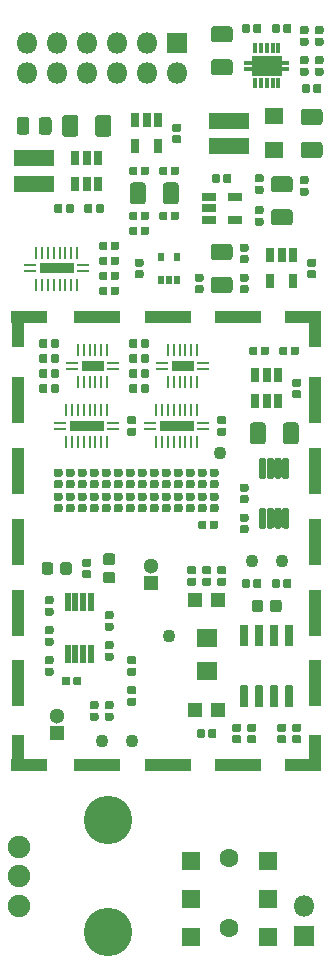
<source format=gbr>
%TF.GenerationSoftware,KiCad,Pcbnew,(5.1.5)-3*%
%TF.CreationDate,2020-11-01T10:25:43+01:00*%
%TF.ProjectId,PmodADC,506d6f64-4144-4432-9e6b-696361645f70,v0.2*%
%TF.SameCoordinates,Original*%
%TF.FileFunction,Soldermask,Top*%
%TF.FilePolarity,Negative*%
%FSLAX46Y46*%
G04 Gerber Fmt 4.6, Leading zero omitted, Abs format (unit mm)*
G04 Created by KiCad (PCBNEW (5.1.5)-3) date 2020-11-01 10:25:43*
%MOMM*%
%LPD*%
G04 APERTURE LIST*
%ADD10C,0.100000*%
%ADD11C,1.100000*%
%ADD12R,2.950000X0.950000*%
%ADD13R,1.000000X0.290000*%
%ADD14R,0.290000X1.000000*%
%ADD15R,0.550000X1.550000*%
%ADD16R,0.500000X0.750000*%
%ADD17R,0.750000X1.160000*%
%ADD18R,1.160000X0.750000*%
%ADD19R,0.800000X0.380000*%
%ADD20R,2.500000X1.750000*%
%ADD21R,0.380000X0.950000*%
%ADD22R,1.950000X0.950000*%
%ADD23R,1.300000X1.300000*%
%ADD24R,1.700000X1.600000*%
%ADD25C,4.100000*%
%ADD26C,1.900000*%
%ADD27R,3.500000X1.450000*%
%ADD28R,1.600000X1.600000*%
%ADD29C,1.600000*%
%ADD30O,1.800000X1.800000*%
%ADD31R,1.800000X1.800000*%
%ADD32R,1.100000X3.900000*%
%ADD33R,1.100000X3.100000*%
%ADD34R,3.100000X1.100000*%
%ADD35R,3.900000X1.100000*%
%ADD36R,1.500000X1.400000*%
%ADD37C,1.300000*%
G04 APERTURE END LIST*
D10*
%TO.C,R35*%
G36*
X-123485592Y-32015831D02*
G01*
X-123468847Y-32018315D01*
X-123452426Y-32022428D01*
X-123436487Y-32028131D01*
X-123421184Y-32035369D01*
X-123406664Y-32044071D01*
X-123393067Y-32054156D01*
X-123380524Y-32065524D01*
X-123369156Y-32078067D01*
X-123359071Y-32091664D01*
X-123350369Y-32106184D01*
X-123343131Y-32121487D01*
X-123337428Y-32137426D01*
X-123333315Y-32153847D01*
X-123330831Y-32170592D01*
X-123330000Y-32187500D01*
X-123330000Y-32582500D01*
X-123330831Y-32599408D01*
X-123333315Y-32616153D01*
X-123337428Y-32632574D01*
X-123343131Y-32648513D01*
X-123350369Y-32663816D01*
X-123359071Y-32678336D01*
X-123369156Y-32691933D01*
X-123380524Y-32704476D01*
X-123393067Y-32715844D01*
X-123406664Y-32725929D01*
X-123421184Y-32734631D01*
X-123436487Y-32741869D01*
X-123452426Y-32747572D01*
X-123468847Y-32751685D01*
X-123485592Y-32754169D01*
X-123502500Y-32755000D01*
X-123847500Y-32755000D01*
X-123864408Y-32754169D01*
X-123881153Y-32751685D01*
X-123897574Y-32747572D01*
X-123913513Y-32741869D01*
X-123928816Y-32734631D01*
X-123943336Y-32725929D01*
X-123956933Y-32715844D01*
X-123969476Y-32704476D01*
X-123980844Y-32691933D01*
X-123990929Y-32678336D01*
X-123999631Y-32663816D01*
X-124006869Y-32648513D01*
X-124012572Y-32632574D01*
X-124016685Y-32616153D01*
X-124019169Y-32599408D01*
X-124020000Y-32582500D01*
X-124020000Y-32187500D01*
X-124019169Y-32170592D01*
X-124016685Y-32153847D01*
X-124012572Y-32137426D01*
X-124006869Y-32121487D01*
X-123999631Y-32106184D01*
X-123990929Y-32091664D01*
X-123980844Y-32078067D01*
X-123969476Y-32065524D01*
X-123956933Y-32054156D01*
X-123943336Y-32044071D01*
X-123928816Y-32035369D01*
X-123913513Y-32028131D01*
X-123897574Y-32022428D01*
X-123881153Y-32018315D01*
X-123864408Y-32015831D01*
X-123847500Y-32015000D01*
X-123502500Y-32015000D01*
X-123485592Y-32015831D01*
G37*
G36*
X-122515592Y-32015831D02*
G01*
X-122498847Y-32018315D01*
X-122482426Y-32022428D01*
X-122466487Y-32028131D01*
X-122451184Y-32035369D01*
X-122436664Y-32044071D01*
X-122423067Y-32054156D01*
X-122410524Y-32065524D01*
X-122399156Y-32078067D01*
X-122389071Y-32091664D01*
X-122380369Y-32106184D01*
X-122373131Y-32121487D01*
X-122367428Y-32137426D01*
X-122363315Y-32153847D01*
X-122360831Y-32170592D01*
X-122360000Y-32187500D01*
X-122360000Y-32582500D01*
X-122360831Y-32599408D01*
X-122363315Y-32616153D01*
X-122367428Y-32632574D01*
X-122373131Y-32648513D01*
X-122380369Y-32663816D01*
X-122389071Y-32678336D01*
X-122399156Y-32691933D01*
X-122410524Y-32704476D01*
X-122423067Y-32715844D01*
X-122436664Y-32725929D01*
X-122451184Y-32734631D01*
X-122466487Y-32741869D01*
X-122482426Y-32747572D01*
X-122498847Y-32751685D01*
X-122515592Y-32754169D01*
X-122532500Y-32755000D01*
X-122877500Y-32755000D01*
X-122894408Y-32754169D01*
X-122911153Y-32751685D01*
X-122927574Y-32747572D01*
X-122943513Y-32741869D01*
X-122958816Y-32734631D01*
X-122973336Y-32725929D01*
X-122986933Y-32715844D01*
X-122999476Y-32704476D01*
X-123010844Y-32691933D01*
X-123020929Y-32678336D01*
X-123029631Y-32663816D01*
X-123036869Y-32648513D01*
X-123042572Y-32632574D01*
X-123046685Y-32616153D01*
X-123049169Y-32599408D01*
X-123050000Y-32582500D01*
X-123050000Y-32187500D01*
X-123049169Y-32170592D01*
X-123046685Y-32153847D01*
X-123042572Y-32137426D01*
X-123036869Y-32121487D01*
X-123029631Y-32106184D01*
X-123020929Y-32091664D01*
X-123010844Y-32078067D01*
X-122999476Y-32065524D01*
X-122986933Y-32054156D01*
X-122973336Y-32044071D01*
X-122958816Y-32035369D01*
X-122943513Y-32028131D01*
X-122927574Y-32022428D01*
X-122911153Y-32018315D01*
X-122894408Y-32015831D01*
X-122877500Y-32015000D01*
X-122532500Y-32015000D01*
X-122515592Y-32015831D01*
G37*
%TD*%
D11*
%TO.C,TP9*%
X-123825000Y-80645000D03*
%TD*%
D10*
%TO.C,R41*%
G36*
X-130595592Y-73465831D02*
G01*
X-130578847Y-73468315D01*
X-130562426Y-73472428D01*
X-130546487Y-73478131D01*
X-130531184Y-73485369D01*
X-130516664Y-73494071D01*
X-130503067Y-73504156D01*
X-130490524Y-73515524D01*
X-130479156Y-73528067D01*
X-130469071Y-73541664D01*
X-130460369Y-73556184D01*
X-130453131Y-73571487D01*
X-130447428Y-73587426D01*
X-130443315Y-73603847D01*
X-130440831Y-73620592D01*
X-130440000Y-73637500D01*
X-130440000Y-73982500D01*
X-130440831Y-73999408D01*
X-130443315Y-74016153D01*
X-130447428Y-74032574D01*
X-130453131Y-74048513D01*
X-130460369Y-74063816D01*
X-130469071Y-74078336D01*
X-130479156Y-74091933D01*
X-130490524Y-74104476D01*
X-130503067Y-74115844D01*
X-130516664Y-74125929D01*
X-130531184Y-74134631D01*
X-130546487Y-74141869D01*
X-130562426Y-74147572D01*
X-130578847Y-74151685D01*
X-130595592Y-74154169D01*
X-130612500Y-74155000D01*
X-131007500Y-74155000D01*
X-131024408Y-74154169D01*
X-131041153Y-74151685D01*
X-131057574Y-74147572D01*
X-131073513Y-74141869D01*
X-131088816Y-74134631D01*
X-131103336Y-74125929D01*
X-131116933Y-74115844D01*
X-131129476Y-74104476D01*
X-131140844Y-74091933D01*
X-131150929Y-74078336D01*
X-131159631Y-74063816D01*
X-131166869Y-74048513D01*
X-131172572Y-74032574D01*
X-131176685Y-74016153D01*
X-131179169Y-73999408D01*
X-131180000Y-73982500D01*
X-131180000Y-73637500D01*
X-131179169Y-73620592D01*
X-131176685Y-73603847D01*
X-131172572Y-73587426D01*
X-131166869Y-73571487D01*
X-131159631Y-73556184D01*
X-131150929Y-73541664D01*
X-131140844Y-73528067D01*
X-131129476Y-73515524D01*
X-131116933Y-73504156D01*
X-131103336Y-73494071D01*
X-131088816Y-73485369D01*
X-131073513Y-73478131D01*
X-131057574Y-73472428D01*
X-131041153Y-73468315D01*
X-131024408Y-73465831D01*
X-131007500Y-73465000D01*
X-130612500Y-73465000D01*
X-130595592Y-73465831D01*
G37*
G36*
X-130595592Y-74435831D02*
G01*
X-130578847Y-74438315D01*
X-130562426Y-74442428D01*
X-130546487Y-74448131D01*
X-130531184Y-74455369D01*
X-130516664Y-74464071D01*
X-130503067Y-74474156D01*
X-130490524Y-74485524D01*
X-130479156Y-74498067D01*
X-130469071Y-74511664D01*
X-130460369Y-74526184D01*
X-130453131Y-74541487D01*
X-130447428Y-74557426D01*
X-130443315Y-74573847D01*
X-130440831Y-74590592D01*
X-130440000Y-74607500D01*
X-130440000Y-74952500D01*
X-130440831Y-74969408D01*
X-130443315Y-74986153D01*
X-130447428Y-75002574D01*
X-130453131Y-75018513D01*
X-130460369Y-75033816D01*
X-130469071Y-75048336D01*
X-130479156Y-75061933D01*
X-130490524Y-75074476D01*
X-130503067Y-75085844D01*
X-130516664Y-75095929D01*
X-130531184Y-75104631D01*
X-130546487Y-75111869D01*
X-130562426Y-75117572D01*
X-130578847Y-75121685D01*
X-130595592Y-75124169D01*
X-130612500Y-75125000D01*
X-131007500Y-75125000D01*
X-131024408Y-75124169D01*
X-131041153Y-75121685D01*
X-131057574Y-75117572D01*
X-131073513Y-75111869D01*
X-131088816Y-75104631D01*
X-131103336Y-75095929D01*
X-131116933Y-75085844D01*
X-131129476Y-75074476D01*
X-131140844Y-75061933D01*
X-131150929Y-75048336D01*
X-131159631Y-75033816D01*
X-131166869Y-75018513D01*
X-131172572Y-75002574D01*
X-131176685Y-74986153D01*
X-131179169Y-74969408D01*
X-131180000Y-74952500D01*
X-131180000Y-74607500D01*
X-131179169Y-74590592D01*
X-131176685Y-74573847D01*
X-131172572Y-74557426D01*
X-131166869Y-74541487D01*
X-131159631Y-74526184D01*
X-131150929Y-74511664D01*
X-131140844Y-74498067D01*
X-131129476Y-74485524D01*
X-131116933Y-74474156D01*
X-131103336Y-74464071D01*
X-131088816Y-74455369D01*
X-131073513Y-74448131D01*
X-131057574Y-74442428D01*
X-131041153Y-74438315D01*
X-131024408Y-74435831D01*
X-131007500Y-74435000D01*
X-130612500Y-74435000D01*
X-130595592Y-74435831D01*
G37*
%TD*%
%TO.C,FB3*%
G36*
X-131105592Y-50430831D02*
G01*
X-131088847Y-50433315D01*
X-131072426Y-50437428D01*
X-131056487Y-50443131D01*
X-131041184Y-50450369D01*
X-131026664Y-50459071D01*
X-131013067Y-50469156D01*
X-131000524Y-50480524D01*
X-130989156Y-50493067D01*
X-130979071Y-50506664D01*
X-130970369Y-50521184D01*
X-130963131Y-50536487D01*
X-130957428Y-50552426D01*
X-130953315Y-50568847D01*
X-130950831Y-50585592D01*
X-130950000Y-50602500D01*
X-130950000Y-50997500D01*
X-130950831Y-51014408D01*
X-130953315Y-51031153D01*
X-130957428Y-51047574D01*
X-130963131Y-51063513D01*
X-130970369Y-51078816D01*
X-130979071Y-51093336D01*
X-130989156Y-51106933D01*
X-131000524Y-51119476D01*
X-131013067Y-51130844D01*
X-131026664Y-51140929D01*
X-131041184Y-51149631D01*
X-131056487Y-51156869D01*
X-131072426Y-51162572D01*
X-131088847Y-51166685D01*
X-131105592Y-51169169D01*
X-131122500Y-51170000D01*
X-131467500Y-51170000D01*
X-131484408Y-51169169D01*
X-131501153Y-51166685D01*
X-131517574Y-51162572D01*
X-131533513Y-51156869D01*
X-131548816Y-51149631D01*
X-131563336Y-51140929D01*
X-131576933Y-51130844D01*
X-131589476Y-51119476D01*
X-131600844Y-51106933D01*
X-131610929Y-51093336D01*
X-131619631Y-51078816D01*
X-131626869Y-51063513D01*
X-131632572Y-51047574D01*
X-131636685Y-51031153D01*
X-131639169Y-51014408D01*
X-131640000Y-50997500D01*
X-131640000Y-50602500D01*
X-131639169Y-50585592D01*
X-131636685Y-50568847D01*
X-131632572Y-50552426D01*
X-131626869Y-50536487D01*
X-131619631Y-50521184D01*
X-131610929Y-50506664D01*
X-131600844Y-50493067D01*
X-131589476Y-50480524D01*
X-131576933Y-50469156D01*
X-131563336Y-50459071D01*
X-131548816Y-50450369D01*
X-131533513Y-50443131D01*
X-131517574Y-50437428D01*
X-131501153Y-50433315D01*
X-131484408Y-50430831D01*
X-131467500Y-50430000D01*
X-131122500Y-50430000D01*
X-131105592Y-50430831D01*
G37*
G36*
X-130135592Y-50430831D02*
G01*
X-130118847Y-50433315D01*
X-130102426Y-50437428D01*
X-130086487Y-50443131D01*
X-130071184Y-50450369D01*
X-130056664Y-50459071D01*
X-130043067Y-50469156D01*
X-130030524Y-50480524D01*
X-130019156Y-50493067D01*
X-130009071Y-50506664D01*
X-130000369Y-50521184D01*
X-129993131Y-50536487D01*
X-129987428Y-50552426D01*
X-129983315Y-50568847D01*
X-129980831Y-50585592D01*
X-129980000Y-50602500D01*
X-129980000Y-50997500D01*
X-129980831Y-51014408D01*
X-129983315Y-51031153D01*
X-129987428Y-51047574D01*
X-129993131Y-51063513D01*
X-130000369Y-51078816D01*
X-130009071Y-51093336D01*
X-130019156Y-51106933D01*
X-130030524Y-51119476D01*
X-130043067Y-51130844D01*
X-130056664Y-51140929D01*
X-130071184Y-51149631D01*
X-130086487Y-51156869D01*
X-130102426Y-51162572D01*
X-130118847Y-51166685D01*
X-130135592Y-51169169D01*
X-130152500Y-51170000D01*
X-130497500Y-51170000D01*
X-130514408Y-51169169D01*
X-130531153Y-51166685D01*
X-130547574Y-51162572D01*
X-130563513Y-51156869D01*
X-130578816Y-51149631D01*
X-130593336Y-51140929D01*
X-130606933Y-51130844D01*
X-130619476Y-51119476D01*
X-130630844Y-51106933D01*
X-130640929Y-51093336D01*
X-130649631Y-51078816D01*
X-130656869Y-51063513D01*
X-130662572Y-51047574D01*
X-130666685Y-51031153D01*
X-130669169Y-51014408D01*
X-130670000Y-50997500D01*
X-130670000Y-50602500D01*
X-130669169Y-50585592D01*
X-130666685Y-50568847D01*
X-130662572Y-50552426D01*
X-130656869Y-50536487D01*
X-130649631Y-50521184D01*
X-130640929Y-50506664D01*
X-130630844Y-50493067D01*
X-130619476Y-50480524D01*
X-130606933Y-50469156D01*
X-130593336Y-50459071D01*
X-130578816Y-50450369D01*
X-130563513Y-50443131D01*
X-130547574Y-50437428D01*
X-130531153Y-50433315D01*
X-130514408Y-50430831D01*
X-130497500Y-50430000D01*
X-130152500Y-50430000D01*
X-130135592Y-50430831D01*
G37*
%TD*%
%TO.C,R72*%
G36*
X-116625592Y-57590831D02*
G01*
X-116608847Y-57593315D01*
X-116592426Y-57597428D01*
X-116576487Y-57603131D01*
X-116561184Y-57610369D01*
X-116546664Y-57619071D01*
X-116533067Y-57629156D01*
X-116520524Y-57640524D01*
X-116509156Y-57653067D01*
X-116499071Y-57666664D01*
X-116490369Y-57681184D01*
X-116483131Y-57696487D01*
X-116477428Y-57712426D01*
X-116473315Y-57728847D01*
X-116470831Y-57745592D01*
X-116470000Y-57762500D01*
X-116470000Y-58107500D01*
X-116470831Y-58124408D01*
X-116473315Y-58141153D01*
X-116477428Y-58157574D01*
X-116483131Y-58173513D01*
X-116490369Y-58188816D01*
X-116499071Y-58203336D01*
X-116509156Y-58216933D01*
X-116520524Y-58229476D01*
X-116533067Y-58240844D01*
X-116546664Y-58250929D01*
X-116561184Y-58259631D01*
X-116576487Y-58266869D01*
X-116592426Y-58272572D01*
X-116608847Y-58276685D01*
X-116625592Y-58279169D01*
X-116642500Y-58280000D01*
X-117037500Y-58280000D01*
X-117054408Y-58279169D01*
X-117071153Y-58276685D01*
X-117087574Y-58272572D01*
X-117103513Y-58266869D01*
X-117118816Y-58259631D01*
X-117133336Y-58250929D01*
X-117146933Y-58240844D01*
X-117159476Y-58229476D01*
X-117170844Y-58216933D01*
X-117180929Y-58203336D01*
X-117189631Y-58188816D01*
X-117196869Y-58173513D01*
X-117202572Y-58157574D01*
X-117206685Y-58141153D01*
X-117209169Y-58124408D01*
X-117210000Y-58107500D01*
X-117210000Y-57762500D01*
X-117209169Y-57745592D01*
X-117206685Y-57728847D01*
X-117202572Y-57712426D01*
X-117196869Y-57696487D01*
X-117189631Y-57681184D01*
X-117180929Y-57666664D01*
X-117170844Y-57653067D01*
X-117159476Y-57640524D01*
X-117146933Y-57629156D01*
X-117133336Y-57619071D01*
X-117118816Y-57610369D01*
X-117103513Y-57603131D01*
X-117087574Y-57597428D01*
X-117071153Y-57593315D01*
X-117054408Y-57590831D01*
X-117037500Y-57590000D01*
X-116642500Y-57590000D01*
X-116625592Y-57590831D01*
G37*
G36*
X-116625592Y-58560831D02*
G01*
X-116608847Y-58563315D01*
X-116592426Y-58567428D01*
X-116576487Y-58573131D01*
X-116561184Y-58580369D01*
X-116546664Y-58589071D01*
X-116533067Y-58599156D01*
X-116520524Y-58610524D01*
X-116509156Y-58623067D01*
X-116499071Y-58636664D01*
X-116490369Y-58651184D01*
X-116483131Y-58666487D01*
X-116477428Y-58682426D01*
X-116473315Y-58698847D01*
X-116470831Y-58715592D01*
X-116470000Y-58732500D01*
X-116470000Y-59077500D01*
X-116470831Y-59094408D01*
X-116473315Y-59111153D01*
X-116477428Y-59127574D01*
X-116483131Y-59143513D01*
X-116490369Y-59158816D01*
X-116499071Y-59173336D01*
X-116509156Y-59186933D01*
X-116520524Y-59199476D01*
X-116533067Y-59210844D01*
X-116546664Y-59220929D01*
X-116561184Y-59229631D01*
X-116576487Y-59236869D01*
X-116592426Y-59242572D01*
X-116608847Y-59246685D01*
X-116625592Y-59249169D01*
X-116642500Y-59250000D01*
X-117037500Y-59250000D01*
X-117054408Y-59249169D01*
X-117071153Y-59246685D01*
X-117087574Y-59242572D01*
X-117103513Y-59236869D01*
X-117118816Y-59229631D01*
X-117133336Y-59220929D01*
X-117146933Y-59210844D01*
X-117159476Y-59199476D01*
X-117170844Y-59186933D01*
X-117180929Y-59173336D01*
X-117189631Y-59158816D01*
X-117196869Y-59143513D01*
X-117202572Y-59127574D01*
X-117206685Y-59111153D01*
X-117209169Y-59094408D01*
X-117210000Y-59077500D01*
X-117210000Y-58732500D01*
X-117209169Y-58715592D01*
X-117206685Y-58698847D01*
X-117202572Y-58682426D01*
X-117196869Y-58666487D01*
X-117189631Y-58651184D01*
X-117180929Y-58636664D01*
X-117170844Y-58623067D01*
X-117159476Y-58610524D01*
X-117146933Y-58599156D01*
X-117133336Y-58589071D01*
X-117118816Y-58580369D01*
X-117103513Y-58573131D01*
X-117087574Y-58567428D01*
X-117071153Y-58563315D01*
X-117054408Y-58560831D01*
X-117037500Y-58560000D01*
X-116642500Y-58560000D01*
X-116625592Y-58560831D01*
G37*
%TD*%
D12*
%TO.C,U20*%
X-130175000Y-40640000D03*
D13*
X-132425000Y-40890000D03*
X-132425000Y-40390000D03*
X-127925000Y-40890000D03*
X-127925000Y-40390000D03*
D14*
X-131925000Y-39315000D03*
X-131425000Y-39315000D03*
X-130925000Y-39315000D03*
X-130425000Y-39315000D03*
X-129925000Y-39315000D03*
X-129425000Y-39315000D03*
X-128925000Y-39315000D03*
X-128425000Y-39315000D03*
X-131925000Y-42015000D03*
X-131425000Y-42015000D03*
X-130925000Y-42015000D03*
X-130425000Y-42015000D03*
X-129925000Y-42015000D03*
X-129425000Y-42015000D03*
X-128925000Y-42015000D03*
X-128425000Y-42015000D03*
%TD*%
D10*
%TO.C,U16*%
G36*
X-114107847Y-70795843D02*
G01*
X-114090859Y-70798363D01*
X-114074200Y-70802535D01*
X-114058030Y-70808321D01*
X-114042506Y-70815664D01*
X-114027775Y-70824493D01*
X-114013981Y-70834723D01*
X-114001256Y-70846256D01*
X-113989723Y-70858981D01*
X-113979493Y-70872775D01*
X-113970664Y-70887506D01*
X-113963321Y-70903030D01*
X-113957535Y-70919200D01*
X-113953363Y-70935859D01*
X-113950843Y-70952847D01*
X-113950000Y-70970000D01*
X-113950000Y-72470000D01*
X-113950843Y-72487153D01*
X-113953363Y-72504141D01*
X-113957535Y-72520800D01*
X-113963321Y-72536970D01*
X-113970664Y-72552494D01*
X-113979493Y-72567225D01*
X-113989723Y-72581019D01*
X-114001256Y-72593744D01*
X-114013981Y-72605277D01*
X-114027775Y-72615507D01*
X-114042506Y-72624336D01*
X-114058030Y-72631679D01*
X-114074200Y-72637465D01*
X-114090859Y-72641637D01*
X-114107847Y-72644157D01*
X-114125000Y-72645000D01*
X-114475000Y-72645000D01*
X-114492153Y-72644157D01*
X-114509141Y-72641637D01*
X-114525800Y-72637465D01*
X-114541970Y-72631679D01*
X-114557494Y-72624336D01*
X-114572225Y-72615507D01*
X-114586019Y-72605277D01*
X-114598744Y-72593744D01*
X-114610277Y-72581019D01*
X-114620507Y-72567225D01*
X-114629336Y-72552494D01*
X-114636679Y-72536970D01*
X-114642465Y-72520800D01*
X-114646637Y-72504141D01*
X-114649157Y-72487153D01*
X-114650000Y-72470000D01*
X-114650000Y-70970000D01*
X-114649157Y-70952847D01*
X-114646637Y-70935859D01*
X-114642465Y-70919200D01*
X-114636679Y-70903030D01*
X-114629336Y-70887506D01*
X-114620507Y-70872775D01*
X-114610277Y-70858981D01*
X-114598744Y-70846256D01*
X-114586019Y-70834723D01*
X-114572225Y-70824493D01*
X-114557494Y-70815664D01*
X-114541970Y-70808321D01*
X-114525800Y-70802535D01*
X-114509141Y-70798363D01*
X-114492153Y-70795843D01*
X-114475000Y-70795000D01*
X-114125000Y-70795000D01*
X-114107847Y-70795843D01*
G37*
G36*
X-112837847Y-70795843D02*
G01*
X-112820859Y-70798363D01*
X-112804200Y-70802535D01*
X-112788030Y-70808321D01*
X-112772506Y-70815664D01*
X-112757775Y-70824493D01*
X-112743981Y-70834723D01*
X-112731256Y-70846256D01*
X-112719723Y-70858981D01*
X-112709493Y-70872775D01*
X-112700664Y-70887506D01*
X-112693321Y-70903030D01*
X-112687535Y-70919200D01*
X-112683363Y-70935859D01*
X-112680843Y-70952847D01*
X-112680000Y-70970000D01*
X-112680000Y-72470000D01*
X-112680843Y-72487153D01*
X-112683363Y-72504141D01*
X-112687535Y-72520800D01*
X-112693321Y-72536970D01*
X-112700664Y-72552494D01*
X-112709493Y-72567225D01*
X-112719723Y-72581019D01*
X-112731256Y-72593744D01*
X-112743981Y-72605277D01*
X-112757775Y-72615507D01*
X-112772506Y-72624336D01*
X-112788030Y-72631679D01*
X-112804200Y-72637465D01*
X-112820859Y-72641637D01*
X-112837847Y-72644157D01*
X-112855000Y-72645000D01*
X-113205000Y-72645000D01*
X-113222153Y-72644157D01*
X-113239141Y-72641637D01*
X-113255800Y-72637465D01*
X-113271970Y-72631679D01*
X-113287494Y-72624336D01*
X-113302225Y-72615507D01*
X-113316019Y-72605277D01*
X-113328744Y-72593744D01*
X-113340277Y-72581019D01*
X-113350507Y-72567225D01*
X-113359336Y-72552494D01*
X-113366679Y-72536970D01*
X-113372465Y-72520800D01*
X-113376637Y-72504141D01*
X-113379157Y-72487153D01*
X-113380000Y-72470000D01*
X-113380000Y-70970000D01*
X-113379157Y-70952847D01*
X-113376637Y-70935859D01*
X-113372465Y-70919200D01*
X-113366679Y-70903030D01*
X-113359336Y-70887506D01*
X-113350507Y-70872775D01*
X-113340277Y-70858981D01*
X-113328744Y-70846256D01*
X-113316019Y-70834723D01*
X-113302225Y-70824493D01*
X-113287494Y-70815664D01*
X-113271970Y-70808321D01*
X-113255800Y-70802535D01*
X-113239141Y-70798363D01*
X-113222153Y-70795843D01*
X-113205000Y-70795000D01*
X-112855000Y-70795000D01*
X-112837847Y-70795843D01*
G37*
G36*
X-111567847Y-70795843D02*
G01*
X-111550859Y-70798363D01*
X-111534200Y-70802535D01*
X-111518030Y-70808321D01*
X-111502506Y-70815664D01*
X-111487775Y-70824493D01*
X-111473981Y-70834723D01*
X-111461256Y-70846256D01*
X-111449723Y-70858981D01*
X-111439493Y-70872775D01*
X-111430664Y-70887506D01*
X-111423321Y-70903030D01*
X-111417535Y-70919200D01*
X-111413363Y-70935859D01*
X-111410843Y-70952847D01*
X-111410000Y-70970000D01*
X-111410000Y-72470000D01*
X-111410843Y-72487153D01*
X-111413363Y-72504141D01*
X-111417535Y-72520800D01*
X-111423321Y-72536970D01*
X-111430664Y-72552494D01*
X-111439493Y-72567225D01*
X-111449723Y-72581019D01*
X-111461256Y-72593744D01*
X-111473981Y-72605277D01*
X-111487775Y-72615507D01*
X-111502506Y-72624336D01*
X-111518030Y-72631679D01*
X-111534200Y-72637465D01*
X-111550859Y-72641637D01*
X-111567847Y-72644157D01*
X-111585000Y-72645000D01*
X-111935000Y-72645000D01*
X-111952153Y-72644157D01*
X-111969141Y-72641637D01*
X-111985800Y-72637465D01*
X-112001970Y-72631679D01*
X-112017494Y-72624336D01*
X-112032225Y-72615507D01*
X-112046019Y-72605277D01*
X-112058744Y-72593744D01*
X-112070277Y-72581019D01*
X-112080507Y-72567225D01*
X-112089336Y-72552494D01*
X-112096679Y-72536970D01*
X-112102465Y-72520800D01*
X-112106637Y-72504141D01*
X-112109157Y-72487153D01*
X-112110000Y-72470000D01*
X-112110000Y-70970000D01*
X-112109157Y-70952847D01*
X-112106637Y-70935859D01*
X-112102465Y-70919200D01*
X-112096679Y-70903030D01*
X-112089336Y-70887506D01*
X-112080507Y-70872775D01*
X-112070277Y-70858981D01*
X-112058744Y-70846256D01*
X-112046019Y-70834723D01*
X-112032225Y-70824493D01*
X-112017494Y-70815664D01*
X-112001970Y-70808321D01*
X-111985800Y-70802535D01*
X-111969141Y-70798363D01*
X-111952153Y-70795843D01*
X-111935000Y-70795000D01*
X-111585000Y-70795000D01*
X-111567847Y-70795843D01*
G37*
G36*
X-110297847Y-70795843D02*
G01*
X-110280859Y-70798363D01*
X-110264200Y-70802535D01*
X-110248030Y-70808321D01*
X-110232506Y-70815664D01*
X-110217775Y-70824493D01*
X-110203981Y-70834723D01*
X-110191256Y-70846256D01*
X-110179723Y-70858981D01*
X-110169493Y-70872775D01*
X-110160664Y-70887506D01*
X-110153321Y-70903030D01*
X-110147535Y-70919200D01*
X-110143363Y-70935859D01*
X-110140843Y-70952847D01*
X-110140000Y-70970000D01*
X-110140000Y-72470000D01*
X-110140843Y-72487153D01*
X-110143363Y-72504141D01*
X-110147535Y-72520800D01*
X-110153321Y-72536970D01*
X-110160664Y-72552494D01*
X-110169493Y-72567225D01*
X-110179723Y-72581019D01*
X-110191256Y-72593744D01*
X-110203981Y-72605277D01*
X-110217775Y-72615507D01*
X-110232506Y-72624336D01*
X-110248030Y-72631679D01*
X-110264200Y-72637465D01*
X-110280859Y-72641637D01*
X-110297847Y-72644157D01*
X-110315000Y-72645000D01*
X-110665000Y-72645000D01*
X-110682153Y-72644157D01*
X-110699141Y-72641637D01*
X-110715800Y-72637465D01*
X-110731970Y-72631679D01*
X-110747494Y-72624336D01*
X-110762225Y-72615507D01*
X-110776019Y-72605277D01*
X-110788744Y-72593744D01*
X-110800277Y-72581019D01*
X-110810507Y-72567225D01*
X-110819336Y-72552494D01*
X-110826679Y-72536970D01*
X-110832465Y-72520800D01*
X-110836637Y-72504141D01*
X-110839157Y-72487153D01*
X-110840000Y-72470000D01*
X-110840000Y-70970000D01*
X-110839157Y-70952847D01*
X-110836637Y-70935859D01*
X-110832465Y-70919200D01*
X-110826679Y-70903030D01*
X-110819336Y-70887506D01*
X-110810507Y-70872775D01*
X-110800277Y-70858981D01*
X-110788744Y-70846256D01*
X-110776019Y-70834723D01*
X-110762225Y-70824493D01*
X-110747494Y-70815664D01*
X-110731970Y-70808321D01*
X-110715800Y-70802535D01*
X-110699141Y-70798363D01*
X-110682153Y-70795843D01*
X-110665000Y-70795000D01*
X-110315000Y-70795000D01*
X-110297847Y-70795843D01*
G37*
G36*
X-110297847Y-75945843D02*
G01*
X-110280859Y-75948363D01*
X-110264200Y-75952535D01*
X-110248030Y-75958321D01*
X-110232506Y-75965664D01*
X-110217775Y-75974493D01*
X-110203981Y-75984723D01*
X-110191256Y-75996256D01*
X-110179723Y-76008981D01*
X-110169493Y-76022775D01*
X-110160664Y-76037506D01*
X-110153321Y-76053030D01*
X-110147535Y-76069200D01*
X-110143363Y-76085859D01*
X-110140843Y-76102847D01*
X-110140000Y-76120000D01*
X-110140000Y-77620000D01*
X-110140843Y-77637153D01*
X-110143363Y-77654141D01*
X-110147535Y-77670800D01*
X-110153321Y-77686970D01*
X-110160664Y-77702494D01*
X-110169493Y-77717225D01*
X-110179723Y-77731019D01*
X-110191256Y-77743744D01*
X-110203981Y-77755277D01*
X-110217775Y-77765507D01*
X-110232506Y-77774336D01*
X-110248030Y-77781679D01*
X-110264200Y-77787465D01*
X-110280859Y-77791637D01*
X-110297847Y-77794157D01*
X-110315000Y-77795000D01*
X-110665000Y-77795000D01*
X-110682153Y-77794157D01*
X-110699141Y-77791637D01*
X-110715800Y-77787465D01*
X-110731970Y-77781679D01*
X-110747494Y-77774336D01*
X-110762225Y-77765507D01*
X-110776019Y-77755277D01*
X-110788744Y-77743744D01*
X-110800277Y-77731019D01*
X-110810507Y-77717225D01*
X-110819336Y-77702494D01*
X-110826679Y-77686970D01*
X-110832465Y-77670800D01*
X-110836637Y-77654141D01*
X-110839157Y-77637153D01*
X-110840000Y-77620000D01*
X-110840000Y-76120000D01*
X-110839157Y-76102847D01*
X-110836637Y-76085859D01*
X-110832465Y-76069200D01*
X-110826679Y-76053030D01*
X-110819336Y-76037506D01*
X-110810507Y-76022775D01*
X-110800277Y-76008981D01*
X-110788744Y-75996256D01*
X-110776019Y-75984723D01*
X-110762225Y-75974493D01*
X-110747494Y-75965664D01*
X-110731970Y-75958321D01*
X-110715800Y-75952535D01*
X-110699141Y-75948363D01*
X-110682153Y-75945843D01*
X-110665000Y-75945000D01*
X-110315000Y-75945000D01*
X-110297847Y-75945843D01*
G37*
G36*
X-111567847Y-75945843D02*
G01*
X-111550859Y-75948363D01*
X-111534200Y-75952535D01*
X-111518030Y-75958321D01*
X-111502506Y-75965664D01*
X-111487775Y-75974493D01*
X-111473981Y-75984723D01*
X-111461256Y-75996256D01*
X-111449723Y-76008981D01*
X-111439493Y-76022775D01*
X-111430664Y-76037506D01*
X-111423321Y-76053030D01*
X-111417535Y-76069200D01*
X-111413363Y-76085859D01*
X-111410843Y-76102847D01*
X-111410000Y-76120000D01*
X-111410000Y-77620000D01*
X-111410843Y-77637153D01*
X-111413363Y-77654141D01*
X-111417535Y-77670800D01*
X-111423321Y-77686970D01*
X-111430664Y-77702494D01*
X-111439493Y-77717225D01*
X-111449723Y-77731019D01*
X-111461256Y-77743744D01*
X-111473981Y-77755277D01*
X-111487775Y-77765507D01*
X-111502506Y-77774336D01*
X-111518030Y-77781679D01*
X-111534200Y-77787465D01*
X-111550859Y-77791637D01*
X-111567847Y-77794157D01*
X-111585000Y-77795000D01*
X-111935000Y-77795000D01*
X-111952153Y-77794157D01*
X-111969141Y-77791637D01*
X-111985800Y-77787465D01*
X-112001970Y-77781679D01*
X-112017494Y-77774336D01*
X-112032225Y-77765507D01*
X-112046019Y-77755277D01*
X-112058744Y-77743744D01*
X-112070277Y-77731019D01*
X-112080507Y-77717225D01*
X-112089336Y-77702494D01*
X-112096679Y-77686970D01*
X-112102465Y-77670800D01*
X-112106637Y-77654141D01*
X-112109157Y-77637153D01*
X-112110000Y-77620000D01*
X-112110000Y-76120000D01*
X-112109157Y-76102847D01*
X-112106637Y-76085859D01*
X-112102465Y-76069200D01*
X-112096679Y-76053030D01*
X-112089336Y-76037506D01*
X-112080507Y-76022775D01*
X-112070277Y-76008981D01*
X-112058744Y-75996256D01*
X-112046019Y-75984723D01*
X-112032225Y-75974493D01*
X-112017494Y-75965664D01*
X-112001970Y-75958321D01*
X-111985800Y-75952535D01*
X-111969141Y-75948363D01*
X-111952153Y-75945843D01*
X-111935000Y-75945000D01*
X-111585000Y-75945000D01*
X-111567847Y-75945843D01*
G37*
G36*
X-112837847Y-75945843D02*
G01*
X-112820859Y-75948363D01*
X-112804200Y-75952535D01*
X-112788030Y-75958321D01*
X-112772506Y-75965664D01*
X-112757775Y-75974493D01*
X-112743981Y-75984723D01*
X-112731256Y-75996256D01*
X-112719723Y-76008981D01*
X-112709493Y-76022775D01*
X-112700664Y-76037506D01*
X-112693321Y-76053030D01*
X-112687535Y-76069200D01*
X-112683363Y-76085859D01*
X-112680843Y-76102847D01*
X-112680000Y-76120000D01*
X-112680000Y-77620000D01*
X-112680843Y-77637153D01*
X-112683363Y-77654141D01*
X-112687535Y-77670800D01*
X-112693321Y-77686970D01*
X-112700664Y-77702494D01*
X-112709493Y-77717225D01*
X-112719723Y-77731019D01*
X-112731256Y-77743744D01*
X-112743981Y-77755277D01*
X-112757775Y-77765507D01*
X-112772506Y-77774336D01*
X-112788030Y-77781679D01*
X-112804200Y-77787465D01*
X-112820859Y-77791637D01*
X-112837847Y-77794157D01*
X-112855000Y-77795000D01*
X-113205000Y-77795000D01*
X-113222153Y-77794157D01*
X-113239141Y-77791637D01*
X-113255800Y-77787465D01*
X-113271970Y-77781679D01*
X-113287494Y-77774336D01*
X-113302225Y-77765507D01*
X-113316019Y-77755277D01*
X-113328744Y-77743744D01*
X-113340277Y-77731019D01*
X-113350507Y-77717225D01*
X-113359336Y-77702494D01*
X-113366679Y-77686970D01*
X-113372465Y-77670800D01*
X-113376637Y-77654141D01*
X-113379157Y-77637153D01*
X-113380000Y-77620000D01*
X-113380000Y-76120000D01*
X-113379157Y-76102847D01*
X-113376637Y-76085859D01*
X-113372465Y-76069200D01*
X-113366679Y-76053030D01*
X-113359336Y-76037506D01*
X-113350507Y-76022775D01*
X-113340277Y-76008981D01*
X-113328744Y-75996256D01*
X-113316019Y-75984723D01*
X-113302225Y-75974493D01*
X-113287494Y-75965664D01*
X-113271970Y-75958321D01*
X-113255800Y-75952535D01*
X-113239141Y-75948363D01*
X-113222153Y-75945843D01*
X-113205000Y-75945000D01*
X-112855000Y-75945000D01*
X-112837847Y-75945843D01*
G37*
G36*
X-114107847Y-75945843D02*
G01*
X-114090859Y-75948363D01*
X-114074200Y-75952535D01*
X-114058030Y-75958321D01*
X-114042506Y-75965664D01*
X-114027775Y-75974493D01*
X-114013981Y-75984723D01*
X-114001256Y-75996256D01*
X-113989723Y-76008981D01*
X-113979493Y-76022775D01*
X-113970664Y-76037506D01*
X-113963321Y-76053030D01*
X-113957535Y-76069200D01*
X-113953363Y-76085859D01*
X-113950843Y-76102847D01*
X-113950000Y-76120000D01*
X-113950000Y-77620000D01*
X-113950843Y-77637153D01*
X-113953363Y-77654141D01*
X-113957535Y-77670800D01*
X-113963321Y-77686970D01*
X-113970664Y-77702494D01*
X-113979493Y-77717225D01*
X-113989723Y-77731019D01*
X-114001256Y-77743744D01*
X-114013981Y-77755277D01*
X-114027775Y-77765507D01*
X-114042506Y-77774336D01*
X-114058030Y-77781679D01*
X-114074200Y-77787465D01*
X-114090859Y-77791637D01*
X-114107847Y-77794157D01*
X-114125000Y-77795000D01*
X-114475000Y-77795000D01*
X-114492153Y-77794157D01*
X-114509141Y-77791637D01*
X-114525800Y-77787465D01*
X-114541970Y-77781679D01*
X-114557494Y-77774336D01*
X-114572225Y-77765507D01*
X-114586019Y-77755277D01*
X-114598744Y-77743744D01*
X-114610277Y-77731019D01*
X-114620507Y-77717225D01*
X-114629336Y-77702494D01*
X-114636679Y-77686970D01*
X-114642465Y-77670800D01*
X-114646637Y-77654141D01*
X-114649157Y-77637153D01*
X-114650000Y-77620000D01*
X-114650000Y-76120000D01*
X-114649157Y-76102847D01*
X-114646637Y-76085859D01*
X-114642465Y-76069200D01*
X-114636679Y-76053030D01*
X-114629336Y-76037506D01*
X-114620507Y-76022775D01*
X-114610277Y-76008981D01*
X-114598744Y-75996256D01*
X-114586019Y-75984723D01*
X-114572225Y-75974493D01*
X-114557494Y-75965664D01*
X-114541970Y-75958321D01*
X-114525800Y-75952535D01*
X-114509141Y-75948363D01*
X-114492153Y-75945843D01*
X-114475000Y-75945000D01*
X-114125000Y-75945000D01*
X-114107847Y-75945843D01*
G37*
%TD*%
%TO.C,U13*%
G36*
X-112570297Y-56715722D02*
G01*
X-112555736Y-56717882D01*
X-112541457Y-56721459D01*
X-112527597Y-56726418D01*
X-112514290Y-56732712D01*
X-112501664Y-56740280D01*
X-112489841Y-56749048D01*
X-112478934Y-56758934D01*
X-112469048Y-56769841D01*
X-112460280Y-56781664D01*
X-112452712Y-56794290D01*
X-112446418Y-56807597D01*
X-112441459Y-56821457D01*
X-112437882Y-56835736D01*
X-112435722Y-56850297D01*
X-112435000Y-56865000D01*
X-112435000Y-58290000D01*
X-112435722Y-58304703D01*
X-112437882Y-58319264D01*
X-112441459Y-58333543D01*
X-112446418Y-58347403D01*
X-112452712Y-58360710D01*
X-112460280Y-58373336D01*
X-112469048Y-58385159D01*
X-112478934Y-58396066D01*
X-112489841Y-58405952D01*
X-112501664Y-58414720D01*
X-112514290Y-58422288D01*
X-112527597Y-58428582D01*
X-112541457Y-58433541D01*
X-112555736Y-58437118D01*
X-112570297Y-58439278D01*
X-112585000Y-58440000D01*
X-112885000Y-58440000D01*
X-112899703Y-58439278D01*
X-112914264Y-58437118D01*
X-112928543Y-58433541D01*
X-112942403Y-58428582D01*
X-112955710Y-58422288D01*
X-112968336Y-58414720D01*
X-112980159Y-58405952D01*
X-112991066Y-58396066D01*
X-113000952Y-58385159D01*
X-113009720Y-58373336D01*
X-113017288Y-58360710D01*
X-113023582Y-58347403D01*
X-113028541Y-58333543D01*
X-113032118Y-58319264D01*
X-113034278Y-58304703D01*
X-113035000Y-58290000D01*
X-113035000Y-56865000D01*
X-113034278Y-56850297D01*
X-113032118Y-56835736D01*
X-113028541Y-56821457D01*
X-113023582Y-56807597D01*
X-113017288Y-56794290D01*
X-113009720Y-56781664D01*
X-113000952Y-56769841D01*
X-112991066Y-56758934D01*
X-112980159Y-56749048D01*
X-112968336Y-56740280D01*
X-112955710Y-56732712D01*
X-112942403Y-56726418D01*
X-112928543Y-56721459D01*
X-112914264Y-56717882D01*
X-112899703Y-56715722D01*
X-112885000Y-56715000D01*
X-112585000Y-56715000D01*
X-112570297Y-56715722D01*
G37*
G36*
X-111920297Y-56715722D02*
G01*
X-111905736Y-56717882D01*
X-111891457Y-56721459D01*
X-111877597Y-56726418D01*
X-111864290Y-56732712D01*
X-111851664Y-56740280D01*
X-111839841Y-56749048D01*
X-111828934Y-56758934D01*
X-111819048Y-56769841D01*
X-111810280Y-56781664D01*
X-111802712Y-56794290D01*
X-111796418Y-56807597D01*
X-111791459Y-56821457D01*
X-111787882Y-56835736D01*
X-111785722Y-56850297D01*
X-111785000Y-56865000D01*
X-111785000Y-58290000D01*
X-111785722Y-58304703D01*
X-111787882Y-58319264D01*
X-111791459Y-58333543D01*
X-111796418Y-58347403D01*
X-111802712Y-58360710D01*
X-111810280Y-58373336D01*
X-111819048Y-58385159D01*
X-111828934Y-58396066D01*
X-111839841Y-58405952D01*
X-111851664Y-58414720D01*
X-111864290Y-58422288D01*
X-111877597Y-58428582D01*
X-111891457Y-58433541D01*
X-111905736Y-58437118D01*
X-111920297Y-58439278D01*
X-111935000Y-58440000D01*
X-112235000Y-58440000D01*
X-112249703Y-58439278D01*
X-112264264Y-58437118D01*
X-112278543Y-58433541D01*
X-112292403Y-58428582D01*
X-112305710Y-58422288D01*
X-112318336Y-58414720D01*
X-112330159Y-58405952D01*
X-112341066Y-58396066D01*
X-112350952Y-58385159D01*
X-112359720Y-58373336D01*
X-112367288Y-58360710D01*
X-112373582Y-58347403D01*
X-112378541Y-58333543D01*
X-112382118Y-58319264D01*
X-112384278Y-58304703D01*
X-112385000Y-58290000D01*
X-112385000Y-56865000D01*
X-112384278Y-56850297D01*
X-112382118Y-56835736D01*
X-112378541Y-56821457D01*
X-112373582Y-56807597D01*
X-112367288Y-56794290D01*
X-112359720Y-56781664D01*
X-112350952Y-56769841D01*
X-112341066Y-56758934D01*
X-112330159Y-56749048D01*
X-112318336Y-56740280D01*
X-112305710Y-56732712D01*
X-112292403Y-56726418D01*
X-112278543Y-56721459D01*
X-112264264Y-56717882D01*
X-112249703Y-56715722D01*
X-112235000Y-56715000D01*
X-111935000Y-56715000D01*
X-111920297Y-56715722D01*
G37*
G36*
X-111270297Y-56715722D02*
G01*
X-111255736Y-56717882D01*
X-111241457Y-56721459D01*
X-111227597Y-56726418D01*
X-111214290Y-56732712D01*
X-111201664Y-56740280D01*
X-111189841Y-56749048D01*
X-111178934Y-56758934D01*
X-111169048Y-56769841D01*
X-111160280Y-56781664D01*
X-111152712Y-56794290D01*
X-111146418Y-56807597D01*
X-111141459Y-56821457D01*
X-111137882Y-56835736D01*
X-111135722Y-56850297D01*
X-111135000Y-56865000D01*
X-111135000Y-58290000D01*
X-111135722Y-58304703D01*
X-111137882Y-58319264D01*
X-111141459Y-58333543D01*
X-111146418Y-58347403D01*
X-111152712Y-58360710D01*
X-111160280Y-58373336D01*
X-111169048Y-58385159D01*
X-111178934Y-58396066D01*
X-111189841Y-58405952D01*
X-111201664Y-58414720D01*
X-111214290Y-58422288D01*
X-111227597Y-58428582D01*
X-111241457Y-58433541D01*
X-111255736Y-58437118D01*
X-111270297Y-58439278D01*
X-111285000Y-58440000D01*
X-111585000Y-58440000D01*
X-111599703Y-58439278D01*
X-111614264Y-58437118D01*
X-111628543Y-58433541D01*
X-111642403Y-58428582D01*
X-111655710Y-58422288D01*
X-111668336Y-58414720D01*
X-111680159Y-58405952D01*
X-111691066Y-58396066D01*
X-111700952Y-58385159D01*
X-111709720Y-58373336D01*
X-111717288Y-58360710D01*
X-111723582Y-58347403D01*
X-111728541Y-58333543D01*
X-111732118Y-58319264D01*
X-111734278Y-58304703D01*
X-111735000Y-58290000D01*
X-111735000Y-56865000D01*
X-111734278Y-56850297D01*
X-111732118Y-56835736D01*
X-111728541Y-56821457D01*
X-111723582Y-56807597D01*
X-111717288Y-56794290D01*
X-111709720Y-56781664D01*
X-111700952Y-56769841D01*
X-111691066Y-56758934D01*
X-111680159Y-56749048D01*
X-111668336Y-56740280D01*
X-111655710Y-56732712D01*
X-111642403Y-56726418D01*
X-111628543Y-56721459D01*
X-111614264Y-56717882D01*
X-111599703Y-56715722D01*
X-111585000Y-56715000D01*
X-111285000Y-56715000D01*
X-111270297Y-56715722D01*
G37*
G36*
X-110620297Y-56715722D02*
G01*
X-110605736Y-56717882D01*
X-110591457Y-56721459D01*
X-110577597Y-56726418D01*
X-110564290Y-56732712D01*
X-110551664Y-56740280D01*
X-110539841Y-56749048D01*
X-110528934Y-56758934D01*
X-110519048Y-56769841D01*
X-110510280Y-56781664D01*
X-110502712Y-56794290D01*
X-110496418Y-56807597D01*
X-110491459Y-56821457D01*
X-110487882Y-56835736D01*
X-110485722Y-56850297D01*
X-110485000Y-56865000D01*
X-110485000Y-58290000D01*
X-110485722Y-58304703D01*
X-110487882Y-58319264D01*
X-110491459Y-58333543D01*
X-110496418Y-58347403D01*
X-110502712Y-58360710D01*
X-110510280Y-58373336D01*
X-110519048Y-58385159D01*
X-110528934Y-58396066D01*
X-110539841Y-58405952D01*
X-110551664Y-58414720D01*
X-110564290Y-58422288D01*
X-110577597Y-58428582D01*
X-110591457Y-58433541D01*
X-110605736Y-58437118D01*
X-110620297Y-58439278D01*
X-110635000Y-58440000D01*
X-110935000Y-58440000D01*
X-110949703Y-58439278D01*
X-110964264Y-58437118D01*
X-110978543Y-58433541D01*
X-110992403Y-58428582D01*
X-111005710Y-58422288D01*
X-111018336Y-58414720D01*
X-111030159Y-58405952D01*
X-111041066Y-58396066D01*
X-111050952Y-58385159D01*
X-111059720Y-58373336D01*
X-111067288Y-58360710D01*
X-111073582Y-58347403D01*
X-111078541Y-58333543D01*
X-111082118Y-58319264D01*
X-111084278Y-58304703D01*
X-111085000Y-58290000D01*
X-111085000Y-56865000D01*
X-111084278Y-56850297D01*
X-111082118Y-56835736D01*
X-111078541Y-56821457D01*
X-111073582Y-56807597D01*
X-111067288Y-56794290D01*
X-111059720Y-56781664D01*
X-111050952Y-56769841D01*
X-111041066Y-56758934D01*
X-111030159Y-56749048D01*
X-111018336Y-56740280D01*
X-111005710Y-56732712D01*
X-110992403Y-56726418D01*
X-110978543Y-56721459D01*
X-110964264Y-56717882D01*
X-110949703Y-56715722D01*
X-110935000Y-56715000D01*
X-110635000Y-56715000D01*
X-110620297Y-56715722D01*
G37*
G36*
X-110620297Y-60940722D02*
G01*
X-110605736Y-60942882D01*
X-110591457Y-60946459D01*
X-110577597Y-60951418D01*
X-110564290Y-60957712D01*
X-110551664Y-60965280D01*
X-110539841Y-60974048D01*
X-110528934Y-60983934D01*
X-110519048Y-60994841D01*
X-110510280Y-61006664D01*
X-110502712Y-61019290D01*
X-110496418Y-61032597D01*
X-110491459Y-61046457D01*
X-110487882Y-61060736D01*
X-110485722Y-61075297D01*
X-110485000Y-61090000D01*
X-110485000Y-62515000D01*
X-110485722Y-62529703D01*
X-110487882Y-62544264D01*
X-110491459Y-62558543D01*
X-110496418Y-62572403D01*
X-110502712Y-62585710D01*
X-110510280Y-62598336D01*
X-110519048Y-62610159D01*
X-110528934Y-62621066D01*
X-110539841Y-62630952D01*
X-110551664Y-62639720D01*
X-110564290Y-62647288D01*
X-110577597Y-62653582D01*
X-110591457Y-62658541D01*
X-110605736Y-62662118D01*
X-110620297Y-62664278D01*
X-110635000Y-62665000D01*
X-110935000Y-62665000D01*
X-110949703Y-62664278D01*
X-110964264Y-62662118D01*
X-110978543Y-62658541D01*
X-110992403Y-62653582D01*
X-111005710Y-62647288D01*
X-111018336Y-62639720D01*
X-111030159Y-62630952D01*
X-111041066Y-62621066D01*
X-111050952Y-62610159D01*
X-111059720Y-62598336D01*
X-111067288Y-62585710D01*
X-111073582Y-62572403D01*
X-111078541Y-62558543D01*
X-111082118Y-62544264D01*
X-111084278Y-62529703D01*
X-111085000Y-62515000D01*
X-111085000Y-61090000D01*
X-111084278Y-61075297D01*
X-111082118Y-61060736D01*
X-111078541Y-61046457D01*
X-111073582Y-61032597D01*
X-111067288Y-61019290D01*
X-111059720Y-61006664D01*
X-111050952Y-60994841D01*
X-111041066Y-60983934D01*
X-111030159Y-60974048D01*
X-111018336Y-60965280D01*
X-111005710Y-60957712D01*
X-110992403Y-60951418D01*
X-110978543Y-60946459D01*
X-110964264Y-60942882D01*
X-110949703Y-60940722D01*
X-110935000Y-60940000D01*
X-110635000Y-60940000D01*
X-110620297Y-60940722D01*
G37*
G36*
X-111270297Y-60940722D02*
G01*
X-111255736Y-60942882D01*
X-111241457Y-60946459D01*
X-111227597Y-60951418D01*
X-111214290Y-60957712D01*
X-111201664Y-60965280D01*
X-111189841Y-60974048D01*
X-111178934Y-60983934D01*
X-111169048Y-60994841D01*
X-111160280Y-61006664D01*
X-111152712Y-61019290D01*
X-111146418Y-61032597D01*
X-111141459Y-61046457D01*
X-111137882Y-61060736D01*
X-111135722Y-61075297D01*
X-111135000Y-61090000D01*
X-111135000Y-62515000D01*
X-111135722Y-62529703D01*
X-111137882Y-62544264D01*
X-111141459Y-62558543D01*
X-111146418Y-62572403D01*
X-111152712Y-62585710D01*
X-111160280Y-62598336D01*
X-111169048Y-62610159D01*
X-111178934Y-62621066D01*
X-111189841Y-62630952D01*
X-111201664Y-62639720D01*
X-111214290Y-62647288D01*
X-111227597Y-62653582D01*
X-111241457Y-62658541D01*
X-111255736Y-62662118D01*
X-111270297Y-62664278D01*
X-111285000Y-62665000D01*
X-111585000Y-62665000D01*
X-111599703Y-62664278D01*
X-111614264Y-62662118D01*
X-111628543Y-62658541D01*
X-111642403Y-62653582D01*
X-111655710Y-62647288D01*
X-111668336Y-62639720D01*
X-111680159Y-62630952D01*
X-111691066Y-62621066D01*
X-111700952Y-62610159D01*
X-111709720Y-62598336D01*
X-111717288Y-62585710D01*
X-111723582Y-62572403D01*
X-111728541Y-62558543D01*
X-111732118Y-62544264D01*
X-111734278Y-62529703D01*
X-111735000Y-62515000D01*
X-111735000Y-61090000D01*
X-111734278Y-61075297D01*
X-111732118Y-61060736D01*
X-111728541Y-61046457D01*
X-111723582Y-61032597D01*
X-111717288Y-61019290D01*
X-111709720Y-61006664D01*
X-111700952Y-60994841D01*
X-111691066Y-60983934D01*
X-111680159Y-60974048D01*
X-111668336Y-60965280D01*
X-111655710Y-60957712D01*
X-111642403Y-60951418D01*
X-111628543Y-60946459D01*
X-111614264Y-60942882D01*
X-111599703Y-60940722D01*
X-111585000Y-60940000D01*
X-111285000Y-60940000D01*
X-111270297Y-60940722D01*
G37*
G36*
X-111920297Y-60940722D02*
G01*
X-111905736Y-60942882D01*
X-111891457Y-60946459D01*
X-111877597Y-60951418D01*
X-111864290Y-60957712D01*
X-111851664Y-60965280D01*
X-111839841Y-60974048D01*
X-111828934Y-60983934D01*
X-111819048Y-60994841D01*
X-111810280Y-61006664D01*
X-111802712Y-61019290D01*
X-111796418Y-61032597D01*
X-111791459Y-61046457D01*
X-111787882Y-61060736D01*
X-111785722Y-61075297D01*
X-111785000Y-61090000D01*
X-111785000Y-62515000D01*
X-111785722Y-62529703D01*
X-111787882Y-62544264D01*
X-111791459Y-62558543D01*
X-111796418Y-62572403D01*
X-111802712Y-62585710D01*
X-111810280Y-62598336D01*
X-111819048Y-62610159D01*
X-111828934Y-62621066D01*
X-111839841Y-62630952D01*
X-111851664Y-62639720D01*
X-111864290Y-62647288D01*
X-111877597Y-62653582D01*
X-111891457Y-62658541D01*
X-111905736Y-62662118D01*
X-111920297Y-62664278D01*
X-111935000Y-62665000D01*
X-112235000Y-62665000D01*
X-112249703Y-62664278D01*
X-112264264Y-62662118D01*
X-112278543Y-62658541D01*
X-112292403Y-62653582D01*
X-112305710Y-62647288D01*
X-112318336Y-62639720D01*
X-112330159Y-62630952D01*
X-112341066Y-62621066D01*
X-112350952Y-62610159D01*
X-112359720Y-62598336D01*
X-112367288Y-62585710D01*
X-112373582Y-62572403D01*
X-112378541Y-62558543D01*
X-112382118Y-62544264D01*
X-112384278Y-62529703D01*
X-112385000Y-62515000D01*
X-112385000Y-61090000D01*
X-112384278Y-61075297D01*
X-112382118Y-61060736D01*
X-112378541Y-61046457D01*
X-112373582Y-61032597D01*
X-112367288Y-61019290D01*
X-112359720Y-61006664D01*
X-112350952Y-60994841D01*
X-112341066Y-60983934D01*
X-112330159Y-60974048D01*
X-112318336Y-60965280D01*
X-112305710Y-60957712D01*
X-112292403Y-60951418D01*
X-112278543Y-60946459D01*
X-112264264Y-60942882D01*
X-112249703Y-60940722D01*
X-112235000Y-60940000D01*
X-111935000Y-60940000D01*
X-111920297Y-60940722D01*
G37*
G36*
X-112570297Y-60940722D02*
G01*
X-112555736Y-60942882D01*
X-112541457Y-60946459D01*
X-112527597Y-60951418D01*
X-112514290Y-60957712D01*
X-112501664Y-60965280D01*
X-112489841Y-60974048D01*
X-112478934Y-60983934D01*
X-112469048Y-60994841D01*
X-112460280Y-61006664D01*
X-112452712Y-61019290D01*
X-112446418Y-61032597D01*
X-112441459Y-61046457D01*
X-112437882Y-61060736D01*
X-112435722Y-61075297D01*
X-112435000Y-61090000D01*
X-112435000Y-62515000D01*
X-112435722Y-62529703D01*
X-112437882Y-62544264D01*
X-112441459Y-62558543D01*
X-112446418Y-62572403D01*
X-112452712Y-62585710D01*
X-112460280Y-62598336D01*
X-112469048Y-62610159D01*
X-112478934Y-62621066D01*
X-112489841Y-62630952D01*
X-112501664Y-62639720D01*
X-112514290Y-62647288D01*
X-112527597Y-62653582D01*
X-112541457Y-62658541D01*
X-112555736Y-62662118D01*
X-112570297Y-62664278D01*
X-112585000Y-62665000D01*
X-112885000Y-62665000D01*
X-112899703Y-62664278D01*
X-112914264Y-62662118D01*
X-112928543Y-62658541D01*
X-112942403Y-62653582D01*
X-112955710Y-62647288D01*
X-112968336Y-62639720D01*
X-112980159Y-62630952D01*
X-112991066Y-62621066D01*
X-113000952Y-62610159D01*
X-113009720Y-62598336D01*
X-113017288Y-62585710D01*
X-113023582Y-62572403D01*
X-113028541Y-62558543D01*
X-113032118Y-62544264D01*
X-113034278Y-62529703D01*
X-113035000Y-62515000D01*
X-113035000Y-61090000D01*
X-113034278Y-61075297D01*
X-113032118Y-61060736D01*
X-113028541Y-61046457D01*
X-113023582Y-61032597D01*
X-113017288Y-61019290D01*
X-113009720Y-61006664D01*
X-113000952Y-60994841D01*
X-112991066Y-60983934D01*
X-112980159Y-60974048D01*
X-112968336Y-60965280D01*
X-112955710Y-60957712D01*
X-112942403Y-60951418D01*
X-112928543Y-60946459D01*
X-112914264Y-60942882D01*
X-112899703Y-60940722D01*
X-112885000Y-60940000D01*
X-112585000Y-60940000D01*
X-112570297Y-60940722D01*
G37*
%TD*%
D15*
%TO.C,U12*%
X-129245000Y-73320000D03*
X-128595000Y-73320000D03*
X-127945000Y-73320000D03*
X-127295000Y-73320000D03*
X-127295000Y-68920000D03*
X-127945000Y-68920000D03*
X-128595000Y-68920000D03*
X-129245000Y-68920000D03*
%TD*%
D16*
%TO.C,U11*%
X-121300000Y-39690000D03*
X-120000000Y-39690000D03*
X-120650000Y-41590000D03*
X-120000000Y-41590000D03*
X-121300000Y-41590000D03*
%TD*%
D17*
%TO.C,U10*%
X-110175000Y-41740000D03*
X-112075000Y-41740000D03*
X-112075000Y-39540000D03*
X-111125000Y-39540000D03*
X-110175000Y-39540000D03*
%TD*%
%TO.C,U9*%
X-121605000Y-30310000D03*
X-123505000Y-30310000D03*
X-123505000Y-28110000D03*
X-122555000Y-28110000D03*
X-121605000Y-28110000D03*
%TD*%
D18*
%TO.C,U8*%
X-115105000Y-34610000D03*
X-115105000Y-36510000D03*
X-117305000Y-36510000D03*
X-117305000Y-35560000D03*
X-117305000Y-34610000D03*
%TD*%
D17*
%TO.C,U7*%
X-112394999Y-51900000D03*
X-111444999Y-51900000D03*
X-113344999Y-51900000D03*
X-113344999Y-49700000D03*
X-112394999Y-49700000D03*
X-111444999Y-49700000D03*
%TD*%
D12*
%TO.C,U6*%
X-120015000Y-53975000D03*
D13*
X-122265000Y-54225000D03*
X-122265000Y-53725000D03*
X-117765000Y-54225000D03*
X-117765000Y-53725000D03*
D14*
X-121765000Y-52650000D03*
X-121265000Y-52650000D03*
X-120765000Y-52650000D03*
X-120265000Y-52650000D03*
X-119765000Y-52650000D03*
X-119265000Y-52650000D03*
X-118765000Y-52650000D03*
X-118265000Y-52650000D03*
X-121765000Y-55350000D03*
X-121265000Y-55350000D03*
X-120765000Y-55350000D03*
X-120265000Y-55350000D03*
X-119765000Y-55350000D03*
X-119265000Y-55350000D03*
X-118765000Y-55350000D03*
X-118265000Y-55350000D03*
%TD*%
D12*
%TO.C,U5*%
X-127635000Y-53975000D03*
D13*
X-129885000Y-54225000D03*
X-129885000Y-53725000D03*
X-125385000Y-54225000D03*
X-125385000Y-53725000D03*
D14*
X-129385000Y-52650000D03*
X-128885000Y-52650000D03*
X-128385000Y-52650000D03*
X-127885000Y-52650000D03*
X-127385000Y-52650000D03*
X-126885000Y-52650000D03*
X-126385000Y-52650000D03*
X-125885000Y-52650000D03*
X-129385000Y-55350000D03*
X-128885000Y-55350000D03*
X-128385000Y-55350000D03*
X-127885000Y-55350000D03*
X-127385000Y-55350000D03*
X-126885000Y-55350000D03*
X-126385000Y-55350000D03*
X-125885000Y-55350000D03*
%TD*%
D19*
%TO.C,U4*%
X-113945000Y-23745000D03*
X-110845000Y-23745000D03*
X-113945000Y-23245000D03*
X-110845000Y-23245000D03*
D20*
X-112395000Y-23495000D03*
D21*
X-111395000Y-24970000D03*
X-111895000Y-24970000D03*
X-112395000Y-24970000D03*
X-112895000Y-24970000D03*
X-113395000Y-24970000D03*
X-113395000Y-22020000D03*
X-112895000Y-22020000D03*
X-112395000Y-22020000D03*
X-111895000Y-22020000D03*
X-111395000Y-22020000D03*
%TD*%
D17*
%TO.C,U3*%
X-127635000Y-31285000D03*
X-128585000Y-31285000D03*
X-126685000Y-31285000D03*
X-126685000Y-33485000D03*
X-127635000Y-33485000D03*
X-128585000Y-33485000D03*
%TD*%
D22*
%TO.C,U2*%
X-119515000Y-48895000D03*
D13*
X-117765000Y-48645000D03*
X-117765000Y-49145000D03*
X-121265000Y-48645000D03*
X-121265000Y-49145000D03*
D14*
X-118265000Y-50220000D03*
X-118765000Y-50220000D03*
X-119265000Y-50220000D03*
X-119765000Y-50220000D03*
X-120265000Y-50220000D03*
X-120765000Y-50220000D03*
X-118265000Y-47520000D03*
X-118765000Y-47520000D03*
X-119265000Y-47520000D03*
X-119765000Y-47520000D03*
X-120265000Y-47520000D03*
X-120765000Y-47520000D03*
%TD*%
D22*
%TO.C,U1*%
X-127135000Y-48895000D03*
D13*
X-125385000Y-48645000D03*
X-125385000Y-49145000D03*
X-128885000Y-48645000D03*
X-128885000Y-49145000D03*
D14*
X-125885000Y-50220000D03*
X-126385000Y-50220000D03*
X-126885000Y-50220000D03*
X-127385000Y-50220000D03*
X-127885000Y-50220000D03*
X-128385000Y-50220000D03*
X-125885000Y-47520000D03*
X-126385000Y-47520000D03*
X-126885000Y-47520000D03*
X-127385000Y-47520000D03*
X-127885000Y-47520000D03*
X-128385000Y-47520000D03*
%TD*%
D11*
%TO.C,TP11*%
X-113665000Y-65405000D03*
%TD*%
%TO.C,TP10*%
X-111125000Y-65405000D03*
%TD*%
%TO.C,TP6*%
X-120650000Y-71755000D03*
%TD*%
%TO.C,TP5*%
X-116332000Y-56261000D03*
%TD*%
%TO.C,TP3*%
X-126365000Y-80645000D03*
%TD*%
D23*
%TO.C,RV2*%
X-118475000Y-78000000D03*
X-116475000Y-78000000D03*
D24*
X-117475000Y-74750000D03*
%TD*%
%TO.C,RV1*%
X-117475000Y-71935000D03*
D23*
X-118475000Y-68685000D03*
X-116475000Y-68685000D03*
%TD*%
D10*
%TO.C,R74*%
G36*
X-116625592Y-59622831D02*
G01*
X-116608847Y-59625315D01*
X-116592426Y-59629428D01*
X-116576487Y-59635131D01*
X-116561184Y-59642369D01*
X-116546664Y-59651071D01*
X-116533067Y-59661156D01*
X-116520524Y-59672524D01*
X-116509156Y-59685067D01*
X-116499071Y-59698664D01*
X-116490369Y-59713184D01*
X-116483131Y-59728487D01*
X-116477428Y-59744426D01*
X-116473315Y-59760847D01*
X-116470831Y-59777592D01*
X-116470000Y-59794500D01*
X-116470000Y-60139500D01*
X-116470831Y-60156408D01*
X-116473315Y-60173153D01*
X-116477428Y-60189574D01*
X-116483131Y-60205513D01*
X-116490369Y-60220816D01*
X-116499071Y-60235336D01*
X-116509156Y-60248933D01*
X-116520524Y-60261476D01*
X-116533067Y-60272844D01*
X-116546664Y-60282929D01*
X-116561184Y-60291631D01*
X-116576487Y-60298869D01*
X-116592426Y-60304572D01*
X-116608847Y-60308685D01*
X-116625592Y-60311169D01*
X-116642500Y-60312000D01*
X-117037500Y-60312000D01*
X-117054408Y-60311169D01*
X-117071153Y-60308685D01*
X-117087574Y-60304572D01*
X-117103513Y-60298869D01*
X-117118816Y-60291631D01*
X-117133336Y-60282929D01*
X-117146933Y-60272844D01*
X-117159476Y-60261476D01*
X-117170844Y-60248933D01*
X-117180929Y-60235336D01*
X-117189631Y-60220816D01*
X-117196869Y-60205513D01*
X-117202572Y-60189574D01*
X-117206685Y-60173153D01*
X-117209169Y-60156408D01*
X-117210000Y-60139500D01*
X-117210000Y-59794500D01*
X-117209169Y-59777592D01*
X-117206685Y-59760847D01*
X-117202572Y-59744426D01*
X-117196869Y-59728487D01*
X-117189631Y-59713184D01*
X-117180929Y-59698664D01*
X-117170844Y-59685067D01*
X-117159476Y-59672524D01*
X-117146933Y-59661156D01*
X-117133336Y-59651071D01*
X-117118816Y-59642369D01*
X-117103513Y-59635131D01*
X-117087574Y-59629428D01*
X-117071153Y-59625315D01*
X-117054408Y-59622831D01*
X-117037500Y-59622000D01*
X-116642500Y-59622000D01*
X-116625592Y-59622831D01*
G37*
G36*
X-116625592Y-60592831D02*
G01*
X-116608847Y-60595315D01*
X-116592426Y-60599428D01*
X-116576487Y-60605131D01*
X-116561184Y-60612369D01*
X-116546664Y-60621071D01*
X-116533067Y-60631156D01*
X-116520524Y-60642524D01*
X-116509156Y-60655067D01*
X-116499071Y-60668664D01*
X-116490369Y-60683184D01*
X-116483131Y-60698487D01*
X-116477428Y-60714426D01*
X-116473315Y-60730847D01*
X-116470831Y-60747592D01*
X-116470000Y-60764500D01*
X-116470000Y-61109500D01*
X-116470831Y-61126408D01*
X-116473315Y-61143153D01*
X-116477428Y-61159574D01*
X-116483131Y-61175513D01*
X-116490369Y-61190816D01*
X-116499071Y-61205336D01*
X-116509156Y-61218933D01*
X-116520524Y-61231476D01*
X-116533067Y-61242844D01*
X-116546664Y-61252929D01*
X-116561184Y-61261631D01*
X-116576487Y-61268869D01*
X-116592426Y-61274572D01*
X-116608847Y-61278685D01*
X-116625592Y-61281169D01*
X-116642500Y-61282000D01*
X-117037500Y-61282000D01*
X-117054408Y-61281169D01*
X-117071153Y-61278685D01*
X-117087574Y-61274572D01*
X-117103513Y-61268869D01*
X-117118816Y-61261631D01*
X-117133336Y-61252929D01*
X-117146933Y-61242844D01*
X-117159476Y-61231476D01*
X-117170844Y-61218933D01*
X-117180929Y-61205336D01*
X-117189631Y-61190816D01*
X-117196869Y-61175513D01*
X-117202572Y-61159574D01*
X-117206685Y-61143153D01*
X-117209169Y-61126408D01*
X-117210000Y-61109500D01*
X-117210000Y-60764500D01*
X-117209169Y-60747592D01*
X-117206685Y-60730847D01*
X-117202572Y-60714426D01*
X-117196869Y-60698487D01*
X-117189631Y-60683184D01*
X-117180929Y-60668664D01*
X-117170844Y-60655067D01*
X-117159476Y-60642524D01*
X-117146933Y-60631156D01*
X-117133336Y-60621071D01*
X-117118816Y-60612369D01*
X-117103513Y-60605131D01*
X-117087574Y-60599428D01*
X-117071153Y-60595315D01*
X-117054408Y-60592831D01*
X-117037500Y-60592000D01*
X-116642500Y-60592000D01*
X-116625592Y-60592831D01*
G37*
%TD*%
%TO.C,R73*%
G36*
X-117641592Y-59622831D02*
G01*
X-117624847Y-59625315D01*
X-117608426Y-59629428D01*
X-117592487Y-59635131D01*
X-117577184Y-59642369D01*
X-117562664Y-59651071D01*
X-117549067Y-59661156D01*
X-117536524Y-59672524D01*
X-117525156Y-59685067D01*
X-117515071Y-59698664D01*
X-117506369Y-59713184D01*
X-117499131Y-59728487D01*
X-117493428Y-59744426D01*
X-117489315Y-59760847D01*
X-117486831Y-59777592D01*
X-117486000Y-59794500D01*
X-117486000Y-60139500D01*
X-117486831Y-60156408D01*
X-117489315Y-60173153D01*
X-117493428Y-60189574D01*
X-117499131Y-60205513D01*
X-117506369Y-60220816D01*
X-117515071Y-60235336D01*
X-117525156Y-60248933D01*
X-117536524Y-60261476D01*
X-117549067Y-60272844D01*
X-117562664Y-60282929D01*
X-117577184Y-60291631D01*
X-117592487Y-60298869D01*
X-117608426Y-60304572D01*
X-117624847Y-60308685D01*
X-117641592Y-60311169D01*
X-117658500Y-60312000D01*
X-118053500Y-60312000D01*
X-118070408Y-60311169D01*
X-118087153Y-60308685D01*
X-118103574Y-60304572D01*
X-118119513Y-60298869D01*
X-118134816Y-60291631D01*
X-118149336Y-60282929D01*
X-118162933Y-60272844D01*
X-118175476Y-60261476D01*
X-118186844Y-60248933D01*
X-118196929Y-60235336D01*
X-118205631Y-60220816D01*
X-118212869Y-60205513D01*
X-118218572Y-60189574D01*
X-118222685Y-60173153D01*
X-118225169Y-60156408D01*
X-118226000Y-60139500D01*
X-118226000Y-59794500D01*
X-118225169Y-59777592D01*
X-118222685Y-59760847D01*
X-118218572Y-59744426D01*
X-118212869Y-59728487D01*
X-118205631Y-59713184D01*
X-118196929Y-59698664D01*
X-118186844Y-59685067D01*
X-118175476Y-59672524D01*
X-118162933Y-59661156D01*
X-118149336Y-59651071D01*
X-118134816Y-59642369D01*
X-118119513Y-59635131D01*
X-118103574Y-59629428D01*
X-118087153Y-59625315D01*
X-118070408Y-59622831D01*
X-118053500Y-59622000D01*
X-117658500Y-59622000D01*
X-117641592Y-59622831D01*
G37*
G36*
X-117641592Y-60592831D02*
G01*
X-117624847Y-60595315D01*
X-117608426Y-60599428D01*
X-117592487Y-60605131D01*
X-117577184Y-60612369D01*
X-117562664Y-60621071D01*
X-117549067Y-60631156D01*
X-117536524Y-60642524D01*
X-117525156Y-60655067D01*
X-117515071Y-60668664D01*
X-117506369Y-60683184D01*
X-117499131Y-60698487D01*
X-117493428Y-60714426D01*
X-117489315Y-60730847D01*
X-117486831Y-60747592D01*
X-117486000Y-60764500D01*
X-117486000Y-61109500D01*
X-117486831Y-61126408D01*
X-117489315Y-61143153D01*
X-117493428Y-61159574D01*
X-117499131Y-61175513D01*
X-117506369Y-61190816D01*
X-117515071Y-61205336D01*
X-117525156Y-61218933D01*
X-117536524Y-61231476D01*
X-117549067Y-61242844D01*
X-117562664Y-61252929D01*
X-117577184Y-61261631D01*
X-117592487Y-61268869D01*
X-117608426Y-61274572D01*
X-117624847Y-61278685D01*
X-117641592Y-61281169D01*
X-117658500Y-61282000D01*
X-118053500Y-61282000D01*
X-118070408Y-61281169D01*
X-118087153Y-61278685D01*
X-118103574Y-61274572D01*
X-118119513Y-61268869D01*
X-118134816Y-61261631D01*
X-118149336Y-61252929D01*
X-118162933Y-61242844D01*
X-118175476Y-61231476D01*
X-118186844Y-61218933D01*
X-118196929Y-61205336D01*
X-118205631Y-61190816D01*
X-118212869Y-61175513D01*
X-118218572Y-61159574D01*
X-118222685Y-61143153D01*
X-118225169Y-61126408D01*
X-118226000Y-61109500D01*
X-118226000Y-60764500D01*
X-118225169Y-60747592D01*
X-118222685Y-60730847D01*
X-118218572Y-60714426D01*
X-118212869Y-60698487D01*
X-118205631Y-60683184D01*
X-118196929Y-60668664D01*
X-118186844Y-60655067D01*
X-118175476Y-60642524D01*
X-118162933Y-60631156D01*
X-118149336Y-60621071D01*
X-118134816Y-60612369D01*
X-118119513Y-60605131D01*
X-118103574Y-60599428D01*
X-118087153Y-60595315D01*
X-118070408Y-60592831D01*
X-118053500Y-60592000D01*
X-117658500Y-60592000D01*
X-117641592Y-60592831D01*
G37*
%TD*%
%TO.C,R71*%
G36*
X-117641592Y-57590831D02*
G01*
X-117624847Y-57593315D01*
X-117608426Y-57597428D01*
X-117592487Y-57603131D01*
X-117577184Y-57610369D01*
X-117562664Y-57619071D01*
X-117549067Y-57629156D01*
X-117536524Y-57640524D01*
X-117525156Y-57653067D01*
X-117515071Y-57666664D01*
X-117506369Y-57681184D01*
X-117499131Y-57696487D01*
X-117493428Y-57712426D01*
X-117489315Y-57728847D01*
X-117486831Y-57745592D01*
X-117486000Y-57762500D01*
X-117486000Y-58107500D01*
X-117486831Y-58124408D01*
X-117489315Y-58141153D01*
X-117493428Y-58157574D01*
X-117499131Y-58173513D01*
X-117506369Y-58188816D01*
X-117515071Y-58203336D01*
X-117525156Y-58216933D01*
X-117536524Y-58229476D01*
X-117549067Y-58240844D01*
X-117562664Y-58250929D01*
X-117577184Y-58259631D01*
X-117592487Y-58266869D01*
X-117608426Y-58272572D01*
X-117624847Y-58276685D01*
X-117641592Y-58279169D01*
X-117658500Y-58280000D01*
X-118053500Y-58280000D01*
X-118070408Y-58279169D01*
X-118087153Y-58276685D01*
X-118103574Y-58272572D01*
X-118119513Y-58266869D01*
X-118134816Y-58259631D01*
X-118149336Y-58250929D01*
X-118162933Y-58240844D01*
X-118175476Y-58229476D01*
X-118186844Y-58216933D01*
X-118196929Y-58203336D01*
X-118205631Y-58188816D01*
X-118212869Y-58173513D01*
X-118218572Y-58157574D01*
X-118222685Y-58141153D01*
X-118225169Y-58124408D01*
X-118226000Y-58107500D01*
X-118226000Y-57762500D01*
X-118225169Y-57745592D01*
X-118222685Y-57728847D01*
X-118218572Y-57712426D01*
X-118212869Y-57696487D01*
X-118205631Y-57681184D01*
X-118196929Y-57666664D01*
X-118186844Y-57653067D01*
X-118175476Y-57640524D01*
X-118162933Y-57629156D01*
X-118149336Y-57619071D01*
X-118134816Y-57610369D01*
X-118119513Y-57603131D01*
X-118103574Y-57597428D01*
X-118087153Y-57593315D01*
X-118070408Y-57590831D01*
X-118053500Y-57590000D01*
X-117658500Y-57590000D01*
X-117641592Y-57590831D01*
G37*
G36*
X-117641592Y-58560831D02*
G01*
X-117624847Y-58563315D01*
X-117608426Y-58567428D01*
X-117592487Y-58573131D01*
X-117577184Y-58580369D01*
X-117562664Y-58589071D01*
X-117549067Y-58599156D01*
X-117536524Y-58610524D01*
X-117525156Y-58623067D01*
X-117515071Y-58636664D01*
X-117506369Y-58651184D01*
X-117499131Y-58666487D01*
X-117493428Y-58682426D01*
X-117489315Y-58698847D01*
X-117486831Y-58715592D01*
X-117486000Y-58732500D01*
X-117486000Y-59077500D01*
X-117486831Y-59094408D01*
X-117489315Y-59111153D01*
X-117493428Y-59127574D01*
X-117499131Y-59143513D01*
X-117506369Y-59158816D01*
X-117515071Y-59173336D01*
X-117525156Y-59186933D01*
X-117536524Y-59199476D01*
X-117549067Y-59210844D01*
X-117562664Y-59220929D01*
X-117577184Y-59229631D01*
X-117592487Y-59236869D01*
X-117608426Y-59242572D01*
X-117624847Y-59246685D01*
X-117641592Y-59249169D01*
X-117658500Y-59250000D01*
X-118053500Y-59250000D01*
X-118070408Y-59249169D01*
X-118087153Y-59246685D01*
X-118103574Y-59242572D01*
X-118119513Y-59236869D01*
X-118134816Y-59229631D01*
X-118149336Y-59220929D01*
X-118162933Y-59210844D01*
X-118175476Y-59199476D01*
X-118186844Y-59186933D01*
X-118196929Y-59173336D01*
X-118205631Y-59158816D01*
X-118212869Y-59143513D01*
X-118218572Y-59127574D01*
X-118222685Y-59111153D01*
X-118225169Y-59094408D01*
X-118226000Y-59077500D01*
X-118226000Y-58732500D01*
X-118225169Y-58715592D01*
X-118222685Y-58698847D01*
X-118218572Y-58682426D01*
X-118212869Y-58666487D01*
X-118205631Y-58651184D01*
X-118196929Y-58636664D01*
X-118186844Y-58623067D01*
X-118175476Y-58610524D01*
X-118162933Y-58599156D01*
X-118149336Y-58589071D01*
X-118134816Y-58580369D01*
X-118119513Y-58573131D01*
X-118103574Y-58567428D01*
X-118087153Y-58563315D01*
X-118070408Y-58560831D01*
X-118053500Y-58560000D01*
X-117658500Y-58560000D01*
X-117641592Y-58560831D01*
G37*
%TD*%
%TO.C,R68*%
G36*
X-122515592Y-49160831D02*
G01*
X-122498847Y-49163315D01*
X-122482426Y-49167428D01*
X-122466487Y-49173131D01*
X-122451184Y-49180369D01*
X-122436664Y-49189071D01*
X-122423067Y-49199156D01*
X-122410524Y-49210524D01*
X-122399156Y-49223067D01*
X-122389071Y-49236664D01*
X-122380369Y-49251184D01*
X-122373131Y-49266487D01*
X-122367428Y-49282426D01*
X-122363315Y-49298847D01*
X-122360831Y-49315592D01*
X-122360000Y-49332500D01*
X-122360000Y-49727500D01*
X-122360831Y-49744408D01*
X-122363315Y-49761153D01*
X-122367428Y-49777574D01*
X-122373131Y-49793513D01*
X-122380369Y-49808816D01*
X-122389071Y-49823336D01*
X-122399156Y-49836933D01*
X-122410524Y-49849476D01*
X-122423067Y-49860844D01*
X-122436664Y-49870929D01*
X-122451184Y-49879631D01*
X-122466487Y-49886869D01*
X-122482426Y-49892572D01*
X-122498847Y-49896685D01*
X-122515592Y-49899169D01*
X-122532500Y-49900000D01*
X-122877500Y-49900000D01*
X-122894408Y-49899169D01*
X-122911153Y-49896685D01*
X-122927574Y-49892572D01*
X-122943513Y-49886869D01*
X-122958816Y-49879631D01*
X-122973336Y-49870929D01*
X-122986933Y-49860844D01*
X-122999476Y-49849476D01*
X-123010844Y-49836933D01*
X-123020929Y-49823336D01*
X-123029631Y-49808816D01*
X-123036869Y-49793513D01*
X-123042572Y-49777574D01*
X-123046685Y-49761153D01*
X-123049169Y-49744408D01*
X-123050000Y-49727500D01*
X-123050000Y-49332500D01*
X-123049169Y-49315592D01*
X-123046685Y-49298847D01*
X-123042572Y-49282426D01*
X-123036869Y-49266487D01*
X-123029631Y-49251184D01*
X-123020929Y-49236664D01*
X-123010844Y-49223067D01*
X-122999476Y-49210524D01*
X-122986933Y-49199156D01*
X-122973336Y-49189071D01*
X-122958816Y-49180369D01*
X-122943513Y-49173131D01*
X-122927574Y-49167428D01*
X-122911153Y-49163315D01*
X-122894408Y-49160831D01*
X-122877500Y-49160000D01*
X-122532500Y-49160000D01*
X-122515592Y-49160831D01*
G37*
G36*
X-123485592Y-49160831D02*
G01*
X-123468847Y-49163315D01*
X-123452426Y-49167428D01*
X-123436487Y-49173131D01*
X-123421184Y-49180369D01*
X-123406664Y-49189071D01*
X-123393067Y-49199156D01*
X-123380524Y-49210524D01*
X-123369156Y-49223067D01*
X-123359071Y-49236664D01*
X-123350369Y-49251184D01*
X-123343131Y-49266487D01*
X-123337428Y-49282426D01*
X-123333315Y-49298847D01*
X-123330831Y-49315592D01*
X-123330000Y-49332500D01*
X-123330000Y-49727500D01*
X-123330831Y-49744408D01*
X-123333315Y-49761153D01*
X-123337428Y-49777574D01*
X-123343131Y-49793513D01*
X-123350369Y-49808816D01*
X-123359071Y-49823336D01*
X-123369156Y-49836933D01*
X-123380524Y-49849476D01*
X-123393067Y-49860844D01*
X-123406664Y-49870929D01*
X-123421184Y-49879631D01*
X-123436487Y-49886869D01*
X-123452426Y-49892572D01*
X-123468847Y-49896685D01*
X-123485592Y-49899169D01*
X-123502500Y-49900000D01*
X-123847500Y-49900000D01*
X-123864408Y-49899169D01*
X-123881153Y-49896685D01*
X-123897574Y-49892572D01*
X-123913513Y-49886869D01*
X-123928816Y-49879631D01*
X-123943336Y-49870929D01*
X-123956933Y-49860844D01*
X-123969476Y-49849476D01*
X-123980844Y-49836933D01*
X-123990929Y-49823336D01*
X-123999631Y-49808816D01*
X-124006869Y-49793513D01*
X-124012572Y-49777574D01*
X-124016685Y-49761153D01*
X-124019169Y-49744408D01*
X-124020000Y-49727500D01*
X-124020000Y-49332500D01*
X-124019169Y-49315592D01*
X-124016685Y-49298847D01*
X-124012572Y-49282426D01*
X-124006869Y-49266487D01*
X-123999631Y-49251184D01*
X-123990929Y-49236664D01*
X-123980844Y-49223067D01*
X-123969476Y-49210524D01*
X-123956933Y-49199156D01*
X-123943336Y-49189071D01*
X-123928816Y-49180369D01*
X-123913513Y-49173131D01*
X-123897574Y-49167428D01*
X-123881153Y-49163315D01*
X-123864408Y-49160831D01*
X-123847500Y-49160000D01*
X-123502500Y-49160000D01*
X-123485592Y-49160831D01*
G37*
%TD*%
%TO.C,R67*%
G36*
X-130135592Y-49160831D02*
G01*
X-130118847Y-49163315D01*
X-130102426Y-49167428D01*
X-130086487Y-49173131D01*
X-130071184Y-49180369D01*
X-130056664Y-49189071D01*
X-130043067Y-49199156D01*
X-130030524Y-49210524D01*
X-130019156Y-49223067D01*
X-130009071Y-49236664D01*
X-130000369Y-49251184D01*
X-129993131Y-49266487D01*
X-129987428Y-49282426D01*
X-129983315Y-49298847D01*
X-129980831Y-49315592D01*
X-129980000Y-49332500D01*
X-129980000Y-49727500D01*
X-129980831Y-49744408D01*
X-129983315Y-49761153D01*
X-129987428Y-49777574D01*
X-129993131Y-49793513D01*
X-130000369Y-49808816D01*
X-130009071Y-49823336D01*
X-130019156Y-49836933D01*
X-130030524Y-49849476D01*
X-130043067Y-49860844D01*
X-130056664Y-49870929D01*
X-130071184Y-49879631D01*
X-130086487Y-49886869D01*
X-130102426Y-49892572D01*
X-130118847Y-49896685D01*
X-130135592Y-49899169D01*
X-130152500Y-49900000D01*
X-130497500Y-49900000D01*
X-130514408Y-49899169D01*
X-130531153Y-49896685D01*
X-130547574Y-49892572D01*
X-130563513Y-49886869D01*
X-130578816Y-49879631D01*
X-130593336Y-49870929D01*
X-130606933Y-49860844D01*
X-130619476Y-49849476D01*
X-130630844Y-49836933D01*
X-130640929Y-49823336D01*
X-130649631Y-49808816D01*
X-130656869Y-49793513D01*
X-130662572Y-49777574D01*
X-130666685Y-49761153D01*
X-130669169Y-49744408D01*
X-130670000Y-49727500D01*
X-130670000Y-49332500D01*
X-130669169Y-49315592D01*
X-130666685Y-49298847D01*
X-130662572Y-49282426D01*
X-130656869Y-49266487D01*
X-130649631Y-49251184D01*
X-130640929Y-49236664D01*
X-130630844Y-49223067D01*
X-130619476Y-49210524D01*
X-130606933Y-49199156D01*
X-130593336Y-49189071D01*
X-130578816Y-49180369D01*
X-130563513Y-49173131D01*
X-130547574Y-49167428D01*
X-130531153Y-49163315D01*
X-130514408Y-49160831D01*
X-130497500Y-49160000D01*
X-130152500Y-49160000D01*
X-130135592Y-49160831D01*
G37*
G36*
X-131105592Y-49160831D02*
G01*
X-131088847Y-49163315D01*
X-131072426Y-49167428D01*
X-131056487Y-49173131D01*
X-131041184Y-49180369D01*
X-131026664Y-49189071D01*
X-131013067Y-49199156D01*
X-131000524Y-49210524D01*
X-130989156Y-49223067D01*
X-130979071Y-49236664D01*
X-130970369Y-49251184D01*
X-130963131Y-49266487D01*
X-130957428Y-49282426D01*
X-130953315Y-49298847D01*
X-130950831Y-49315592D01*
X-130950000Y-49332500D01*
X-130950000Y-49727500D01*
X-130950831Y-49744408D01*
X-130953315Y-49761153D01*
X-130957428Y-49777574D01*
X-130963131Y-49793513D01*
X-130970369Y-49808816D01*
X-130979071Y-49823336D01*
X-130989156Y-49836933D01*
X-131000524Y-49849476D01*
X-131013067Y-49860844D01*
X-131026664Y-49870929D01*
X-131041184Y-49879631D01*
X-131056487Y-49886869D01*
X-131072426Y-49892572D01*
X-131088847Y-49896685D01*
X-131105592Y-49899169D01*
X-131122500Y-49900000D01*
X-131467500Y-49900000D01*
X-131484408Y-49899169D01*
X-131501153Y-49896685D01*
X-131517574Y-49892572D01*
X-131533513Y-49886869D01*
X-131548816Y-49879631D01*
X-131563336Y-49870929D01*
X-131576933Y-49860844D01*
X-131589476Y-49849476D01*
X-131600844Y-49836933D01*
X-131610929Y-49823336D01*
X-131619631Y-49808816D01*
X-131626869Y-49793513D01*
X-131632572Y-49777574D01*
X-131636685Y-49761153D01*
X-131639169Y-49744408D01*
X-131640000Y-49727500D01*
X-131640000Y-49332500D01*
X-131639169Y-49315592D01*
X-131636685Y-49298847D01*
X-131632572Y-49282426D01*
X-131626869Y-49266487D01*
X-131619631Y-49251184D01*
X-131610929Y-49236664D01*
X-131600844Y-49223067D01*
X-131589476Y-49210524D01*
X-131576933Y-49199156D01*
X-131563336Y-49189071D01*
X-131548816Y-49180369D01*
X-131533513Y-49173131D01*
X-131517574Y-49167428D01*
X-131501153Y-49163315D01*
X-131484408Y-49160831D01*
X-131467500Y-49160000D01*
X-131122500Y-49160000D01*
X-131105592Y-49160831D01*
G37*
%TD*%
%TO.C,R65*%
G36*
X-117770592Y-79640831D02*
G01*
X-117753847Y-79643315D01*
X-117737426Y-79647428D01*
X-117721487Y-79653131D01*
X-117706184Y-79660369D01*
X-117691664Y-79669071D01*
X-117678067Y-79679156D01*
X-117665524Y-79690524D01*
X-117654156Y-79703067D01*
X-117644071Y-79716664D01*
X-117635369Y-79731184D01*
X-117628131Y-79746487D01*
X-117622428Y-79762426D01*
X-117618315Y-79778847D01*
X-117615831Y-79795592D01*
X-117615000Y-79812500D01*
X-117615000Y-80207500D01*
X-117615831Y-80224408D01*
X-117618315Y-80241153D01*
X-117622428Y-80257574D01*
X-117628131Y-80273513D01*
X-117635369Y-80288816D01*
X-117644071Y-80303336D01*
X-117654156Y-80316933D01*
X-117665524Y-80329476D01*
X-117678067Y-80340844D01*
X-117691664Y-80350929D01*
X-117706184Y-80359631D01*
X-117721487Y-80366869D01*
X-117737426Y-80372572D01*
X-117753847Y-80376685D01*
X-117770592Y-80379169D01*
X-117787500Y-80380000D01*
X-118132500Y-80380000D01*
X-118149408Y-80379169D01*
X-118166153Y-80376685D01*
X-118182574Y-80372572D01*
X-118198513Y-80366869D01*
X-118213816Y-80359631D01*
X-118228336Y-80350929D01*
X-118241933Y-80340844D01*
X-118254476Y-80329476D01*
X-118265844Y-80316933D01*
X-118275929Y-80303336D01*
X-118284631Y-80288816D01*
X-118291869Y-80273513D01*
X-118297572Y-80257574D01*
X-118301685Y-80241153D01*
X-118304169Y-80224408D01*
X-118305000Y-80207500D01*
X-118305000Y-79812500D01*
X-118304169Y-79795592D01*
X-118301685Y-79778847D01*
X-118297572Y-79762426D01*
X-118291869Y-79746487D01*
X-118284631Y-79731184D01*
X-118275929Y-79716664D01*
X-118265844Y-79703067D01*
X-118254476Y-79690524D01*
X-118241933Y-79679156D01*
X-118228336Y-79669071D01*
X-118213816Y-79660369D01*
X-118198513Y-79653131D01*
X-118182574Y-79647428D01*
X-118166153Y-79643315D01*
X-118149408Y-79640831D01*
X-118132500Y-79640000D01*
X-117787500Y-79640000D01*
X-117770592Y-79640831D01*
G37*
G36*
X-116800592Y-79640831D02*
G01*
X-116783847Y-79643315D01*
X-116767426Y-79647428D01*
X-116751487Y-79653131D01*
X-116736184Y-79660369D01*
X-116721664Y-79669071D01*
X-116708067Y-79679156D01*
X-116695524Y-79690524D01*
X-116684156Y-79703067D01*
X-116674071Y-79716664D01*
X-116665369Y-79731184D01*
X-116658131Y-79746487D01*
X-116652428Y-79762426D01*
X-116648315Y-79778847D01*
X-116645831Y-79795592D01*
X-116645000Y-79812500D01*
X-116645000Y-80207500D01*
X-116645831Y-80224408D01*
X-116648315Y-80241153D01*
X-116652428Y-80257574D01*
X-116658131Y-80273513D01*
X-116665369Y-80288816D01*
X-116674071Y-80303336D01*
X-116684156Y-80316933D01*
X-116695524Y-80329476D01*
X-116708067Y-80340844D01*
X-116721664Y-80350929D01*
X-116736184Y-80359631D01*
X-116751487Y-80366869D01*
X-116767426Y-80372572D01*
X-116783847Y-80376685D01*
X-116800592Y-80379169D01*
X-116817500Y-80380000D01*
X-117162500Y-80380000D01*
X-117179408Y-80379169D01*
X-117196153Y-80376685D01*
X-117212574Y-80372572D01*
X-117228513Y-80366869D01*
X-117243816Y-80359631D01*
X-117258336Y-80350929D01*
X-117271933Y-80340844D01*
X-117284476Y-80329476D01*
X-117295844Y-80316933D01*
X-117305929Y-80303336D01*
X-117314631Y-80288816D01*
X-117321869Y-80273513D01*
X-117327572Y-80257574D01*
X-117331685Y-80241153D01*
X-117334169Y-80224408D01*
X-117335000Y-80207500D01*
X-117335000Y-79812500D01*
X-117334169Y-79795592D01*
X-117331685Y-79778847D01*
X-117327572Y-79762426D01*
X-117321869Y-79746487D01*
X-117314631Y-79731184D01*
X-117305929Y-79716664D01*
X-117295844Y-79703067D01*
X-117284476Y-79690524D01*
X-117271933Y-79679156D01*
X-117258336Y-79669071D01*
X-117243816Y-79660369D01*
X-117228513Y-79653131D01*
X-117212574Y-79647428D01*
X-117196153Y-79643315D01*
X-117179408Y-79640831D01*
X-117162500Y-79640000D01*
X-116817500Y-79640000D01*
X-116800592Y-79640831D01*
G37*
%TD*%
%TO.C,R44*%
G36*
X-118530592Y-66815831D02*
G01*
X-118513847Y-66818315D01*
X-118497426Y-66822428D01*
X-118481487Y-66828131D01*
X-118466184Y-66835369D01*
X-118451664Y-66844071D01*
X-118438067Y-66854156D01*
X-118425524Y-66865524D01*
X-118414156Y-66878067D01*
X-118404071Y-66891664D01*
X-118395369Y-66906184D01*
X-118388131Y-66921487D01*
X-118382428Y-66937426D01*
X-118378315Y-66953847D01*
X-118375831Y-66970592D01*
X-118375000Y-66987500D01*
X-118375000Y-67332500D01*
X-118375831Y-67349408D01*
X-118378315Y-67366153D01*
X-118382428Y-67382574D01*
X-118388131Y-67398513D01*
X-118395369Y-67413816D01*
X-118404071Y-67428336D01*
X-118414156Y-67441933D01*
X-118425524Y-67454476D01*
X-118438067Y-67465844D01*
X-118451664Y-67475929D01*
X-118466184Y-67484631D01*
X-118481487Y-67491869D01*
X-118497426Y-67497572D01*
X-118513847Y-67501685D01*
X-118530592Y-67504169D01*
X-118547500Y-67505000D01*
X-118942500Y-67505000D01*
X-118959408Y-67504169D01*
X-118976153Y-67501685D01*
X-118992574Y-67497572D01*
X-119008513Y-67491869D01*
X-119023816Y-67484631D01*
X-119038336Y-67475929D01*
X-119051933Y-67465844D01*
X-119064476Y-67454476D01*
X-119075844Y-67441933D01*
X-119085929Y-67428336D01*
X-119094631Y-67413816D01*
X-119101869Y-67398513D01*
X-119107572Y-67382574D01*
X-119111685Y-67366153D01*
X-119114169Y-67349408D01*
X-119115000Y-67332500D01*
X-119115000Y-66987500D01*
X-119114169Y-66970592D01*
X-119111685Y-66953847D01*
X-119107572Y-66937426D01*
X-119101869Y-66921487D01*
X-119094631Y-66906184D01*
X-119085929Y-66891664D01*
X-119075844Y-66878067D01*
X-119064476Y-66865524D01*
X-119051933Y-66854156D01*
X-119038336Y-66844071D01*
X-119023816Y-66835369D01*
X-119008513Y-66828131D01*
X-118992574Y-66822428D01*
X-118976153Y-66818315D01*
X-118959408Y-66815831D01*
X-118942500Y-66815000D01*
X-118547500Y-66815000D01*
X-118530592Y-66815831D01*
G37*
G36*
X-118530592Y-65845831D02*
G01*
X-118513847Y-65848315D01*
X-118497426Y-65852428D01*
X-118481487Y-65858131D01*
X-118466184Y-65865369D01*
X-118451664Y-65874071D01*
X-118438067Y-65884156D01*
X-118425524Y-65895524D01*
X-118414156Y-65908067D01*
X-118404071Y-65921664D01*
X-118395369Y-65936184D01*
X-118388131Y-65951487D01*
X-118382428Y-65967426D01*
X-118378315Y-65983847D01*
X-118375831Y-66000592D01*
X-118375000Y-66017500D01*
X-118375000Y-66362500D01*
X-118375831Y-66379408D01*
X-118378315Y-66396153D01*
X-118382428Y-66412574D01*
X-118388131Y-66428513D01*
X-118395369Y-66443816D01*
X-118404071Y-66458336D01*
X-118414156Y-66471933D01*
X-118425524Y-66484476D01*
X-118438067Y-66495844D01*
X-118451664Y-66505929D01*
X-118466184Y-66514631D01*
X-118481487Y-66521869D01*
X-118497426Y-66527572D01*
X-118513847Y-66531685D01*
X-118530592Y-66534169D01*
X-118547500Y-66535000D01*
X-118942500Y-66535000D01*
X-118959408Y-66534169D01*
X-118976153Y-66531685D01*
X-118992574Y-66527572D01*
X-119008513Y-66521869D01*
X-119023816Y-66514631D01*
X-119038336Y-66505929D01*
X-119051933Y-66495844D01*
X-119064476Y-66484476D01*
X-119075844Y-66471933D01*
X-119085929Y-66458336D01*
X-119094631Y-66443816D01*
X-119101869Y-66428513D01*
X-119107572Y-66412574D01*
X-119111685Y-66396153D01*
X-119114169Y-66379408D01*
X-119115000Y-66362500D01*
X-119115000Y-66017500D01*
X-119114169Y-66000592D01*
X-119111685Y-65983847D01*
X-119107572Y-65967426D01*
X-119101869Y-65951487D01*
X-119094631Y-65936184D01*
X-119085929Y-65921664D01*
X-119075844Y-65908067D01*
X-119064476Y-65895524D01*
X-119051933Y-65884156D01*
X-119038336Y-65874071D01*
X-119023816Y-65865369D01*
X-119008513Y-65858131D01*
X-118992574Y-65852428D01*
X-118976153Y-65848315D01*
X-118959408Y-65845831D01*
X-118942500Y-65845000D01*
X-118547500Y-65845000D01*
X-118530592Y-65845831D01*
G37*
%TD*%
%TO.C,R43*%
G36*
X-117260592Y-65845831D02*
G01*
X-117243847Y-65848315D01*
X-117227426Y-65852428D01*
X-117211487Y-65858131D01*
X-117196184Y-65865369D01*
X-117181664Y-65874071D01*
X-117168067Y-65884156D01*
X-117155524Y-65895524D01*
X-117144156Y-65908067D01*
X-117134071Y-65921664D01*
X-117125369Y-65936184D01*
X-117118131Y-65951487D01*
X-117112428Y-65967426D01*
X-117108315Y-65983847D01*
X-117105831Y-66000592D01*
X-117105000Y-66017500D01*
X-117105000Y-66362500D01*
X-117105831Y-66379408D01*
X-117108315Y-66396153D01*
X-117112428Y-66412574D01*
X-117118131Y-66428513D01*
X-117125369Y-66443816D01*
X-117134071Y-66458336D01*
X-117144156Y-66471933D01*
X-117155524Y-66484476D01*
X-117168067Y-66495844D01*
X-117181664Y-66505929D01*
X-117196184Y-66514631D01*
X-117211487Y-66521869D01*
X-117227426Y-66527572D01*
X-117243847Y-66531685D01*
X-117260592Y-66534169D01*
X-117277500Y-66535000D01*
X-117672500Y-66535000D01*
X-117689408Y-66534169D01*
X-117706153Y-66531685D01*
X-117722574Y-66527572D01*
X-117738513Y-66521869D01*
X-117753816Y-66514631D01*
X-117768336Y-66505929D01*
X-117781933Y-66495844D01*
X-117794476Y-66484476D01*
X-117805844Y-66471933D01*
X-117815929Y-66458336D01*
X-117824631Y-66443816D01*
X-117831869Y-66428513D01*
X-117837572Y-66412574D01*
X-117841685Y-66396153D01*
X-117844169Y-66379408D01*
X-117845000Y-66362500D01*
X-117845000Y-66017500D01*
X-117844169Y-66000592D01*
X-117841685Y-65983847D01*
X-117837572Y-65967426D01*
X-117831869Y-65951487D01*
X-117824631Y-65936184D01*
X-117815929Y-65921664D01*
X-117805844Y-65908067D01*
X-117794476Y-65895524D01*
X-117781933Y-65884156D01*
X-117768336Y-65874071D01*
X-117753816Y-65865369D01*
X-117738513Y-65858131D01*
X-117722574Y-65852428D01*
X-117706153Y-65848315D01*
X-117689408Y-65845831D01*
X-117672500Y-65845000D01*
X-117277500Y-65845000D01*
X-117260592Y-65845831D01*
G37*
G36*
X-117260592Y-66815831D02*
G01*
X-117243847Y-66818315D01*
X-117227426Y-66822428D01*
X-117211487Y-66828131D01*
X-117196184Y-66835369D01*
X-117181664Y-66844071D01*
X-117168067Y-66854156D01*
X-117155524Y-66865524D01*
X-117144156Y-66878067D01*
X-117134071Y-66891664D01*
X-117125369Y-66906184D01*
X-117118131Y-66921487D01*
X-117112428Y-66937426D01*
X-117108315Y-66953847D01*
X-117105831Y-66970592D01*
X-117105000Y-66987500D01*
X-117105000Y-67332500D01*
X-117105831Y-67349408D01*
X-117108315Y-67366153D01*
X-117112428Y-67382574D01*
X-117118131Y-67398513D01*
X-117125369Y-67413816D01*
X-117134071Y-67428336D01*
X-117144156Y-67441933D01*
X-117155524Y-67454476D01*
X-117168067Y-67465844D01*
X-117181664Y-67475929D01*
X-117196184Y-67484631D01*
X-117211487Y-67491869D01*
X-117227426Y-67497572D01*
X-117243847Y-67501685D01*
X-117260592Y-67504169D01*
X-117277500Y-67505000D01*
X-117672500Y-67505000D01*
X-117689408Y-67504169D01*
X-117706153Y-67501685D01*
X-117722574Y-67497572D01*
X-117738513Y-67491869D01*
X-117753816Y-67484631D01*
X-117768336Y-67475929D01*
X-117781933Y-67465844D01*
X-117794476Y-67454476D01*
X-117805844Y-67441933D01*
X-117815929Y-67428336D01*
X-117824631Y-67413816D01*
X-117831869Y-67398513D01*
X-117837572Y-67382574D01*
X-117841685Y-67366153D01*
X-117844169Y-67349408D01*
X-117845000Y-67332500D01*
X-117845000Y-66987500D01*
X-117844169Y-66970592D01*
X-117841685Y-66953847D01*
X-117837572Y-66937426D01*
X-117831869Y-66921487D01*
X-117824631Y-66906184D01*
X-117815929Y-66891664D01*
X-117805844Y-66878067D01*
X-117794476Y-66865524D01*
X-117781933Y-66854156D01*
X-117768336Y-66844071D01*
X-117753816Y-66835369D01*
X-117738513Y-66828131D01*
X-117722574Y-66822428D01*
X-117706153Y-66818315D01*
X-117689408Y-66815831D01*
X-117672500Y-66815000D01*
X-117277500Y-66815000D01*
X-117260592Y-66815831D01*
G37*
%TD*%
%TO.C,R42*%
G36*
X-127420592Y-66180831D02*
G01*
X-127403847Y-66183315D01*
X-127387426Y-66187428D01*
X-127371487Y-66193131D01*
X-127356184Y-66200369D01*
X-127341664Y-66209071D01*
X-127328067Y-66219156D01*
X-127315524Y-66230524D01*
X-127304156Y-66243067D01*
X-127294071Y-66256664D01*
X-127285369Y-66271184D01*
X-127278131Y-66286487D01*
X-127272428Y-66302426D01*
X-127268315Y-66318847D01*
X-127265831Y-66335592D01*
X-127265000Y-66352500D01*
X-127265000Y-66697500D01*
X-127265831Y-66714408D01*
X-127268315Y-66731153D01*
X-127272428Y-66747574D01*
X-127278131Y-66763513D01*
X-127285369Y-66778816D01*
X-127294071Y-66793336D01*
X-127304156Y-66806933D01*
X-127315524Y-66819476D01*
X-127328067Y-66830844D01*
X-127341664Y-66840929D01*
X-127356184Y-66849631D01*
X-127371487Y-66856869D01*
X-127387426Y-66862572D01*
X-127403847Y-66866685D01*
X-127420592Y-66869169D01*
X-127437500Y-66870000D01*
X-127832500Y-66870000D01*
X-127849408Y-66869169D01*
X-127866153Y-66866685D01*
X-127882574Y-66862572D01*
X-127898513Y-66856869D01*
X-127913816Y-66849631D01*
X-127928336Y-66840929D01*
X-127941933Y-66830844D01*
X-127954476Y-66819476D01*
X-127965844Y-66806933D01*
X-127975929Y-66793336D01*
X-127984631Y-66778816D01*
X-127991869Y-66763513D01*
X-127997572Y-66747574D01*
X-128001685Y-66731153D01*
X-128004169Y-66714408D01*
X-128005000Y-66697500D01*
X-128005000Y-66352500D01*
X-128004169Y-66335592D01*
X-128001685Y-66318847D01*
X-127997572Y-66302426D01*
X-127991869Y-66286487D01*
X-127984631Y-66271184D01*
X-127975929Y-66256664D01*
X-127965844Y-66243067D01*
X-127954476Y-66230524D01*
X-127941933Y-66219156D01*
X-127928336Y-66209071D01*
X-127913816Y-66200369D01*
X-127898513Y-66193131D01*
X-127882574Y-66187428D01*
X-127866153Y-66183315D01*
X-127849408Y-66180831D01*
X-127832500Y-66180000D01*
X-127437500Y-66180000D01*
X-127420592Y-66180831D01*
G37*
G36*
X-127420592Y-65210831D02*
G01*
X-127403847Y-65213315D01*
X-127387426Y-65217428D01*
X-127371487Y-65223131D01*
X-127356184Y-65230369D01*
X-127341664Y-65239071D01*
X-127328067Y-65249156D01*
X-127315524Y-65260524D01*
X-127304156Y-65273067D01*
X-127294071Y-65286664D01*
X-127285369Y-65301184D01*
X-127278131Y-65316487D01*
X-127272428Y-65332426D01*
X-127268315Y-65348847D01*
X-127265831Y-65365592D01*
X-127265000Y-65382500D01*
X-127265000Y-65727500D01*
X-127265831Y-65744408D01*
X-127268315Y-65761153D01*
X-127272428Y-65777574D01*
X-127278131Y-65793513D01*
X-127285369Y-65808816D01*
X-127294071Y-65823336D01*
X-127304156Y-65836933D01*
X-127315524Y-65849476D01*
X-127328067Y-65860844D01*
X-127341664Y-65870929D01*
X-127356184Y-65879631D01*
X-127371487Y-65886869D01*
X-127387426Y-65892572D01*
X-127403847Y-65896685D01*
X-127420592Y-65899169D01*
X-127437500Y-65900000D01*
X-127832500Y-65900000D01*
X-127849408Y-65899169D01*
X-127866153Y-65896685D01*
X-127882574Y-65892572D01*
X-127898513Y-65886869D01*
X-127913816Y-65879631D01*
X-127928336Y-65870929D01*
X-127941933Y-65860844D01*
X-127954476Y-65849476D01*
X-127965844Y-65836933D01*
X-127975929Y-65823336D01*
X-127984631Y-65808816D01*
X-127991869Y-65793513D01*
X-127997572Y-65777574D01*
X-128001685Y-65761153D01*
X-128004169Y-65744408D01*
X-128005000Y-65727500D01*
X-128005000Y-65382500D01*
X-128004169Y-65365592D01*
X-128001685Y-65348847D01*
X-127997572Y-65332426D01*
X-127991869Y-65316487D01*
X-127984631Y-65301184D01*
X-127975929Y-65286664D01*
X-127965844Y-65273067D01*
X-127954476Y-65260524D01*
X-127941933Y-65249156D01*
X-127928336Y-65239071D01*
X-127913816Y-65230369D01*
X-127898513Y-65223131D01*
X-127882574Y-65217428D01*
X-127866153Y-65213315D01*
X-127849408Y-65210831D01*
X-127832500Y-65210000D01*
X-127437500Y-65210000D01*
X-127420592Y-65210831D01*
G37*
%TD*%
D25*
%TO.C,R40*%
X-125850000Y-96865000D03*
X-125850000Y-87365000D03*
D26*
X-133350000Y-94615000D03*
X-133350000Y-92115000D03*
X-133350000Y-89615000D03*
%TD*%
D10*
%TO.C,R39*%
G36*
X-129200592Y-75195831D02*
G01*
X-129183847Y-75198315D01*
X-129167426Y-75202428D01*
X-129151487Y-75208131D01*
X-129136184Y-75215369D01*
X-129121664Y-75224071D01*
X-129108067Y-75234156D01*
X-129095524Y-75245524D01*
X-129084156Y-75258067D01*
X-129074071Y-75271664D01*
X-129065369Y-75286184D01*
X-129058131Y-75301487D01*
X-129052428Y-75317426D01*
X-129048315Y-75333847D01*
X-129045831Y-75350592D01*
X-129045000Y-75367500D01*
X-129045000Y-75762500D01*
X-129045831Y-75779408D01*
X-129048315Y-75796153D01*
X-129052428Y-75812574D01*
X-129058131Y-75828513D01*
X-129065369Y-75843816D01*
X-129074071Y-75858336D01*
X-129084156Y-75871933D01*
X-129095524Y-75884476D01*
X-129108067Y-75895844D01*
X-129121664Y-75905929D01*
X-129136184Y-75914631D01*
X-129151487Y-75921869D01*
X-129167426Y-75927572D01*
X-129183847Y-75931685D01*
X-129200592Y-75934169D01*
X-129217500Y-75935000D01*
X-129562500Y-75935000D01*
X-129579408Y-75934169D01*
X-129596153Y-75931685D01*
X-129612574Y-75927572D01*
X-129628513Y-75921869D01*
X-129643816Y-75914631D01*
X-129658336Y-75905929D01*
X-129671933Y-75895844D01*
X-129684476Y-75884476D01*
X-129695844Y-75871933D01*
X-129705929Y-75858336D01*
X-129714631Y-75843816D01*
X-129721869Y-75828513D01*
X-129727572Y-75812574D01*
X-129731685Y-75796153D01*
X-129734169Y-75779408D01*
X-129735000Y-75762500D01*
X-129735000Y-75367500D01*
X-129734169Y-75350592D01*
X-129731685Y-75333847D01*
X-129727572Y-75317426D01*
X-129721869Y-75301487D01*
X-129714631Y-75286184D01*
X-129705929Y-75271664D01*
X-129695844Y-75258067D01*
X-129684476Y-75245524D01*
X-129671933Y-75234156D01*
X-129658336Y-75224071D01*
X-129643816Y-75215369D01*
X-129628513Y-75208131D01*
X-129612574Y-75202428D01*
X-129596153Y-75198315D01*
X-129579408Y-75195831D01*
X-129562500Y-75195000D01*
X-129217500Y-75195000D01*
X-129200592Y-75195831D01*
G37*
G36*
X-128230592Y-75195831D02*
G01*
X-128213847Y-75198315D01*
X-128197426Y-75202428D01*
X-128181487Y-75208131D01*
X-128166184Y-75215369D01*
X-128151664Y-75224071D01*
X-128138067Y-75234156D01*
X-128125524Y-75245524D01*
X-128114156Y-75258067D01*
X-128104071Y-75271664D01*
X-128095369Y-75286184D01*
X-128088131Y-75301487D01*
X-128082428Y-75317426D01*
X-128078315Y-75333847D01*
X-128075831Y-75350592D01*
X-128075000Y-75367500D01*
X-128075000Y-75762500D01*
X-128075831Y-75779408D01*
X-128078315Y-75796153D01*
X-128082428Y-75812574D01*
X-128088131Y-75828513D01*
X-128095369Y-75843816D01*
X-128104071Y-75858336D01*
X-128114156Y-75871933D01*
X-128125524Y-75884476D01*
X-128138067Y-75895844D01*
X-128151664Y-75905929D01*
X-128166184Y-75914631D01*
X-128181487Y-75921869D01*
X-128197426Y-75927572D01*
X-128213847Y-75931685D01*
X-128230592Y-75934169D01*
X-128247500Y-75935000D01*
X-128592500Y-75935000D01*
X-128609408Y-75934169D01*
X-128626153Y-75931685D01*
X-128642574Y-75927572D01*
X-128658513Y-75921869D01*
X-128673816Y-75914631D01*
X-128688336Y-75905929D01*
X-128701933Y-75895844D01*
X-128714476Y-75884476D01*
X-128725844Y-75871933D01*
X-128735929Y-75858336D01*
X-128744631Y-75843816D01*
X-128751869Y-75828513D01*
X-128757572Y-75812574D01*
X-128761685Y-75796153D01*
X-128764169Y-75779408D01*
X-128765000Y-75762500D01*
X-128765000Y-75367500D01*
X-128764169Y-75350592D01*
X-128761685Y-75333847D01*
X-128757572Y-75317426D01*
X-128751869Y-75301487D01*
X-128744631Y-75286184D01*
X-128735929Y-75271664D01*
X-128725844Y-75258067D01*
X-128714476Y-75245524D01*
X-128701933Y-75234156D01*
X-128688336Y-75224071D01*
X-128673816Y-75215369D01*
X-128658513Y-75208131D01*
X-128642574Y-75202428D01*
X-128626153Y-75198315D01*
X-128609408Y-75195831D01*
X-128592500Y-75195000D01*
X-128247500Y-75195000D01*
X-128230592Y-75195831D01*
G37*
%TD*%
%TO.C,R38*%
G36*
X-125515592Y-77275831D02*
G01*
X-125498847Y-77278315D01*
X-125482426Y-77282428D01*
X-125466487Y-77288131D01*
X-125451184Y-77295369D01*
X-125436664Y-77304071D01*
X-125423067Y-77314156D01*
X-125410524Y-77325524D01*
X-125399156Y-77338067D01*
X-125389071Y-77351664D01*
X-125380369Y-77366184D01*
X-125373131Y-77381487D01*
X-125367428Y-77397426D01*
X-125363315Y-77413847D01*
X-125360831Y-77430592D01*
X-125360000Y-77447500D01*
X-125360000Y-77792500D01*
X-125360831Y-77809408D01*
X-125363315Y-77826153D01*
X-125367428Y-77842574D01*
X-125373131Y-77858513D01*
X-125380369Y-77873816D01*
X-125389071Y-77888336D01*
X-125399156Y-77901933D01*
X-125410524Y-77914476D01*
X-125423067Y-77925844D01*
X-125436664Y-77935929D01*
X-125451184Y-77944631D01*
X-125466487Y-77951869D01*
X-125482426Y-77957572D01*
X-125498847Y-77961685D01*
X-125515592Y-77964169D01*
X-125532500Y-77965000D01*
X-125927500Y-77965000D01*
X-125944408Y-77964169D01*
X-125961153Y-77961685D01*
X-125977574Y-77957572D01*
X-125993513Y-77951869D01*
X-126008816Y-77944631D01*
X-126023336Y-77935929D01*
X-126036933Y-77925844D01*
X-126049476Y-77914476D01*
X-126060844Y-77901933D01*
X-126070929Y-77888336D01*
X-126079631Y-77873816D01*
X-126086869Y-77858513D01*
X-126092572Y-77842574D01*
X-126096685Y-77826153D01*
X-126099169Y-77809408D01*
X-126100000Y-77792500D01*
X-126100000Y-77447500D01*
X-126099169Y-77430592D01*
X-126096685Y-77413847D01*
X-126092572Y-77397426D01*
X-126086869Y-77381487D01*
X-126079631Y-77366184D01*
X-126070929Y-77351664D01*
X-126060844Y-77338067D01*
X-126049476Y-77325524D01*
X-126036933Y-77314156D01*
X-126023336Y-77304071D01*
X-126008816Y-77295369D01*
X-125993513Y-77288131D01*
X-125977574Y-77282428D01*
X-125961153Y-77278315D01*
X-125944408Y-77275831D01*
X-125927500Y-77275000D01*
X-125532500Y-77275000D01*
X-125515592Y-77275831D01*
G37*
G36*
X-125515592Y-78245831D02*
G01*
X-125498847Y-78248315D01*
X-125482426Y-78252428D01*
X-125466487Y-78258131D01*
X-125451184Y-78265369D01*
X-125436664Y-78274071D01*
X-125423067Y-78284156D01*
X-125410524Y-78295524D01*
X-125399156Y-78308067D01*
X-125389071Y-78321664D01*
X-125380369Y-78336184D01*
X-125373131Y-78351487D01*
X-125367428Y-78367426D01*
X-125363315Y-78383847D01*
X-125360831Y-78400592D01*
X-125360000Y-78417500D01*
X-125360000Y-78762500D01*
X-125360831Y-78779408D01*
X-125363315Y-78796153D01*
X-125367428Y-78812574D01*
X-125373131Y-78828513D01*
X-125380369Y-78843816D01*
X-125389071Y-78858336D01*
X-125399156Y-78871933D01*
X-125410524Y-78884476D01*
X-125423067Y-78895844D01*
X-125436664Y-78905929D01*
X-125451184Y-78914631D01*
X-125466487Y-78921869D01*
X-125482426Y-78927572D01*
X-125498847Y-78931685D01*
X-125515592Y-78934169D01*
X-125532500Y-78935000D01*
X-125927500Y-78935000D01*
X-125944408Y-78934169D01*
X-125961153Y-78931685D01*
X-125977574Y-78927572D01*
X-125993513Y-78921869D01*
X-126008816Y-78914631D01*
X-126023336Y-78905929D01*
X-126036933Y-78895844D01*
X-126049476Y-78884476D01*
X-126060844Y-78871933D01*
X-126070929Y-78858336D01*
X-126079631Y-78843816D01*
X-126086869Y-78828513D01*
X-126092572Y-78812574D01*
X-126096685Y-78796153D01*
X-126099169Y-78779408D01*
X-126100000Y-78762500D01*
X-126100000Y-78417500D01*
X-126099169Y-78400592D01*
X-126096685Y-78383847D01*
X-126092572Y-78367426D01*
X-126086869Y-78351487D01*
X-126079631Y-78336184D01*
X-126070929Y-78321664D01*
X-126060844Y-78308067D01*
X-126049476Y-78295524D01*
X-126036933Y-78284156D01*
X-126023336Y-78274071D01*
X-126008816Y-78265369D01*
X-125993513Y-78258131D01*
X-125977574Y-78252428D01*
X-125961153Y-78248315D01*
X-125944408Y-78245831D01*
X-125927500Y-78245000D01*
X-125532500Y-78245000D01*
X-125515592Y-78245831D01*
G37*
%TD*%
%TO.C,R37*%
G36*
X-114085592Y-41080831D02*
G01*
X-114068847Y-41083315D01*
X-114052426Y-41087428D01*
X-114036487Y-41093131D01*
X-114021184Y-41100369D01*
X-114006664Y-41109071D01*
X-113993067Y-41119156D01*
X-113980524Y-41130524D01*
X-113969156Y-41143067D01*
X-113959071Y-41156664D01*
X-113950369Y-41171184D01*
X-113943131Y-41186487D01*
X-113937428Y-41202426D01*
X-113933315Y-41218847D01*
X-113930831Y-41235592D01*
X-113930000Y-41252500D01*
X-113930000Y-41597500D01*
X-113930831Y-41614408D01*
X-113933315Y-41631153D01*
X-113937428Y-41647574D01*
X-113943131Y-41663513D01*
X-113950369Y-41678816D01*
X-113959071Y-41693336D01*
X-113969156Y-41706933D01*
X-113980524Y-41719476D01*
X-113993067Y-41730844D01*
X-114006664Y-41740929D01*
X-114021184Y-41749631D01*
X-114036487Y-41756869D01*
X-114052426Y-41762572D01*
X-114068847Y-41766685D01*
X-114085592Y-41769169D01*
X-114102500Y-41770000D01*
X-114497500Y-41770000D01*
X-114514408Y-41769169D01*
X-114531153Y-41766685D01*
X-114547574Y-41762572D01*
X-114563513Y-41756869D01*
X-114578816Y-41749631D01*
X-114593336Y-41740929D01*
X-114606933Y-41730844D01*
X-114619476Y-41719476D01*
X-114630844Y-41706933D01*
X-114640929Y-41693336D01*
X-114649631Y-41678816D01*
X-114656869Y-41663513D01*
X-114662572Y-41647574D01*
X-114666685Y-41631153D01*
X-114669169Y-41614408D01*
X-114670000Y-41597500D01*
X-114670000Y-41252500D01*
X-114669169Y-41235592D01*
X-114666685Y-41218847D01*
X-114662572Y-41202426D01*
X-114656869Y-41186487D01*
X-114649631Y-41171184D01*
X-114640929Y-41156664D01*
X-114630844Y-41143067D01*
X-114619476Y-41130524D01*
X-114606933Y-41119156D01*
X-114593336Y-41109071D01*
X-114578816Y-41100369D01*
X-114563513Y-41093131D01*
X-114547574Y-41087428D01*
X-114531153Y-41083315D01*
X-114514408Y-41080831D01*
X-114497500Y-41080000D01*
X-114102500Y-41080000D01*
X-114085592Y-41080831D01*
G37*
G36*
X-114085592Y-42050831D02*
G01*
X-114068847Y-42053315D01*
X-114052426Y-42057428D01*
X-114036487Y-42063131D01*
X-114021184Y-42070369D01*
X-114006664Y-42079071D01*
X-113993067Y-42089156D01*
X-113980524Y-42100524D01*
X-113969156Y-42113067D01*
X-113959071Y-42126664D01*
X-113950369Y-42141184D01*
X-113943131Y-42156487D01*
X-113937428Y-42172426D01*
X-113933315Y-42188847D01*
X-113930831Y-42205592D01*
X-113930000Y-42222500D01*
X-113930000Y-42567500D01*
X-113930831Y-42584408D01*
X-113933315Y-42601153D01*
X-113937428Y-42617574D01*
X-113943131Y-42633513D01*
X-113950369Y-42648816D01*
X-113959071Y-42663336D01*
X-113969156Y-42676933D01*
X-113980524Y-42689476D01*
X-113993067Y-42700844D01*
X-114006664Y-42710929D01*
X-114021184Y-42719631D01*
X-114036487Y-42726869D01*
X-114052426Y-42732572D01*
X-114068847Y-42736685D01*
X-114085592Y-42739169D01*
X-114102500Y-42740000D01*
X-114497500Y-42740000D01*
X-114514408Y-42739169D01*
X-114531153Y-42736685D01*
X-114547574Y-42732572D01*
X-114563513Y-42726869D01*
X-114578816Y-42719631D01*
X-114593336Y-42710929D01*
X-114606933Y-42700844D01*
X-114619476Y-42689476D01*
X-114630844Y-42676933D01*
X-114640929Y-42663336D01*
X-114649631Y-42648816D01*
X-114656869Y-42633513D01*
X-114662572Y-42617574D01*
X-114666685Y-42601153D01*
X-114669169Y-42584408D01*
X-114670000Y-42567500D01*
X-114670000Y-42222500D01*
X-114669169Y-42205592D01*
X-114666685Y-42188847D01*
X-114662572Y-42172426D01*
X-114656869Y-42156487D01*
X-114649631Y-42141184D01*
X-114640929Y-42126664D01*
X-114630844Y-42113067D01*
X-114619476Y-42100524D01*
X-114606933Y-42089156D01*
X-114593336Y-42079071D01*
X-114578816Y-42070369D01*
X-114563513Y-42063131D01*
X-114547574Y-42057428D01*
X-114531153Y-42053315D01*
X-114514408Y-42050831D01*
X-114497500Y-42050000D01*
X-114102500Y-42050000D01*
X-114085592Y-42050831D01*
G37*
%TD*%
%TO.C,R36*%
G36*
X-114085592Y-38540831D02*
G01*
X-114068847Y-38543315D01*
X-114052426Y-38547428D01*
X-114036487Y-38553131D01*
X-114021184Y-38560369D01*
X-114006664Y-38569071D01*
X-113993067Y-38579156D01*
X-113980524Y-38590524D01*
X-113969156Y-38603067D01*
X-113959071Y-38616664D01*
X-113950369Y-38631184D01*
X-113943131Y-38646487D01*
X-113937428Y-38662426D01*
X-113933315Y-38678847D01*
X-113930831Y-38695592D01*
X-113930000Y-38712500D01*
X-113930000Y-39057500D01*
X-113930831Y-39074408D01*
X-113933315Y-39091153D01*
X-113937428Y-39107574D01*
X-113943131Y-39123513D01*
X-113950369Y-39138816D01*
X-113959071Y-39153336D01*
X-113969156Y-39166933D01*
X-113980524Y-39179476D01*
X-113993067Y-39190844D01*
X-114006664Y-39200929D01*
X-114021184Y-39209631D01*
X-114036487Y-39216869D01*
X-114052426Y-39222572D01*
X-114068847Y-39226685D01*
X-114085592Y-39229169D01*
X-114102500Y-39230000D01*
X-114497500Y-39230000D01*
X-114514408Y-39229169D01*
X-114531153Y-39226685D01*
X-114547574Y-39222572D01*
X-114563513Y-39216869D01*
X-114578816Y-39209631D01*
X-114593336Y-39200929D01*
X-114606933Y-39190844D01*
X-114619476Y-39179476D01*
X-114630844Y-39166933D01*
X-114640929Y-39153336D01*
X-114649631Y-39138816D01*
X-114656869Y-39123513D01*
X-114662572Y-39107574D01*
X-114666685Y-39091153D01*
X-114669169Y-39074408D01*
X-114670000Y-39057500D01*
X-114670000Y-38712500D01*
X-114669169Y-38695592D01*
X-114666685Y-38678847D01*
X-114662572Y-38662426D01*
X-114656869Y-38646487D01*
X-114649631Y-38631184D01*
X-114640929Y-38616664D01*
X-114630844Y-38603067D01*
X-114619476Y-38590524D01*
X-114606933Y-38579156D01*
X-114593336Y-38569071D01*
X-114578816Y-38560369D01*
X-114563513Y-38553131D01*
X-114547574Y-38547428D01*
X-114531153Y-38543315D01*
X-114514408Y-38540831D01*
X-114497500Y-38540000D01*
X-114102500Y-38540000D01*
X-114085592Y-38540831D01*
G37*
G36*
X-114085592Y-39510831D02*
G01*
X-114068847Y-39513315D01*
X-114052426Y-39517428D01*
X-114036487Y-39523131D01*
X-114021184Y-39530369D01*
X-114006664Y-39539071D01*
X-113993067Y-39549156D01*
X-113980524Y-39560524D01*
X-113969156Y-39573067D01*
X-113959071Y-39586664D01*
X-113950369Y-39601184D01*
X-113943131Y-39616487D01*
X-113937428Y-39632426D01*
X-113933315Y-39648847D01*
X-113930831Y-39665592D01*
X-113930000Y-39682500D01*
X-113930000Y-40027500D01*
X-113930831Y-40044408D01*
X-113933315Y-40061153D01*
X-113937428Y-40077574D01*
X-113943131Y-40093513D01*
X-113950369Y-40108816D01*
X-113959071Y-40123336D01*
X-113969156Y-40136933D01*
X-113980524Y-40149476D01*
X-113993067Y-40160844D01*
X-114006664Y-40170929D01*
X-114021184Y-40179631D01*
X-114036487Y-40186869D01*
X-114052426Y-40192572D01*
X-114068847Y-40196685D01*
X-114085592Y-40199169D01*
X-114102500Y-40200000D01*
X-114497500Y-40200000D01*
X-114514408Y-40199169D01*
X-114531153Y-40196685D01*
X-114547574Y-40192572D01*
X-114563513Y-40186869D01*
X-114578816Y-40179631D01*
X-114593336Y-40170929D01*
X-114606933Y-40160844D01*
X-114619476Y-40149476D01*
X-114630844Y-40136933D01*
X-114640929Y-40123336D01*
X-114649631Y-40108816D01*
X-114656869Y-40093513D01*
X-114662572Y-40077574D01*
X-114666685Y-40061153D01*
X-114669169Y-40044408D01*
X-114670000Y-40027500D01*
X-114670000Y-39682500D01*
X-114669169Y-39665592D01*
X-114666685Y-39648847D01*
X-114662572Y-39632426D01*
X-114656869Y-39616487D01*
X-114649631Y-39601184D01*
X-114640929Y-39586664D01*
X-114630844Y-39573067D01*
X-114619476Y-39560524D01*
X-114606933Y-39549156D01*
X-114593336Y-39539071D01*
X-114578816Y-39530369D01*
X-114563513Y-39523131D01*
X-114547574Y-39517428D01*
X-114531153Y-39513315D01*
X-114514408Y-39510831D01*
X-114497500Y-39510000D01*
X-114102500Y-39510000D01*
X-114085592Y-39510831D01*
G37*
%TD*%
%TO.C,R34*%
G36*
X-120945592Y-32015831D02*
G01*
X-120928847Y-32018315D01*
X-120912426Y-32022428D01*
X-120896487Y-32028131D01*
X-120881184Y-32035369D01*
X-120866664Y-32044071D01*
X-120853067Y-32054156D01*
X-120840524Y-32065524D01*
X-120829156Y-32078067D01*
X-120819071Y-32091664D01*
X-120810369Y-32106184D01*
X-120803131Y-32121487D01*
X-120797428Y-32137426D01*
X-120793315Y-32153847D01*
X-120790831Y-32170592D01*
X-120790000Y-32187500D01*
X-120790000Y-32582500D01*
X-120790831Y-32599408D01*
X-120793315Y-32616153D01*
X-120797428Y-32632574D01*
X-120803131Y-32648513D01*
X-120810369Y-32663816D01*
X-120819071Y-32678336D01*
X-120829156Y-32691933D01*
X-120840524Y-32704476D01*
X-120853067Y-32715844D01*
X-120866664Y-32725929D01*
X-120881184Y-32734631D01*
X-120896487Y-32741869D01*
X-120912426Y-32747572D01*
X-120928847Y-32751685D01*
X-120945592Y-32754169D01*
X-120962500Y-32755000D01*
X-121307500Y-32755000D01*
X-121324408Y-32754169D01*
X-121341153Y-32751685D01*
X-121357574Y-32747572D01*
X-121373513Y-32741869D01*
X-121388816Y-32734631D01*
X-121403336Y-32725929D01*
X-121416933Y-32715844D01*
X-121429476Y-32704476D01*
X-121440844Y-32691933D01*
X-121450929Y-32678336D01*
X-121459631Y-32663816D01*
X-121466869Y-32648513D01*
X-121472572Y-32632574D01*
X-121476685Y-32616153D01*
X-121479169Y-32599408D01*
X-121480000Y-32582500D01*
X-121480000Y-32187500D01*
X-121479169Y-32170592D01*
X-121476685Y-32153847D01*
X-121472572Y-32137426D01*
X-121466869Y-32121487D01*
X-121459631Y-32106184D01*
X-121450929Y-32091664D01*
X-121440844Y-32078067D01*
X-121429476Y-32065524D01*
X-121416933Y-32054156D01*
X-121403336Y-32044071D01*
X-121388816Y-32035369D01*
X-121373513Y-32028131D01*
X-121357574Y-32022428D01*
X-121341153Y-32018315D01*
X-121324408Y-32015831D01*
X-121307500Y-32015000D01*
X-120962500Y-32015000D01*
X-120945592Y-32015831D01*
G37*
G36*
X-119975592Y-32015831D02*
G01*
X-119958847Y-32018315D01*
X-119942426Y-32022428D01*
X-119926487Y-32028131D01*
X-119911184Y-32035369D01*
X-119896664Y-32044071D01*
X-119883067Y-32054156D01*
X-119870524Y-32065524D01*
X-119859156Y-32078067D01*
X-119849071Y-32091664D01*
X-119840369Y-32106184D01*
X-119833131Y-32121487D01*
X-119827428Y-32137426D01*
X-119823315Y-32153847D01*
X-119820831Y-32170592D01*
X-119820000Y-32187500D01*
X-119820000Y-32582500D01*
X-119820831Y-32599408D01*
X-119823315Y-32616153D01*
X-119827428Y-32632574D01*
X-119833131Y-32648513D01*
X-119840369Y-32663816D01*
X-119849071Y-32678336D01*
X-119859156Y-32691933D01*
X-119870524Y-32704476D01*
X-119883067Y-32715844D01*
X-119896664Y-32725929D01*
X-119911184Y-32734631D01*
X-119926487Y-32741869D01*
X-119942426Y-32747572D01*
X-119958847Y-32751685D01*
X-119975592Y-32754169D01*
X-119992500Y-32755000D01*
X-120337500Y-32755000D01*
X-120354408Y-32754169D01*
X-120371153Y-32751685D01*
X-120387574Y-32747572D01*
X-120403513Y-32741869D01*
X-120418816Y-32734631D01*
X-120433336Y-32725929D01*
X-120446933Y-32715844D01*
X-120459476Y-32704476D01*
X-120470844Y-32691933D01*
X-120480929Y-32678336D01*
X-120489631Y-32663816D01*
X-120496869Y-32648513D01*
X-120502572Y-32632574D01*
X-120506685Y-32616153D01*
X-120509169Y-32599408D01*
X-120510000Y-32582500D01*
X-120510000Y-32187500D01*
X-120509169Y-32170592D01*
X-120506685Y-32153847D01*
X-120502572Y-32137426D01*
X-120496869Y-32121487D01*
X-120489631Y-32106184D01*
X-120480929Y-32091664D01*
X-120470844Y-32078067D01*
X-120459476Y-32065524D01*
X-120446933Y-32054156D01*
X-120433336Y-32044071D01*
X-120418816Y-32035369D01*
X-120403513Y-32028131D01*
X-120387574Y-32022428D01*
X-120371153Y-32018315D01*
X-120354408Y-32015831D01*
X-120337500Y-32015000D01*
X-119992500Y-32015000D01*
X-119975592Y-32015831D01*
G37*
%TD*%
%TO.C,R33*%
G36*
X-112815592Y-36335831D02*
G01*
X-112798847Y-36338315D01*
X-112782426Y-36342428D01*
X-112766487Y-36348131D01*
X-112751184Y-36355369D01*
X-112736664Y-36364071D01*
X-112723067Y-36374156D01*
X-112710524Y-36385524D01*
X-112699156Y-36398067D01*
X-112689071Y-36411664D01*
X-112680369Y-36426184D01*
X-112673131Y-36441487D01*
X-112667428Y-36457426D01*
X-112663315Y-36473847D01*
X-112660831Y-36490592D01*
X-112660000Y-36507500D01*
X-112660000Y-36852500D01*
X-112660831Y-36869408D01*
X-112663315Y-36886153D01*
X-112667428Y-36902574D01*
X-112673131Y-36918513D01*
X-112680369Y-36933816D01*
X-112689071Y-36948336D01*
X-112699156Y-36961933D01*
X-112710524Y-36974476D01*
X-112723067Y-36985844D01*
X-112736664Y-36995929D01*
X-112751184Y-37004631D01*
X-112766487Y-37011869D01*
X-112782426Y-37017572D01*
X-112798847Y-37021685D01*
X-112815592Y-37024169D01*
X-112832500Y-37025000D01*
X-113227500Y-37025000D01*
X-113244408Y-37024169D01*
X-113261153Y-37021685D01*
X-113277574Y-37017572D01*
X-113293513Y-37011869D01*
X-113308816Y-37004631D01*
X-113323336Y-36995929D01*
X-113336933Y-36985844D01*
X-113349476Y-36974476D01*
X-113360844Y-36961933D01*
X-113370929Y-36948336D01*
X-113379631Y-36933816D01*
X-113386869Y-36918513D01*
X-113392572Y-36902574D01*
X-113396685Y-36886153D01*
X-113399169Y-36869408D01*
X-113400000Y-36852500D01*
X-113400000Y-36507500D01*
X-113399169Y-36490592D01*
X-113396685Y-36473847D01*
X-113392572Y-36457426D01*
X-113386869Y-36441487D01*
X-113379631Y-36426184D01*
X-113370929Y-36411664D01*
X-113360844Y-36398067D01*
X-113349476Y-36385524D01*
X-113336933Y-36374156D01*
X-113323336Y-36364071D01*
X-113308816Y-36355369D01*
X-113293513Y-36348131D01*
X-113277574Y-36342428D01*
X-113261153Y-36338315D01*
X-113244408Y-36335831D01*
X-113227500Y-36335000D01*
X-112832500Y-36335000D01*
X-112815592Y-36335831D01*
G37*
G36*
X-112815592Y-35365831D02*
G01*
X-112798847Y-35368315D01*
X-112782426Y-35372428D01*
X-112766487Y-35378131D01*
X-112751184Y-35385369D01*
X-112736664Y-35394071D01*
X-112723067Y-35404156D01*
X-112710524Y-35415524D01*
X-112699156Y-35428067D01*
X-112689071Y-35441664D01*
X-112680369Y-35456184D01*
X-112673131Y-35471487D01*
X-112667428Y-35487426D01*
X-112663315Y-35503847D01*
X-112660831Y-35520592D01*
X-112660000Y-35537500D01*
X-112660000Y-35882500D01*
X-112660831Y-35899408D01*
X-112663315Y-35916153D01*
X-112667428Y-35932574D01*
X-112673131Y-35948513D01*
X-112680369Y-35963816D01*
X-112689071Y-35978336D01*
X-112699156Y-35991933D01*
X-112710524Y-36004476D01*
X-112723067Y-36015844D01*
X-112736664Y-36025929D01*
X-112751184Y-36034631D01*
X-112766487Y-36041869D01*
X-112782426Y-36047572D01*
X-112798847Y-36051685D01*
X-112815592Y-36054169D01*
X-112832500Y-36055000D01*
X-113227500Y-36055000D01*
X-113244408Y-36054169D01*
X-113261153Y-36051685D01*
X-113277574Y-36047572D01*
X-113293513Y-36041869D01*
X-113308816Y-36034631D01*
X-113323336Y-36025929D01*
X-113336933Y-36015844D01*
X-113349476Y-36004476D01*
X-113360844Y-35991933D01*
X-113370929Y-35978336D01*
X-113379631Y-35963816D01*
X-113386869Y-35948513D01*
X-113392572Y-35932574D01*
X-113396685Y-35916153D01*
X-113399169Y-35899408D01*
X-113400000Y-35882500D01*
X-113400000Y-35537500D01*
X-113399169Y-35520592D01*
X-113396685Y-35503847D01*
X-113392572Y-35487426D01*
X-113386869Y-35471487D01*
X-113379631Y-35456184D01*
X-113370929Y-35441664D01*
X-113360844Y-35428067D01*
X-113349476Y-35415524D01*
X-113336933Y-35404156D01*
X-113323336Y-35394071D01*
X-113308816Y-35385369D01*
X-113293513Y-35378131D01*
X-113277574Y-35372428D01*
X-113261153Y-35368315D01*
X-113244408Y-35365831D01*
X-113227500Y-35365000D01*
X-112832500Y-35365000D01*
X-112815592Y-35365831D01*
G37*
%TD*%
%TO.C,R32*%
G36*
X-118657592Y-59622831D02*
G01*
X-118640847Y-59625315D01*
X-118624426Y-59629428D01*
X-118608487Y-59635131D01*
X-118593184Y-59642369D01*
X-118578664Y-59651071D01*
X-118565067Y-59661156D01*
X-118552524Y-59672524D01*
X-118541156Y-59685067D01*
X-118531071Y-59698664D01*
X-118522369Y-59713184D01*
X-118515131Y-59728487D01*
X-118509428Y-59744426D01*
X-118505315Y-59760847D01*
X-118502831Y-59777592D01*
X-118502000Y-59794500D01*
X-118502000Y-60139500D01*
X-118502831Y-60156408D01*
X-118505315Y-60173153D01*
X-118509428Y-60189574D01*
X-118515131Y-60205513D01*
X-118522369Y-60220816D01*
X-118531071Y-60235336D01*
X-118541156Y-60248933D01*
X-118552524Y-60261476D01*
X-118565067Y-60272844D01*
X-118578664Y-60282929D01*
X-118593184Y-60291631D01*
X-118608487Y-60298869D01*
X-118624426Y-60304572D01*
X-118640847Y-60308685D01*
X-118657592Y-60311169D01*
X-118674500Y-60312000D01*
X-119069500Y-60312000D01*
X-119086408Y-60311169D01*
X-119103153Y-60308685D01*
X-119119574Y-60304572D01*
X-119135513Y-60298869D01*
X-119150816Y-60291631D01*
X-119165336Y-60282929D01*
X-119178933Y-60272844D01*
X-119191476Y-60261476D01*
X-119202844Y-60248933D01*
X-119212929Y-60235336D01*
X-119221631Y-60220816D01*
X-119228869Y-60205513D01*
X-119234572Y-60189574D01*
X-119238685Y-60173153D01*
X-119241169Y-60156408D01*
X-119242000Y-60139500D01*
X-119242000Y-59794500D01*
X-119241169Y-59777592D01*
X-119238685Y-59760847D01*
X-119234572Y-59744426D01*
X-119228869Y-59728487D01*
X-119221631Y-59713184D01*
X-119212929Y-59698664D01*
X-119202844Y-59685067D01*
X-119191476Y-59672524D01*
X-119178933Y-59661156D01*
X-119165336Y-59651071D01*
X-119150816Y-59642369D01*
X-119135513Y-59635131D01*
X-119119574Y-59629428D01*
X-119103153Y-59625315D01*
X-119086408Y-59622831D01*
X-119069500Y-59622000D01*
X-118674500Y-59622000D01*
X-118657592Y-59622831D01*
G37*
G36*
X-118657592Y-60592831D02*
G01*
X-118640847Y-60595315D01*
X-118624426Y-60599428D01*
X-118608487Y-60605131D01*
X-118593184Y-60612369D01*
X-118578664Y-60621071D01*
X-118565067Y-60631156D01*
X-118552524Y-60642524D01*
X-118541156Y-60655067D01*
X-118531071Y-60668664D01*
X-118522369Y-60683184D01*
X-118515131Y-60698487D01*
X-118509428Y-60714426D01*
X-118505315Y-60730847D01*
X-118502831Y-60747592D01*
X-118502000Y-60764500D01*
X-118502000Y-61109500D01*
X-118502831Y-61126408D01*
X-118505315Y-61143153D01*
X-118509428Y-61159574D01*
X-118515131Y-61175513D01*
X-118522369Y-61190816D01*
X-118531071Y-61205336D01*
X-118541156Y-61218933D01*
X-118552524Y-61231476D01*
X-118565067Y-61242844D01*
X-118578664Y-61252929D01*
X-118593184Y-61261631D01*
X-118608487Y-61268869D01*
X-118624426Y-61274572D01*
X-118640847Y-61278685D01*
X-118657592Y-61281169D01*
X-118674500Y-61282000D01*
X-119069500Y-61282000D01*
X-119086408Y-61281169D01*
X-119103153Y-61278685D01*
X-119119574Y-61274572D01*
X-119135513Y-61268869D01*
X-119150816Y-61261631D01*
X-119165336Y-61252929D01*
X-119178933Y-61242844D01*
X-119191476Y-61231476D01*
X-119202844Y-61218933D01*
X-119212929Y-61205336D01*
X-119221631Y-61190816D01*
X-119228869Y-61175513D01*
X-119234572Y-61159574D01*
X-119238685Y-61143153D01*
X-119241169Y-61126408D01*
X-119242000Y-61109500D01*
X-119242000Y-60764500D01*
X-119241169Y-60747592D01*
X-119238685Y-60730847D01*
X-119234572Y-60714426D01*
X-119228869Y-60698487D01*
X-119221631Y-60683184D01*
X-119212929Y-60668664D01*
X-119202844Y-60655067D01*
X-119191476Y-60642524D01*
X-119178933Y-60631156D01*
X-119165336Y-60621071D01*
X-119150816Y-60612369D01*
X-119135513Y-60605131D01*
X-119119574Y-60599428D01*
X-119103153Y-60595315D01*
X-119086408Y-60592831D01*
X-119069500Y-60592000D01*
X-118674500Y-60592000D01*
X-118657592Y-60592831D01*
G37*
%TD*%
%TO.C,R31*%
G36*
X-119673592Y-59622831D02*
G01*
X-119656847Y-59625315D01*
X-119640426Y-59629428D01*
X-119624487Y-59635131D01*
X-119609184Y-59642369D01*
X-119594664Y-59651071D01*
X-119581067Y-59661156D01*
X-119568524Y-59672524D01*
X-119557156Y-59685067D01*
X-119547071Y-59698664D01*
X-119538369Y-59713184D01*
X-119531131Y-59728487D01*
X-119525428Y-59744426D01*
X-119521315Y-59760847D01*
X-119518831Y-59777592D01*
X-119518000Y-59794500D01*
X-119518000Y-60139500D01*
X-119518831Y-60156408D01*
X-119521315Y-60173153D01*
X-119525428Y-60189574D01*
X-119531131Y-60205513D01*
X-119538369Y-60220816D01*
X-119547071Y-60235336D01*
X-119557156Y-60248933D01*
X-119568524Y-60261476D01*
X-119581067Y-60272844D01*
X-119594664Y-60282929D01*
X-119609184Y-60291631D01*
X-119624487Y-60298869D01*
X-119640426Y-60304572D01*
X-119656847Y-60308685D01*
X-119673592Y-60311169D01*
X-119690500Y-60312000D01*
X-120085500Y-60312000D01*
X-120102408Y-60311169D01*
X-120119153Y-60308685D01*
X-120135574Y-60304572D01*
X-120151513Y-60298869D01*
X-120166816Y-60291631D01*
X-120181336Y-60282929D01*
X-120194933Y-60272844D01*
X-120207476Y-60261476D01*
X-120218844Y-60248933D01*
X-120228929Y-60235336D01*
X-120237631Y-60220816D01*
X-120244869Y-60205513D01*
X-120250572Y-60189574D01*
X-120254685Y-60173153D01*
X-120257169Y-60156408D01*
X-120258000Y-60139500D01*
X-120258000Y-59794500D01*
X-120257169Y-59777592D01*
X-120254685Y-59760847D01*
X-120250572Y-59744426D01*
X-120244869Y-59728487D01*
X-120237631Y-59713184D01*
X-120228929Y-59698664D01*
X-120218844Y-59685067D01*
X-120207476Y-59672524D01*
X-120194933Y-59661156D01*
X-120181336Y-59651071D01*
X-120166816Y-59642369D01*
X-120151513Y-59635131D01*
X-120135574Y-59629428D01*
X-120119153Y-59625315D01*
X-120102408Y-59622831D01*
X-120085500Y-59622000D01*
X-119690500Y-59622000D01*
X-119673592Y-59622831D01*
G37*
G36*
X-119673592Y-60592831D02*
G01*
X-119656847Y-60595315D01*
X-119640426Y-60599428D01*
X-119624487Y-60605131D01*
X-119609184Y-60612369D01*
X-119594664Y-60621071D01*
X-119581067Y-60631156D01*
X-119568524Y-60642524D01*
X-119557156Y-60655067D01*
X-119547071Y-60668664D01*
X-119538369Y-60683184D01*
X-119531131Y-60698487D01*
X-119525428Y-60714426D01*
X-119521315Y-60730847D01*
X-119518831Y-60747592D01*
X-119518000Y-60764500D01*
X-119518000Y-61109500D01*
X-119518831Y-61126408D01*
X-119521315Y-61143153D01*
X-119525428Y-61159574D01*
X-119531131Y-61175513D01*
X-119538369Y-61190816D01*
X-119547071Y-61205336D01*
X-119557156Y-61218933D01*
X-119568524Y-61231476D01*
X-119581067Y-61242844D01*
X-119594664Y-61252929D01*
X-119609184Y-61261631D01*
X-119624487Y-61268869D01*
X-119640426Y-61274572D01*
X-119656847Y-61278685D01*
X-119673592Y-61281169D01*
X-119690500Y-61282000D01*
X-120085500Y-61282000D01*
X-120102408Y-61281169D01*
X-120119153Y-61278685D01*
X-120135574Y-61274572D01*
X-120151513Y-61268869D01*
X-120166816Y-61261631D01*
X-120181336Y-61252929D01*
X-120194933Y-61242844D01*
X-120207476Y-61231476D01*
X-120218844Y-61218933D01*
X-120228929Y-61205336D01*
X-120237631Y-61190816D01*
X-120244869Y-61175513D01*
X-120250572Y-61159574D01*
X-120254685Y-61143153D01*
X-120257169Y-61126408D01*
X-120258000Y-61109500D01*
X-120258000Y-60764500D01*
X-120257169Y-60747592D01*
X-120254685Y-60730847D01*
X-120250572Y-60714426D01*
X-120244869Y-60698487D01*
X-120237631Y-60683184D01*
X-120228929Y-60668664D01*
X-120218844Y-60655067D01*
X-120207476Y-60642524D01*
X-120194933Y-60631156D01*
X-120181336Y-60621071D01*
X-120166816Y-60612369D01*
X-120151513Y-60605131D01*
X-120135574Y-60599428D01*
X-120119153Y-60595315D01*
X-120102408Y-60592831D01*
X-120085500Y-60592000D01*
X-119690500Y-60592000D01*
X-119673592Y-60592831D01*
G37*
%TD*%
%TO.C,R30*%
G36*
X-120689592Y-59622831D02*
G01*
X-120672847Y-59625315D01*
X-120656426Y-59629428D01*
X-120640487Y-59635131D01*
X-120625184Y-59642369D01*
X-120610664Y-59651071D01*
X-120597067Y-59661156D01*
X-120584524Y-59672524D01*
X-120573156Y-59685067D01*
X-120563071Y-59698664D01*
X-120554369Y-59713184D01*
X-120547131Y-59728487D01*
X-120541428Y-59744426D01*
X-120537315Y-59760847D01*
X-120534831Y-59777592D01*
X-120534000Y-59794500D01*
X-120534000Y-60139500D01*
X-120534831Y-60156408D01*
X-120537315Y-60173153D01*
X-120541428Y-60189574D01*
X-120547131Y-60205513D01*
X-120554369Y-60220816D01*
X-120563071Y-60235336D01*
X-120573156Y-60248933D01*
X-120584524Y-60261476D01*
X-120597067Y-60272844D01*
X-120610664Y-60282929D01*
X-120625184Y-60291631D01*
X-120640487Y-60298869D01*
X-120656426Y-60304572D01*
X-120672847Y-60308685D01*
X-120689592Y-60311169D01*
X-120706500Y-60312000D01*
X-121101500Y-60312000D01*
X-121118408Y-60311169D01*
X-121135153Y-60308685D01*
X-121151574Y-60304572D01*
X-121167513Y-60298869D01*
X-121182816Y-60291631D01*
X-121197336Y-60282929D01*
X-121210933Y-60272844D01*
X-121223476Y-60261476D01*
X-121234844Y-60248933D01*
X-121244929Y-60235336D01*
X-121253631Y-60220816D01*
X-121260869Y-60205513D01*
X-121266572Y-60189574D01*
X-121270685Y-60173153D01*
X-121273169Y-60156408D01*
X-121274000Y-60139500D01*
X-121274000Y-59794500D01*
X-121273169Y-59777592D01*
X-121270685Y-59760847D01*
X-121266572Y-59744426D01*
X-121260869Y-59728487D01*
X-121253631Y-59713184D01*
X-121244929Y-59698664D01*
X-121234844Y-59685067D01*
X-121223476Y-59672524D01*
X-121210933Y-59661156D01*
X-121197336Y-59651071D01*
X-121182816Y-59642369D01*
X-121167513Y-59635131D01*
X-121151574Y-59629428D01*
X-121135153Y-59625315D01*
X-121118408Y-59622831D01*
X-121101500Y-59622000D01*
X-120706500Y-59622000D01*
X-120689592Y-59622831D01*
G37*
G36*
X-120689592Y-60592831D02*
G01*
X-120672847Y-60595315D01*
X-120656426Y-60599428D01*
X-120640487Y-60605131D01*
X-120625184Y-60612369D01*
X-120610664Y-60621071D01*
X-120597067Y-60631156D01*
X-120584524Y-60642524D01*
X-120573156Y-60655067D01*
X-120563071Y-60668664D01*
X-120554369Y-60683184D01*
X-120547131Y-60698487D01*
X-120541428Y-60714426D01*
X-120537315Y-60730847D01*
X-120534831Y-60747592D01*
X-120534000Y-60764500D01*
X-120534000Y-61109500D01*
X-120534831Y-61126408D01*
X-120537315Y-61143153D01*
X-120541428Y-61159574D01*
X-120547131Y-61175513D01*
X-120554369Y-61190816D01*
X-120563071Y-61205336D01*
X-120573156Y-61218933D01*
X-120584524Y-61231476D01*
X-120597067Y-61242844D01*
X-120610664Y-61252929D01*
X-120625184Y-61261631D01*
X-120640487Y-61268869D01*
X-120656426Y-61274572D01*
X-120672847Y-61278685D01*
X-120689592Y-61281169D01*
X-120706500Y-61282000D01*
X-121101500Y-61282000D01*
X-121118408Y-61281169D01*
X-121135153Y-61278685D01*
X-121151574Y-61274572D01*
X-121167513Y-61268869D01*
X-121182816Y-61261631D01*
X-121197336Y-61252929D01*
X-121210933Y-61242844D01*
X-121223476Y-61231476D01*
X-121234844Y-61218933D01*
X-121244929Y-61205336D01*
X-121253631Y-61190816D01*
X-121260869Y-61175513D01*
X-121266572Y-61159574D01*
X-121270685Y-61143153D01*
X-121273169Y-61126408D01*
X-121274000Y-61109500D01*
X-121274000Y-60764500D01*
X-121273169Y-60747592D01*
X-121270685Y-60730847D01*
X-121266572Y-60714426D01*
X-121260869Y-60698487D01*
X-121253631Y-60683184D01*
X-121244929Y-60668664D01*
X-121234844Y-60655067D01*
X-121223476Y-60642524D01*
X-121210933Y-60631156D01*
X-121197336Y-60621071D01*
X-121182816Y-60612369D01*
X-121167513Y-60605131D01*
X-121151574Y-60599428D01*
X-121135153Y-60595315D01*
X-121118408Y-60592831D01*
X-121101500Y-60592000D01*
X-120706500Y-60592000D01*
X-120689592Y-60592831D01*
G37*
%TD*%
%TO.C,R29*%
G36*
X-121705592Y-59622831D02*
G01*
X-121688847Y-59625315D01*
X-121672426Y-59629428D01*
X-121656487Y-59635131D01*
X-121641184Y-59642369D01*
X-121626664Y-59651071D01*
X-121613067Y-59661156D01*
X-121600524Y-59672524D01*
X-121589156Y-59685067D01*
X-121579071Y-59698664D01*
X-121570369Y-59713184D01*
X-121563131Y-59728487D01*
X-121557428Y-59744426D01*
X-121553315Y-59760847D01*
X-121550831Y-59777592D01*
X-121550000Y-59794500D01*
X-121550000Y-60139500D01*
X-121550831Y-60156408D01*
X-121553315Y-60173153D01*
X-121557428Y-60189574D01*
X-121563131Y-60205513D01*
X-121570369Y-60220816D01*
X-121579071Y-60235336D01*
X-121589156Y-60248933D01*
X-121600524Y-60261476D01*
X-121613067Y-60272844D01*
X-121626664Y-60282929D01*
X-121641184Y-60291631D01*
X-121656487Y-60298869D01*
X-121672426Y-60304572D01*
X-121688847Y-60308685D01*
X-121705592Y-60311169D01*
X-121722500Y-60312000D01*
X-122117500Y-60312000D01*
X-122134408Y-60311169D01*
X-122151153Y-60308685D01*
X-122167574Y-60304572D01*
X-122183513Y-60298869D01*
X-122198816Y-60291631D01*
X-122213336Y-60282929D01*
X-122226933Y-60272844D01*
X-122239476Y-60261476D01*
X-122250844Y-60248933D01*
X-122260929Y-60235336D01*
X-122269631Y-60220816D01*
X-122276869Y-60205513D01*
X-122282572Y-60189574D01*
X-122286685Y-60173153D01*
X-122289169Y-60156408D01*
X-122290000Y-60139500D01*
X-122290000Y-59794500D01*
X-122289169Y-59777592D01*
X-122286685Y-59760847D01*
X-122282572Y-59744426D01*
X-122276869Y-59728487D01*
X-122269631Y-59713184D01*
X-122260929Y-59698664D01*
X-122250844Y-59685067D01*
X-122239476Y-59672524D01*
X-122226933Y-59661156D01*
X-122213336Y-59651071D01*
X-122198816Y-59642369D01*
X-122183513Y-59635131D01*
X-122167574Y-59629428D01*
X-122151153Y-59625315D01*
X-122134408Y-59622831D01*
X-122117500Y-59622000D01*
X-121722500Y-59622000D01*
X-121705592Y-59622831D01*
G37*
G36*
X-121705592Y-60592831D02*
G01*
X-121688847Y-60595315D01*
X-121672426Y-60599428D01*
X-121656487Y-60605131D01*
X-121641184Y-60612369D01*
X-121626664Y-60621071D01*
X-121613067Y-60631156D01*
X-121600524Y-60642524D01*
X-121589156Y-60655067D01*
X-121579071Y-60668664D01*
X-121570369Y-60683184D01*
X-121563131Y-60698487D01*
X-121557428Y-60714426D01*
X-121553315Y-60730847D01*
X-121550831Y-60747592D01*
X-121550000Y-60764500D01*
X-121550000Y-61109500D01*
X-121550831Y-61126408D01*
X-121553315Y-61143153D01*
X-121557428Y-61159574D01*
X-121563131Y-61175513D01*
X-121570369Y-61190816D01*
X-121579071Y-61205336D01*
X-121589156Y-61218933D01*
X-121600524Y-61231476D01*
X-121613067Y-61242844D01*
X-121626664Y-61252929D01*
X-121641184Y-61261631D01*
X-121656487Y-61268869D01*
X-121672426Y-61274572D01*
X-121688847Y-61278685D01*
X-121705592Y-61281169D01*
X-121722500Y-61282000D01*
X-122117500Y-61282000D01*
X-122134408Y-61281169D01*
X-122151153Y-61278685D01*
X-122167574Y-61274572D01*
X-122183513Y-61268869D01*
X-122198816Y-61261631D01*
X-122213336Y-61252929D01*
X-122226933Y-61242844D01*
X-122239476Y-61231476D01*
X-122250844Y-61218933D01*
X-122260929Y-61205336D01*
X-122269631Y-61190816D01*
X-122276869Y-61175513D01*
X-122282572Y-61159574D01*
X-122286685Y-61143153D01*
X-122289169Y-61126408D01*
X-122290000Y-61109500D01*
X-122290000Y-60764500D01*
X-122289169Y-60747592D01*
X-122286685Y-60730847D01*
X-122282572Y-60714426D01*
X-122276869Y-60698487D01*
X-122269631Y-60683184D01*
X-122260929Y-60668664D01*
X-122250844Y-60655067D01*
X-122239476Y-60642524D01*
X-122226933Y-60631156D01*
X-122213336Y-60621071D01*
X-122198816Y-60612369D01*
X-122183513Y-60605131D01*
X-122167574Y-60599428D01*
X-122151153Y-60595315D01*
X-122134408Y-60592831D01*
X-122117500Y-60592000D01*
X-121722500Y-60592000D01*
X-121705592Y-60592831D01*
G37*
%TD*%
%TO.C,R28*%
G36*
X-122721592Y-59622831D02*
G01*
X-122704847Y-59625315D01*
X-122688426Y-59629428D01*
X-122672487Y-59635131D01*
X-122657184Y-59642369D01*
X-122642664Y-59651071D01*
X-122629067Y-59661156D01*
X-122616524Y-59672524D01*
X-122605156Y-59685067D01*
X-122595071Y-59698664D01*
X-122586369Y-59713184D01*
X-122579131Y-59728487D01*
X-122573428Y-59744426D01*
X-122569315Y-59760847D01*
X-122566831Y-59777592D01*
X-122566000Y-59794500D01*
X-122566000Y-60139500D01*
X-122566831Y-60156408D01*
X-122569315Y-60173153D01*
X-122573428Y-60189574D01*
X-122579131Y-60205513D01*
X-122586369Y-60220816D01*
X-122595071Y-60235336D01*
X-122605156Y-60248933D01*
X-122616524Y-60261476D01*
X-122629067Y-60272844D01*
X-122642664Y-60282929D01*
X-122657184Y-60291631D01*
X-122672487Y-60298869D01*
X-122688426Y-60304572D01*
X-122704847Y-60308685D01*
X-122721592Y-60311169D01*
X-122738500Y-60312000D01*
X-123133500Y-60312000D01*
X-123150408Y-60311169D01*
X-123167153Y-60308685D01*
X-123183574Y-60304572D01*
X-123199513Y-60298869D01*
X-123214816Y-60291631D01*
X-123229336Y-60282929D01*
X-123242933Y-60272844D01*
X-123255476Y-60261476D01*
X-123266844Y-60248933D01*
X-123276929Y-60235336D01*
X-123285631Y-60220816D01*
X-123292869Y-60205513D01*
X-123298572Y-60189574D01*
X-123302685Y-60173153D01*
X-123305169Y-60156408D01*
X-123306000Y-60139500D01*
X-123306000Y-59794500D01*
X-123305169Y-59777592D01*
X-123302685Y-59760847D01*
X-123298572Y-59744426D01*
X-123292869Y-59728487D01*
X-123285631Y-59713184D01*
X-123276929Y-59698664D01*
X-123266844Y-59685067D01*
X-123255476Y-59672524D01*
X-123242933Y-59661156D01*
X-123229336Y-59651071D01*
X-123214816Y-59642369D01*
X-123199513Y-59635131D01*
X-123183574Y-59629428D01*
X-123167153Y-59625315D01*
X-123150408Y-59622831D01*
X-123133500Y-59622000D01*
X-122738500Y-59622000D01*
X-122721592Y-59622831D01*
G37*
G36*
X-122721592Y-60592831D02*
G01*
X-122704847Y-60595315D01*
X-122688426Y-60599428D01*
X-122672487Y-60605131D01*
X-122657184Y-60612369D01*
X-122642664Y-60621071D01*
X-122629067Y-60631156D01*
X-122616524Y-60642524D01*
X-122605156Y-60655067D01*
X-122595071Y-60668664D01*
X-122586369Y-60683184D01*
X-122579131Y-60698487D01*
X-122573428Y-60714426D01*
X-122569315Y-60730847D01*
X-122566831Y-60747592D01*
X-122566000Y-60764500D01*
X-122566000Y-61109500D01*
X-122566831Y-61126408D01*
X-122569315Y-61143153D01*
X-122573428Y-61159574D01*
X-122579131Y-61175513D01*
X-122586369Y-61190816D01*
X-122595071Y-61205336D01*
X-122605156Y-61218933D01*
X-122616524Y-61231476D01*
X-122629067Y-61242844D01*
X-122642664Y-61252929D01*
X-122657184Y-61261631D01*
X-122672487Y-61268869D01*
X-122688426Y-61274572D01*
X-122704847Y-61278685D01*
X-122721592Y-61281169D01*
X-122738500Y-61282000D01*
X-123133500Y-61282000D01*
X-123150408Y-61281169D01*
X-123167153Y-61278685D01*
X-123183574Y-61274572D01*
X-123199513Y-61268869D01*
X-123214816Y-61261631D01*
X-123229336Y-61252929D01*
X-123242933Y-61242844D01*
X-123255476Y-61231476D01*
X-123266844Y-61218933D01*
X-123276929Y-61205336D01*
X-123285631Y-61190816D01*
X-123292869Y-61175513D01*
X-123298572Y-61159574D01*
X-123302685Y-61143153D01*
X-123305169Y-61126408D01*
X-123306000Y-61109500D01*
X-123306000Y-60764500D01*
X-123305169Y-60747592D01*
X-123302685Y-60730847D01*
X-123298572Y-60714426D01*
X-123292869Y-60698487D01*
X-123285631Y-60683184D01*
X-123276929Y-60668664D01*
X-123266844Y-60655067D01*
X-123255476Y-60642524D01*
X-123242933Y-60631156D01*
X-123229336Y-60621071D01*
X-123214816Y-60612369D01*
X-123199513Y-60605131D01*
X-123183574Y-60599428D01*
X-123167153Y-60595315D01*
X-123150408Y-60592831D01*
X-123133500Y-60592000D01*
X-122738500Y-60592000D01*
X-122721592Y-60592831D01*
G37*
%TD*%
%TO.C,R27*%
G36*
X-123737592Y-59622831D02*
G01*
X-123720847Y-59625315D01*
X-123704426Y-59629428D01*
X-123688487Y-59635131D01*
X-123673184Y-59642369D01*
X-123658664Y-59651071D01*
X-123645067Y-59661156D01*
X-123632524Y-59672524D01*
X-123621156Y-59685067D01*
X-123611071Y-59698664D01*
X-123602369Y-59713184D01*
X-123595131Y-59728487D01*
X-123589428Y-59744426D01*
X-123585315Y-59760847D01*
X-123582831Y-59777592D01*
X-123582000Y-59794500D01*
X-123582000Y-60139500D01*
X-123582831Y-60156408D01*
X-123585315Y-60173153D01*
X-123589428Y-60189574D01*
X-123595131Y-60205513D01*
X-123602369Y-60220816D01*
X-123611071Y-60235336D01*
X-123621156Y-60248933D01*
X-123632524Y-60261476D01*
X-123645067Y-60272844D01*
X-123658664Y-60282929D01*
X-123673184Y-60291631D01*
X-123688487Y-60298869D01*
X-123704426Y-60304572D01*
X-123720847Y-60308685D01*
X-123737592Y-60311169D01*
X-123754500Y-60312000D01*
X-124149500Y-60312000D01*
X-124166408Y-60311169D01*
X-124183153Y-60308685D01*
X-124199574Y-60304572D01*
X-124215513Y-60298869D01*
X-124230816Y-60291631D01*
X-124245336Y-60282929D01*
X-124258933Y-60272844D01*
X-124271476Y-60261476D01*
X-124282844Y-60248933D01*
X-124292929Y-60235336D01*
X-124301631Y-60220816D01*
X-124308869Y-60205513D01*
X-124314572Y-60189574D01*
X-124318685Y-60173153D01*
X-124321169Y-60156408D01*
X-124322000Y-60139500D01*
X-124322000Y-59794500D01*
X-124321169Y-59777592D01*
X-124318685Y-59760847D01*
X-124314572Y-59744426D01*
X-124308869Y-59728487D01*
X-124301631Y-59713184D01*
X-124292929Y-59698664D01*
X-124282844Y-59685067D01*
X-124271476Y-59672524D01*
X-124258933Y-59661156D01*
X-124245336Y-59651071D01*
X-124230816Y-59642369D01*
X-124215513Y-59635131D01*
X-124199574Y-59629428D01*
X-124183153Y-59625315D01*
X-124166408Y-59622831D01*
X-124149500Y-59622000D01*
X-123754500Y-59622000D01*
X-123737592Y-59622831D01*
G37*
G36*
X-123737592Y-60592831D02*
G01*
X-123720847Y-60595315D01*
X-123704426Y-60599428D01*
X-123688487Y-60605131D01*
X-123673184Y-60612369D01*
X-123658664Y-60621071D01*
X-123645067Y-60631156D01*
X-123632524Y-60642524D01*
X-123621156Y-60655067D01*
X-123611071Y-60668664D01*
X-123602369Y-60683184D01*
X-123595131Y-60698487D01*
X-123589428Y-60714426D01*
X-123585315Y-60730847D01*
X-123582831Y-60747592D01*
X-123582000Y-60764500D01*
X-123582000Y-61109500D01*
X-123582831Y-61126408D01*
X-123585315Y-61143153D01*
X-123589428Y-61159574D01*
X-123595131Y-61175513D01*
X-123602369Y-61190816D01*
X-123611071Y-61205336D01*
X-123621156Y-61218933D01*
X-123632524Y-61231476D01*
X-123645067Y-61242844D01*
X-123658664Y-61252929D01*
X-123673184Y-61261631D01*
X-123688487Y-61268869D01*
X-123704426Y-61274572D01*
X-123720847Y-61278685D01*
X-123737592Y-61281169D01*
X-123754500Y-61282000D01*
X-124149500Y-61282000D01*
X-124166408Y-61281169D01*
X-124183153Y-61278685D01*
X-124199574Y-61274572D01*
X-124215513Y-61268869D01*
X-124230816Y-61261631D01*
X-124245336Y-61252929D01*
X-124258933Y-61242844D01*
X-124271476Y-61231476D01*
X-124282844Y-61218933D01*
X-124292929Y-61205336D01*
X-124301631Y-61190816D01*
X-124308869Y-61175513D01*
X-124314572Y-61159574D01*
X-124318685Y-61143153D01*
X-124321169Y-61126408D01*
X-124322000Y-61109500D01*
X-124322000Y-60764500D01*
X-124321169Y-60747592D01*
X-124318685Y-60730847D01*
X-124314572Y-60714426D01*
X-124308869Y-60698487D01*
X-124301631Y-60683184D01*
X-124292929Y-60668664D01*
X-124282844Y-60655067D01*
X-124271476Y-60642524D01*
X-124258933Y-60631156D01*
X-124245336Y-60621071D01*
X-124230816Y-60612369D01*
X-124215513Y-60605131D01*
X-124199574Y-60599428D01*
X-124183153Y-60595315D01*
X-124166408Y-60592831D01*
X-124149500Y-60592000D01*
X-123754500Y-60592000D01*
X-123737592Y-60592831D01*
G37*
%TD*%
%TO.C,R26*%
G36*
X-124753592Y-59622831D02*
G01*
X-124736847Y-59625315D01*
X-124720426Y-59629428D01*
X-124704487Y-59635131D01*
X-124689184Y-59642369D01*
X-124674664Y-59651071D01*
X-124661067Y-59661156D01*
X-124648524Y-59672524D01*
X-124637156Y-59685067D01*
X-124627071Y-59698664D01*
X-124618369Y-59713184D01*
X-124611131Y-59728487D01*
X-124605428Y-59744426D01*
X-124601315Y-59760847D01*
X-124598831Y-59777592D01*
X-124598000Y-59794500D01*
X-124598000Y-60139500D01*
X-124598831Y-60156408D01*
X-124601315Y-60173153D01*
X-124605428Y-60189574D01*
X-124611131Y-60205513D01*
X-124618369Y-60220816D01*
X-124627071Y-60235336D01*
X-124637156Y-60248933D01*
X-124648524Y-60261476D01*
X-124661067Y-60272844D01*
X-124674664Y-60282929D01*
X-124689184Y-60291631D01*
X-124704487Y-60298869D01*
X-124720426Y-60304572D01*
X-124736847Y-60308685D01*
X-124753592Y-60311169D01*
X-124770500Y-60312000D01*
X-125165500Y-60312000D01*
X-125182408Y-60311169D01*
X-125199153Y-60308685D01*
X-125215574Y-60304572D01*
X-125231513Y-60298869D01*
X-125246816Y-60291631D01*
X-125261336Y-60282929D01*
X-125274933Y-60272844D01*
X-125287476Y-60261476D01*
X-125298844Y-60248933D01*
X-125308929Y-60235336D01*
X-125317631Y-60220816D01*
X-125324869Y-60205513D01*
X-125330572Y-60189574D01*
X-125334685Y-60173153D01*
X-125337169Y-60156408D01*
X-125338000Y-60139500D01*
X-125338000Y-59794500D01*
X-125337169Y-59777592D01*
X-125334685Y-59760847D01*
X-125330572Y-59744426D01*
X-125324869Y-59728487D01*
X-125317631Y-59713184D01*
X-125308929Y-59698664D01*
X-125298844Y-59685067D01*
X-125287476Y-59672524D01*
X-125274933Y-59661156D01*
X-125261336Y-59651071D01*
X-125246816Y-59642369D01*
X-125231513Y-59635131D01*
X-125215574Y-59629428D01*
X-125199153Y-59625315D01*
X-125182408Y-59622831D01*
X-125165500Y-59622000D01*
X-124770500Y-59622000D01*
X-124753592Y-59622831D01*
G37*
G36*
X-124753592Y-60592831D02*
G01*
X-124736847Y-60595315D01*
X-124720426Y-60599428D01*
X-124704487Y-60605131D01*
X-124689184Y-60612369D01*
X-124674664Y-60621071D01*
X-124661067Y-60631156D01*
X-124648524Y-60642524D01*
X-124637156Y-60655067D01*
X-124627071Y-60668664D01*
X-124618369Y-60683184D01*
X-124611131Y-60698487D01*
X-124605428Y-60714426D01*
X-124601315Y-60730847D01*
X-124598831Y-60747592D01*
X-124598000Y-60764500D01*
X-124598000Y-61109500D01*
X-124598831Y-61126408D01*
X-124601315Y-61143153D01*
X-124605428Y-61159574D01*
X-124611131Y-61175513D01*
X-124618369Y-61190816D01*
X-124627071Y-61205336D01*
X-124637156Y-61218933D01*
X-124648524Y-61231476D01*
X-124661067Y-61242844D01*
X-124674664Y-61252929D01*
X-124689184Y-61261631D01*
X-124704487Y-61268869D01*
X-124720426Y-61274572D01*
X-124736847Y-61278685D01*
X-124753592Y-61281169D01*
X-124770500Y-61282000D01*
X-125165500Y-61282000D01*
X-125182408Y-61281169D01*
X-125199153Y-61278685D01*
X-125215574Y-61274572D01*
X-125231513Y-61268869D01*
X-125246816Y-61261631D01*
X-125261336Y-61252929D01*
X-125274933Y-61242844D01*
X-125287476Y-61231476D01*
X-125298844Y-61218933D01*
X-125308929Y-61205336D01*
X-125317631Y-61190816D01*
X-125324869Y-61175513D01*
X-125330572Y-61159574D01*
X-125334685Y-61143153D01*
X-125337169Y-61126408D01*
X-125338000Y-61109500D01*
X-125338000Y-60764500D01*
X-125337169Y-60747592D01*
X-125334685Y-60730847D01*
X-125330572Y-60714426D01*
X-125324869Y-60698487D01*
X-125317631Y-60683184D01*
X-125308929Y-60668664D01*
X-125298844Y-60655067D01*
X-125287476Y-60642524D01*
X-125274933Y-60631156D01*
X-125261336Y-60621071D01*
X-125246816Y-60612369D01*
X-125231513Y-60605131D01*
X-125215574Y-60599428D01*
X-125199153Y-60595315D01*
X-125182408Y-60592831D01*
X-125165500Y-60592000D01*
X-124770500Y-60592000D01*
X-124753592Y-60592831D01*
G37*
%TD*%
%TO.C,R25*%
G36*
X-125769592Y-60592831D02*
G01*
X-125752847Y-60595315D01*
X-125736426Y-60599428D01*
X-125720487Y-60605131D01*
X-125705184Y-60612369D01*
X-125690664Y-60621071D01*
X-125677067Y-60631156D01*
X-125664524Y-60642524D01*
X-125653156Y-60655067D01*
X-125643071Y-60668664D01*
X-125634369Y-60683184D01*
X-125627131Y-60698487D01*
X-125621428Y-60714426D01*
X-125617315Y-60730847D01*
X-125614831Y-60747592D01*
X-125614000Y-60764500D01*
X-125614000Y-61109500D01*
X-125614831Y-61126408D01*
X-125617315Y-61143153D01*
X-125621428Y-61159574D01*
X-125627131Y-61175513D01*
X-125634369Y-61190816D01*
X-125643071Y-61205336D01*
X-125653156Y-61218933D01*
X-125664524Y-61231476D01*
X-125677067Y-61242844D01*
X-125690664Y-61252929D01*
X-125705184Y-61261631D01*
X-125720487Y-61268869D01*
X-125736426Y-61274572D01*
X-125752847Y-61278685D01*
X-125769592Y-61281169D01*
X-125786500Y-61282000D01*
X-126181500Y-61282000D01*
X-126198408Y-61281169D01*
X-126215153Y-61278685D01*
X-126231574Y-61274572D01*
X-126247513Y-61268869D01*
X-126262816Y-61261631D01*
X-126277336Y-61252929D01*
X-126290933Y-61242844D01*
X-126303476Y-61231476D01*
X-126314844Y-61218933D01*
X-126324929Y-61205336D01*
X-126333631Y-61190816D01*
X-126340869Y-61175513D01*
X-126346572Y-61159574D01*
X-126350685Y-61143153D01*
X-126353169Y-61126408D01*
X-126354000Y-61109500D01*
X-126354000Y-60764500D01*
X-126353169Y-60747592D01*
X-126350685Y-60730847D01*
X-126346572Y-60714426D01*
X-126340869Y-60698487D01*
X-126333631Y-60683184D01*
X-126324929Y-60668664D01*
X-126314844Y-60655067D01*
X-126303476Y-60642524D01*
X-126290933Y-60631156D01*
X-126277336Y-60621071D01*
X-126262816Y-60612369D01*
X-126247513Y-60605131D01*
X-126231574Y-60599428D01*
X-126215153Y-60595315D01*
X-126198408Y-60592831D01*
X-126181500Y-60592000D01*
X-125786500Y-60592000D01*
X-125769592Y-60592831D01*
G37*
G36*
X-125769592Y-59622831D02*
G01*
X-125752847Y-59625315D01*
X-125736426Y-59629428D01*
X-125720487Y-59635131D01*
X-125705184Y-59642369D01*
X-125690664Y-59651071D01*
X-125677067Y-59661156D01*
X-125664524Y-59672524D01*
X-125653156Y-59685067D01*
X-125643071Y-59698664D01*
X-125634369Y-59713184D01*
X-125627131Y-59728487D01*
X-125621428Y-59744426D01*
X-125617315Y-59760847D01*
X-125614831Y-59777592D01*
X-125614000Y-59794500D01*
X-125614000Y-60139500D01*
X-125614831Y-60156408D01*
X-125617315Y-60173153D01*
X-125621428Y-60189574D01*
X-125627131Y-60205513D01*
X-125634369Y-60220816D01*
X-125643071Y-60235336D01*
X-125653156Y-60248933D01*
X-125664524Y-60261476D01*
X-125677067Y-60272844D01*
X-125690664Y-60282929D01*
X-125705184Y-60291631D01*
X-125720487Y-60298869D01*
X-125736426Y-60304572D01*
X-125752847Y-60308685D01*
X-125769592Y-60311169D01*
X-125786500Y-60312000D01*
X-126181500Y-60312000D01*
X-126198408Y-60311169D01*
X-126215153Y-60308685D01*
X-126231574Y-60304572D01*
X-126247513Y-60298869D01*
X-126262816Y-60291631D01*
X-126277336Y-60282929D01*
X-126290933Y-60272844D01*
X-126303476Y-60261476D01*
X-126314844Y-60248933D01*
X-126324929Y-60235336D01*
X-126333631Y-60220816D01*
X-126340869Y-60205513D01*
X-126346572Y-60189574D01*
X-126350685Y-60173153D01*
X-126353169Y-60156408D01*
X-126354000Y-60139500D01*
X-126354000Y-59794500D01*
X-126353169Y-59777592D01*
X-126350685Y-59760847D01*
X-126346572Y-59744426D01*
X-126340869Y-59728487D01*
X-126333631Y-59713184D01*
X-126324929Y-59698664D01*
X-126314844Y-59685067D01*
X-126303476Y-59672524D01*
X-126290933Y-59661156D01*
X-126277336Y-59651071D01*
X-126262816Y-59642369D01*
X-126247513Y-59635131D01*
X-126231574Y-59629428D01*
X-126215153Y-59625315D01*
X-126198408Y-59622831D01*
X-126181500Y-59622000D01*
X-125786500Y-59622000D01*
X-125769592Y-59622831D01*
G37*
%TD*%
%TO.C,R24*%
G36*
X-126785592Y-60592831D02*
G01*
X-126768847Y-60595315D01*
X-126752426Y-60599428D01*
X-126736487Y-60605131D01*
X-126721184Y-60612369D01*
X-126706664Y-60621071D01*
X-126693067Y-60631156D01*
X-126680524Y-60642524D01*
X-126669156Y-60655067D01*
X-126659071Y-60668664D01*
X-126650369Y-60683184D01*
X-126643131Y-60698487D01*
X-126637428Y-60714426D01*
X-126633315Y-60730847D01*
X-126630831Y-60747592D01*
X-126630000Y-60764500D01*
X-126630000Y-61109500D01*
X-126630831Y-61126408D01*
X-126633315Y-61143153D01*
X-126637428Y-61159574D01*
X-126643131Y-61175513D01*
X-126650369Y-61190816D01*
X-126659071Y-61205336D01*
X-126669156Y-61218933D01*
X-126680524Y-61231476D01*
X-126693067Y-61242844D01*
X-126706664Y-61252929D01*
X-126721184Y-61261631D01*
X-126736487Y-61268869D01*
X-126752426Y-61274572D01*
X-126768847Y-61278685D01*
X-126785592Y-61281169D01*
X-126802500Y-61282000D01*
X-127197500Y-61282000D01*
X-127214408Y-61281169D01*
X-127231153Y-61278685D01*
X-127247574Y-61274572D01*
X-127263513Y-61268869D01*
X-127278816Y-61261631D01*
X-127293336Y-61252929D01*
X-127306933Y-61242844D01*
X-127319476Y-61231476D01*
X-127330844Y-61218933D01*
X-127340929Y-61205336D01*
X-127349631Y-61190816D01*
X-127356869Y-61175513D01*
X-127362572Y-61159574D01*
X-127366685Y-61143153D01*
X-127369169Y-61126408D01*
X-127370000Y-61109500D01*
X-127370000Y-60764500D01*
X-127369169Y-60747592D01*
X-127366685Y-60730847D01*
X-127362572Y-60714426D01*
X-127356869Y-60698487D01*
X-127349631Y-60683184D01*
X-127340929Y-60668664D01*
X-127330844Y-60655067D01*
X-127319476Y-60642524D01*
X-127306933Y-60631156D01*
X-127293336Y-60621071D01*
X-127278816Y-60612369D01*
X-127263513Y-60605131D01*
X-127247574Y-60599428D01*
X-127231153Y-60595315D01*
X-127214408Y-60592831D01*
X-127197500Y-60592000D01*
X-126802500Y-60592000D01*
X-126785592Y-60592831D01*
G37*
G36*
X-126785592Y-59622831D02*
G01*
X-126768847Y-59625315D01*
X-126752426Y-59629428D01*
X-126736487Y-59635131D01*
X-126721184Y-59642369D01*
X-126706664Y-59651071D01*
X-126693067Y-59661156D01*
X-126680524Y-59672524D01*
X-126669156Y-59685067D01*
X-126659071Y-59698664D01*
X-126650369Y-59713184D01*
X-126643131Y-59728487D01*
X-126637428Y-59744426D01*
X-126633315Y-59760847D01*
X-126630831Y-59777592D01*
X-126630000Y-59794500D01*
X-126630000Y-60139500D01*
X-126630831Y-60156408D01*
X-126633315Y-60173153D01*
X-126637428Y-60189574D01*
X-126643131Y-60205513D01*
X-126650369Y-60220816D01*
X-126659071Y-60235336D01*
X-126669156Y-60248933D01*
X-126680524Y-60261476D01*
X-126693067Y-60272844D01*
X-126706664Y-60282929D01*
X-126721184Y-60291631D01*
X-126736487Y-60298869D01*
X-126752426Y-60304572D01*
X-126768847Y-60308685D01*
X-126785592Y-60311169D01*
X-126802500Y-60312000D01*
X-127197500Y-60312000D01*
X-127214408Y-60311169D01*
X-127231153Y-60308685D01*
X-127247574Y-60304572D01*
X-127263513Y-60298869D01*
X-127278816Y-60291631D01*
X-127293336Y-60282929D01*
X-127306933Y-60272844D01*
X-127319476Y-60261476D01*
X-127330844Y-60248933D01*
X-127340929Y-60235336D01*
X-127349631Y-60220816D01*
X-127356869Y-60205513D01*
X-127362572Y-60189574D01*
X-127366685Y-60173153D01*
X-127369169Y-60156408D01*
X-127370000Y-60139500D01*
X-127370000Y-59794500D01*
X-127369169Y-59777592D01*
X-127366685Y-59760847D01*
X-127362572Y-59744426D01*
X-127356869Y-59728487D01*
X-127349631Y-59713184D01*
X-127340929Y-59698664D01*
X-127330844Y-59685067D01*
X-127319476Y-59672524D01*
X-127306933Y-59661156D01*
X-127293336Y-59651071D01*
X-127278816Y-59642369D01*
X-127263513Y-59635131D01*
X-127247574Y-59629428D01*
X-127231153Y-59625315D01*
X-127214408Y-59622831D01*
X-127197500Y-59622000D01*
X-126802500Y-59622000D01*
X-126785592Y-59622831D01*
G37*
%TD*%
%TO.C,R23*%
G36*
X-127801592Y-60592831D02*
G01*
X-127784847Y-60595315D01*
X-127768426Y-60599428D01*
X-127752487Y-60605131D01*
X-127737184Y-60612369D01*
X-127722664Y-60621071D01*
X-127709067Y-60631156D01*
X-127696524Y-60642524D01*
X-127685156Y-60655067D01*
X-127675071Y-60668664D01*
X-127666369Y-60683184D01*
X-127659131Y-60698487D01*
X-127653428Y-60714426D01*
X-127649315Y-60730847D01*
X-127646831Y-60747592D01*
X-127646000Y-60764500D01*
X-127646000Y-61109500D01*
X-127646831Y-61126408D01*
X-127649315Y-61143153D01*
X-127653428Y-61159574D01*
X-127659131Y-61175513D01*
X-127666369Y-61190816D01*
X-127675071Y-61205336D01*
X-127685156Y-61218933D01*
X-127696524Y-61231476D01*
X-127709067Y-61242844D01*
X-127722664Y-61252929D01*
X-127737184Y-61261631D01*
X-127752487Y-61268869D01*
X-127768426Y-61274572D01*
X-127784847Y-61278685D01*
X-127801592Y-61281169D01*
X-127818500Y-61282000D01*
X-128213500Y-61282000D01*
X-128230408Y-61281169D01*
X-128247153Y-61278685D01*
X-128263574Y-61274572D01*
X-128279513Y-61268869D01*
X-128294816Y-61261631D01*
X-128309336Y-61252929D01*
X-128322933Y-61242844D01*
X-128335476Y-61231476D01*
X-128346844Y-61218933D01*
X-128356929Y-61205336D01*
X-128365631Y-61190816D01*
X-128372869Y-61175513D01*
X-128378572Y-61159574D01*
X-128382685Y-61143153D01*
X-128385169Y-61126408D01*
X-128386000Y-61109500D01*
X-128386000Y-60764500D01*
X-128385169Y-60747592D01*
X-128382685Y-60730847D01*
X-128378572Y-60714426D01*
X-128372869Y-60698487D01*
X-128365631Y-60683184D01*
X-128356929Y-60668664D01*
X-128346844Y-60655067D01*
X-128335476Y-60642524D01*
X-128322933Y-60631156D01*
X-128309336Y-60621071D01*
X-128294816Y-60612369D01*
X-128279513Y-60605131D01*
X-128263574Y-60599428D01*
X-128247153Y-60595315D01*
X-128230408Y-60592831D01*
X-128213500Y-60592000D01*
X-127818500Y-60592000D01*
X-127801592Y-60592831D01*
G37*
G36*
X-127801592Y-59622831D02*
G01*
X-127784847Y-59625315D01*
X-127768426Y-59629428D01*
X-127752487Y-59635131D01*
X-127737184Y-59642369D01*
X-127722664Y-59651071D01*
X-127709067Y-59661156D01*
X-127696524Y-59672524D01*
X-127685156Y-59685067D01*
X-127675071Y-59698664D01*
X-127666369Y-59713184D01*
X-127659131Y-59728487D01*
X-127653428Y-59744426D01*
X-127649315Y-59760847D01*
X-127646831Y-59777592D01*
X-127646000Y-59794500D01*
X-127646000Y-60139500D01*
X-127646831Y-60156408D01*
X-127649315Y-60173153D01*
X-127653428Y-60189574D01*
X-127659131Y-60205513D01*
X-127666369Y-60220816D01*
X-127675071Y-60235336D01*
X-127685156Y-60248933D01*
X-127696524Y-60261476D01*
X-127709067Y-60272844D01*
X-127722664Y-60282929D01*
X-127737184Y-60291631D01*
X-127752487Y-60298869D01*
X-127768426Y-60304572D01*
X-127784847Y-60308685D01*
X-127801592Y-60311169D01*
X-127818500Y-60312000D01*
X-128213500Y-60312000D01*
X-128230408Y-60311169D01*
X-128247153Y-60308685D01*
X-128263574Y-60304572D01*
X-128279513Y-60298869D01*
X-128294816Y-60291631D01*
X-128309336Y-60282929D01*
X-128322933Y-60272844D01*
X-128335476Y-60261476D01*
X-128346844Y-60248933D01*
X-128356929Y-60235336D01*
X-128365631Y-60220816D01*
X-128372869Y-60205513D01*
X-128378572Y-60189574D01*
X-128382685Y-60173153D01*
X-128385169Y-60156408D01*
X-128386000Y-60139500D01*
X-128386000Y-59794500D01*
X-128385169Y-59777592D01*
X-128382685Y-59760847D01*
X-128378572Y-59744426D01*
X-128372869Y-59728487D01*
X-128365631Y-59713184D01*
X-128356929Y-59698664D01*
X-128346844Y-59685067D01*
X-128335476Y-59672524D01*
X-128322933Y-59661156D01*
X-128309336Y-59651071D01*
X-128294816Y-59642369D01*
X-128279513Y-59635131D01*
X-128263574Y-59629428D01*
X-128247153Y-59625315D01*
X-128230408Y-59622831D01*
X-128213500Y-59622000D01*
X-127818500Y-59622000D01*
X-127801592Y-59622831D01*
G37*
%TD*%
%TO.C,R22*%
G36*
X-128817592Y-60592831D02*
G01*
X-128800847Y-60595315D01*
X-128784426Y-60599428D01*
X-128768487Y-60605131D01*
X-128753184Y-60612369D01*
X-128738664Y-60621071D01*
X-128725067Y-60631156D01*
X-128712524Y-60642524D01*
X-128701156Y-60655067D01*
X-128691071Y-60668664D01*
X-128682369Y-60683184D01*
X-128675131Y-60698487D01*
X-128669428Y-60714426D01*
X-128665315Y-60730847D01*
X-128662831Y-60747592D01*
X-128662000Y-60764500D01*
X-128662000Y-61109500D01*
X-128662831Y-61126408D01*
X-128665315Y-61143153D01*
X-128669428Y-61159574D01*
X-128675131Y-61175513D01*
X-128682369Y-61190816D01*
X-128691071Y-61205336D01*
X-128701156Y-61218933D01*
X-128712524Y-61231476D01*
X-128725067Y-61242844D01*
X-128738664Y-61252929D01*
X-128753184Y-61261631D01*
X-128768487Y-61268869D01*
X-128784426Y-61274572D01*
X-128800847Y-61278685D01*
X-128817592Y-61281169D01*
X-128834500Y-61282000D01*
X-129229500Y-61282000D01*
X-129246408Y-61281169D01*
X-129263153Y-61278685D01*
X-129279574Y-61274572D01*
X-129295513Y-61268869D01*
X-129310816Y-61261631D01*
X-129325336Y-61252929D01*
X-129338933Y-61242844D01*
X-129351476Y-61231476D01*
X-129362844Y-61218933D01*
X-129372929Y-61205336D01*
X-129381631Y-61190816D01*
X-129388869Y-61175513D01*
X-129394572Y-61159574D01*
X-129398685Y-61143153D01*
X-129401169Y-61126408D01*
X-129402000Y-61109500D01*
X-129402000Y-60764500D01*
X-129401169Y-60747592D01*
X-129398685Y-60730847D01*
X-129394572Y-60714426D01*
X-129388869Y-60698487D01*
X-129381631Y-60683184D01*
X-129372929Y-60668664D01*
X-129362844Y-60655067D01*
X-129351476Y-60642524D01*
X-129338933Y-60631156D01*
X-129325336Y-60621071D01*
X-129310816Y-60612369D01*
X-129295513Y-60605131D01*
X-129279574Y-60599428D01*
X-129263153Y-60595315D01*
X-129246408Y-60592831D01*
X-129229500Y-60592000D01*
X-128834500Y-60592000D01*
X-128817592Y-60592831D01*
G37*
G36*
X-128817592Y-59622831D02*
G01*
X-128800847Y-59625315D01*
X-128784426Y-59629428D01*
X-128768487Y-59635131D01*
X-128753184Y-59642369D01*
X-128738664Y-59651071D01*
X-128725067Y-59661156D01*
X-128712524Y-59672524D01*
X-128701156Y-59685067D01*
X-128691071Y-59698664D01*
X-128682369Y-59713184D01*
X-128675131Y-59728487D01*
X-128669428Y-59744426D01*
X-128665315Y-59760847D01*
X-128662831Y-59777592D01*
X-128662000Y-59794500D01*
X-128662000Y-60139500D01*
X-128662831Y-60156408D01*
X-128665315Y-60173153D01*
X-128669428Y-60189574D01*
X-128675131Y-60205513D01*
X-128682369Y-60220816D01*
X-128691071Y-60235336D01*
X-128701156Y-60248933D01*
X-128712524Y-60261476D01*
X-128725067Y-60272844D01*
X-128738664Y-60282929D01*
X-128753184Y-60291631D01*
X-128768487Y-60298869D01*
X-128784426Y-60304572D01*
X-128800847Y-60308685D01*
X-128817592Y-60311169D01*
X-128834500Y-60312000D01*
X-129229500Y-60312000D01*
X-129246408Y-60311169D01*
X-129263153Y-60308685D01*
X-129279574Y-60304572D01*
X-129295513Y-60298869D01*
X-129310816Y-60291631D01*
X-129325336Y-60282929D01*
X-129338933Y-60272844D01*
X-129351476Y-60261476D01*
X-129362844Y-60248933D01*
X-129372929Y-60235336D01*
X-129381631Y-60220816D01*
X-129388869Y-60205513D01*
X-129394572Y-60189574D01*
X-129398685Y-60173153D01*
X-129401169Y-60156408D01*
X-129402000Y-60139500D01*
X-129402000Y-59794500D01*
X-129401169Y-59777592D01*
X-129398685Y-59760847D01*
X-129394572Y-59744426D01*
X-129388869Y-59728487D01*
X-129381631Y-59713184D01*
X-129372929Y-59698664D01*
X-129362844Y-59685067D01*
X-129351476Y-59672524D01*
X-129338933Y-59661156D01*
X-129325336Y-59651071D01*
X-129310816Y-59642369D01*
X-129295513Y-59635131D01*
X-129279574Y-59629428D01*
X-129263153Y-59625315D01*
X-129246408Y-59622831D01*
X-129229500Y-59622000D01*
X-128834500Y-59622000D01*
X-128817592Y-59622831D01*
G37*
%TD*%
%TO.C,R21*%
G36*
X-118657592Y-57590831D02*
G01*
X-118640847Y-57593315D01*
X-118624426Y-57597428D01*
X-118608487Y-57603131D01*
X-118593184Y-57610369D01*
X-118578664Y-57619071D01*
X-118565067Y-57629156D01*
X-118552524Y-57640524D01*
X-118541156Y-57653067D01*
X-118531071Y-57666664D01*
X-118522369Y-57681184D01*
X-118515131Y-57696487D01*
X-118509428Y-57712426D01*
X-118505315Y-57728847D01*
X-118502831Y-57745592D01*
X-118502000Y-57762500D01*
X-118502000Y-58107500D01*
X-118502831Y-58124408D01*
X-118505315Y-58141153D01*
X-118509428Y-58157574D01*
X-118515131Y-58173513D01*
X-118522369Y-58188816D01*
X-118531071Y-58203336D01*
X-118541156Y-58216933D01*
X-118552524Y-58229476D01*
X-118565067Y-58240844D01*
X-118578664Y-58250929D01*
X-118593184Y-58259631D01*
X-118608487Y-58266869D01*
X-118624426Y-58272572D01*
X-118640847Y-58276685D01*
X-118657592Y-58279169D01*
X-118674500Y-58280000D01*
X-119069500Y-58280000D01*
X-119086408Y-58279169D01*
X-119103153Y-58276685D01*
X-119119574Y-58272572D01*
X-119135513Y-58266869D01*
X-119150816Y-58259631D01*
X-119165336Y-58250929D01*
X-119178933Y-58240844D01*
X-119191476Y-58229476D01*
X-119202844Y-58216933D01*
X-119212929Y-58203336D01*
X-119221631Y-58188816D01*
X-119228869Y-58173513D01*
X-119234572Y-58157574D01*
X-119238685Y-58141153D01*
X-119241169Y-58124408D01*
X-119242000Y-58107500D01*
X-119242000Y-57762500D01*
X-119241169Y-57745592D01*
X-119238685Y-57728847D01*
X-119234572Y-57712426D01*
X-119228869Y-57696487D01*
X-119221631Y-57681184D01*
X-119212929Y-57666664D01*
X-119202844Y-57653067D01*
X-119191476Y-57640524D01*
X-119178933Y-57629156D01*
X-119165336Y-57619071D01*
X-119150816Y-57610369D01*
X-119135513Y-57603131D01*
X-119119574Y-57597428D01*
X-119103153Y-57593315D01*
X-119086408Y-57590831D01*
X-119069500Y-57590000D01*
X-118674500Y-57590000D01*
X-118657592Y-57590831D01*
G37*
G36*
X-118657592Y-58560831D02*
G01*
X-118640847Y-58563315D01*
X-118624426Y-58567428D01*
X-118608487Y-58573131D01*
X-118593184Y-58580369D01*
X-118578664Y-58589071D01*
X-118565067Y-58599156D01*
X-118552524Y-58610524D01*
X-118541156Y-58623067D01*
X-118531071Y-58636664D01*
X-118522369Y-58651184D01*
X-118515131Y-58666487D01*
X-118509428Y-58682426D01*
X-118505315Y-58698847D01*
X-118502831Y-58715592D01*
X-118502000Y-58732500D01*
X-118502000Y-59077500D01*
X-118502831Y-59094408D01*
X-118505315Y-59111153D01*
X-118509428Y-59127574D01*
X-118515131Y-59143513D01*
X-118522369Y-59158816D01*
X-118531071Y-59173336D01*
X-118541156Y-59186933D01*
X-118552524Y-59199476D01*
X-118565067Y-59210844D01*
X-118578664Y-59220929D01*
X-118593184Y-59229631D01*
X-118608487Y-59236869D01*
X-118624426Y-59242572D01*
X-118640847Y-59246685D01*
X-118657592Y-59249169D01*
X-118674500Y-59250000D01*
X-119069500Y-59250000D01*
X-119086408Y-59249169D01*
X-119103153Y-59246685D01*
X-119119574Y-59242572D01*
X-119135513Y-59236869D01*
X-119150816Y-59229631D01*
X-119165336Y-59220929D01*
X-119178933Y-59210844D01*
X-119191476Y-59199476D01*
X-119202844Y-59186933D01*
X-119212929Y-59173336D01*
X-119221631Y-59158816D01*
X-119228869Y-59143513D01*
X-119234572Y-59127574D01*
X-119238685Y-59111153D01*
X-119241169Y-59094408D01*
X-119242000Y-59077500D01*
X-119242000Y-58732500D01*
X-119241169Y-58715592D01*
X-119238685Y-58698847D01*
X-119234572Y-58682426D01*
X-119228869Y-58666487D01*
X-119221631Y-58651184D01*
X-119212929Y-58636664D01*
X-119202844Y-58623067D01*
X-119191476Y-58610524D01*
X-119178933Y-58599156D01*
X-119165336Y-58589071D01*
X-119150816Y-58580369D01*
X-119135513Y-58573131D01*
X-119119574Y-58567428D01*
X-119103153Y-58563315D01*
X-119086408Y-58560831D01*
X-119069500Y-58560000D01*
X-118674500Y-58560000D01*
X-118657592Y-58560831D01*
G37*
%TD*%
%TO.C,R20*%
G36*
X-119673592Y-57590831D02*
G01*
X-119656847Y-57593315D01*
X-119640426Y-57597428D01*
X-119624487Y-57603131D01*
X-119609184Y-57610369D01*
X-119594664Y-57619071D01*
X-119581067Y-57629156D01*
X-119568524Y-57640524D01*
X-119557156Y-57653067D01*
X-119547071Y-57666664D01*
X-119538369Y-57681184D01*
X-119531131Y-57696487D01*
X-119525428Y-57712426D01*
X-119521315Y-57728847D01*
X-119518831Y-57745592D01*
X-119518000Y-57762500D01*
X-119518000Y-58107500D01*
X-119518831Y-58124408D01*
X-119521315Y-58141153D01*
X-119525428Y-58157574D01*
X-119531131Y-58173513D01*
X-119538369Y-58188816D01*
X-119547071Y-58203336D01*
X-119557156Y-58216933D01*
X-119568524Y-58229476D01*
X-119581067Y-58240844D01*
X-119594664Y-58250929D01*
X-119609184Y-58259631D01*
X-119624487Y-58266869D01*
X-119640426Y-58272572D01*
X-119656847Y-58276685D01*
X-119673592Y-58279169D01*
X-119690500Y-58280000D01*
X-120085500Y-58280000D01*
X-120102408Y-58279169D01*
X-120119153Y-58276685D01*
X-120135574Y-58272572D01*
X-120151513Y-58266869D01*
X-120166816Y-58259631D01*
X-120181336Y-58250929D01*
X-120194933Y-58240844D01*
X-120207476Y-58229476D01*
X-120218844Y-58216933D01*
X-120228929Y-58203336D01*
X-120237631Y-58188816D01*
X-120244869Y-58173513D01*
X-120250572Y-58157574D01*
X-120254685Y-58141153D01*
X-120257169Y-58124408D01*
X-120258000Y-58107500D01*
X-120258000Y-57762500D01*
X-120257169Y-57745592D01*
X-120254685Y-57728847D01*
X-120250572Y-57712426D01*
X-120244869Y-57696487D01*
X-120237631Y-57681184D01*
X-120228929Y-57666664D01*
X-120218844Y-57653067D01*
X-120207476Y-57640524D01*
X-120194933Y-57629156D01*
X-120181336Y-57619071D01*
X-120166816Y-57610369D01*
X-120151513Y-57603131D01*
X-120135574Y-57597428D01*
X-120119153Y-57593315D01*
X-120102408Y-57590831D01*
X-120085500Y-57590000D01*
X-119690500Y-57590000D01*
X-119673592Y-57590831D01*
G37*
G36*
X-119673592Y-58560831D02*
G01*
X-119656847Y-58563315D01*
X-119640426Y-58567428D01*
X-119624487Y-58573131D01*
X-119609184Y-58580369D01*
X-119594664Y-58589071D01*
X-119581067Y-58599156D01*
X-119568524Y-58610524D01*
X-119557156Y-58623067D01*
X-119547071Y-58636664D01*
X-119538369Y-58651184D01*
X-119531131Y-58666487D01*
X-119525428Y-58682426D01*
X-119521315Y-58698847D01*
X-119518831Y-58715592D01*
X-119518000Y-58732500D01*
X-119518000Y-59077500D01*
X-119518831Y-59094408D01*
X-119521315Y-59111153D01*
X-119525428Y-59127574D01*
X-119531131Y-59143513D01*
X-119538369Y-59158816D01*
X-119547071Y-59173336D01*
X-119557156Y-59186933D01*
X-119568524Y-59199476D01*
X-119581067Y-59210844D01*
X-119594664Y-59220929D01*
X-119609184Y-59229631D01*
X-119624487Y-59236869D01*
X-119640426Y-59242572D01*
X-119656847Y-59246685D01*
X-119673592Y-59249169D01*
X-119690500Y-59250000D01*
X-120085500Y-59250000D01*
X-120102408Y-59249169D01*
X-120119153Y-59246685D01*
X-120135574Y-59242572D01*
X-120151513Y-59236869D01*
X-120166816Y-59229631D01*
X-120181336Y-59220929D01*
X-120194933Y-59210844D01*
X-120207476Y-59199476D01*
X-120218844Y-59186933D01*
X-120228929Y-59173336D01*
X-120237631Y-59158816D01*
X-120244869Y-59143513D01*
X-120250572Y-59127574D01*
X-120254685Y-59111153D01*
X-120257169Y-59094408D01*
X-120258000Y-59077500D01*
X-120258000Y-58732500D01*
X-120257169Y-58715592D01*
X-120254685Y-58698847D01*
X-120250572Y-58682426D01*
X-120244869Y-58666487D01*
X-120237631Y-58651184D01*
X-120228929Y-58636664D01*
X-120218844Y-58623067D01*
X-120207476Y-58610524D01*
X-120194933Y-58599156D01*
X-120181336Y-58589071D01*
X-120166816Y-58580369D01*
X-120151513Y-58573131D01*
X-120135574Y-58567428D01*
X-120119153Y-58563315D01*
X-120102408Y-58560831D01*
X-120085500Y-58560000D01*
X-119690500Y-58560000D01*
X-119673592Y-58560831D01*
G37*
%TD*%
%TO.C,R19*%
G36*
X-120689592Y-57590831D02*
G01*
X-120672847Y-57593315D01*
X-120656426Y-57597428D01*
X-120640487Y-57603131D01*
X-120625184Y-57610369D01*
X-120610664Y-57619071D01*
X-120597067Y-57629156D01*
X-120584524Y-57640524D01*
X-120573156Y-57653067D01*
X-120563071Y-57666664D01*
X-120554369Y-57681184D01*
X-120547131Y-57696487D01*
X-120541428Y-57712426D01*
X-120537315Y-57728847D01*
X-120534831Y-57745592D01*
X-120534000Y-57762500D01*
X-120534000Y-58107500D01*
X-120534831Y-58124408D01*
X-120537315Y-58141153D01*
X-120541428Y-58157574D01*
X-120547131Y-58173513D01*
X-120554369Y-58188816D01*
X-120563071Y-58203336D01*
X-120573156Y-58216933D01*
X-120584524Y-58229476D01*
X-120597067Y-58240844D01*
X-120610664Y-58250929D01*
X-120625184Y-58259631D01*
X-120640487Y-58266869D01*
X-120656426Y-58272572D01*
X-120672847Y-58276685D01*
X-120689592Y-58279169D01*
X-120706500Y-58280000D01*
X-121101500Y-58280000D01*
X-121118408Y-58279169D01*
X-121135153Y-58276685D01*
X-121151574Y-58272572D01*
X-121167513Y-58266869D01*
X-121182816Y-58259631D01*
X-121197336Y-58250929D01*
X-121210933Y-58240844D01*
X-121223476Y-58229476D01*
X-121234844Y-58216933D01*
X-121244929Y-58203336D01*
X-121253631Y-58188816D01*
X-121260869Y-58173513D01*
X-121266572Y-58157574D01*
X-121270685Y-58141153D01*
X-121273169Y-58124408D01*
X-121274000Y-58107500D01*
X-121274000Y-57762500D01*
X-121273169Y-57745592D01*
X-121270685Y-57728847D01*
X-121266572Y-57712426D01*
X-121260869Y-57696487D01*
X-121253631Y-57681184D01*
X-121244929Y-57666664D01*
X-121234844Y-57653067D01*
X-121223476Y-57640524D01*
X-121210933Y-57629156D01*
X-121197336Y-57619071D01*
X-121182816Y-57610369D01*
X-121167513Y-57603131D01*
X-121151574Y-57597428D01*
X-121135153Y-57593315D01*
X-121118408Y-57590831D01*
X-121101500Y-57590000D01*
X-120706500Y-57590000D01*
X-120689592Y-57590831D01*
G37*
G36*
X-120689592Y-58560831D02*
G01*
X-120672847Y-58563315D01*
X-120656426Y-58567428D01*
X-120640487Y-58573131D01*
X-120625184Y-58580369D01*
X-120610664Y-58589071D01*
X-120597067Y-58599156D01*
X-120584524Y-58610524D01*
X-120573156Y-58623067D01*
X-120563071Y-58636664D01*
X-120554369Y-58651184D01*
X-120547131Y-58666487D01*
X-120541428Y-58682426D01*
X-120537315Y-58698847D01*
X-120534831Y-58715592D01*
X-120534000Y-58732500D01*
X-120534000Y-59077500D01*
X-120534831Y-59094408D01*
X-120537315Y-59111153D01*
X-120541428Y-59127574D01*
X-120547131Y-59143513D01*
X-120554369Y-59158816D01*
X-120563071Y-59173336D01*
X-120573156Y-59186933D01*
X-120584524Y-59199476D01*
X-120597067Y-59210844D01*
X-120610664Y-59220929D01*
X-120625184Y-59229631D01*
X-120640487Y-59236869D01*
X-120656426Y-59242572D01*
X-120672847Y-59246685D01*
X-120689592Y-59249169D01*
X-120706500Y-59250000D01*
X-121101500Y-59250000D01*
X-121118408Y-59249169D01*
X-121135153Y-59246685D01*
X-121151574Y-59242572D01*
X-121167513Y-59236869D01*
X-121182816Y-59229631D01*
X-121197336Y-59220929D01*
X-121210933Y-59210844D01*
X-121223476Y-59199476D01*
X-121234844Y-59186933D01*
X-121244929Y-59173336D01*
X-121253631Y-59158816D01*
X-121260869Y-59143513D01*
X-121266572Y-59127574D01*
X-121270685Y-59111153D01*
X-121273169Y-59094408D01*
X-121274000Y-59077500D01*
X-121274000Y-58732500D01*
X-121273169Y-58715592D01*
X-121270685Y-58698847D01*
X-121266572Y-58682426D01*
X-121260869Y-58666487D01*
X-121253631Y-58651184D01*
X-121244929Y-58636664D01*
X-121234844Y-58623067D01*
X-121223476Y-58610524D01*
X-121210933Y-58599156D01*
X-121197336Y-58589071D01*
X-121182816Y-58580369D01*
X-121167513Y-58573131D01*
X-121151574Y-58567428D01*
X-121135153Y-58563315D01*
X-121118408Y-58560831D01*
X-121101500Y-58560000D01*
X-120706500Y-58560000D01*
X-120689592Y-58560831D01*
G37*
%TD*%
%TO.C,R18*%
G36*
X-121705592Y-57590831D02*
G01*
X-121688847Y-57593315D01*
X-121672426Y-57597428D01*
X-121656487Y-57603131D01*
X-121641184Y-57610369D01*
X-121626664Y-57619071D01*
X-121613067Y-57629156D01*
X-121600524Y-57640524D01*
X-121589156Y-57653067D01*
X-121579071Y-57666664D01*
X-121570369Y-57681184D01*
X-121563131Y-57696487D01*
X-121557428Y-57712426D01*
X-121553315Y-57728847D01*
X-121550831Y-57745592D01*
X-121550000Y-57762500D01*
X-121550000Y-58107500D01*
X-121550831Y-58124408D01*
X-121553315Y-58141153D01*
X-121557428Y-58157574D01*
X-121563131Y-58173513D01*
X-121570369Y-58188816D01*
X-121579071Y-58203336D01*
X-121589156Y-58216933D01*
X-121600524Y-58229476D01*
X-121613067Y-58240844D01*
X-121626664Y-58250929D01*
X-121641184Y-58259631D01*
X-121656487Y-58266869D01*
X-121672426Y-58272572D01*
X-121688847Y-58276685D01*
X-121705592Y-58279169D01*
X-121722500Y-58280000D01*
X-122117500Y-58280000D01*
X-122134408Y-58279169D01*
X-122151153Y-58276685D01*
X-122167574Y-58272572D01*
X-122183513Y-58266869D01*
X-122198816Y-58259631D01*
X-122213336Y-58250929D01*
X-122226933Y-58240844D01*
X-122239476Y-58229476D01*
X-122250844Y-58216933D01*
X-122260929Y-58203336D01*
X-122269631Y-58188816D01*
X-122276869Y-58173513D01*
X-122282572Y-58157574D01*
X-122286685Y-58141153D01*
X-122289169Y-58124408D01*
X-122290000Y-58107500D01*
X-122290000Y-57762500D01*
X-122289169Y-57745592D01*
X-122286685Y-57728847D01*
X-122282572Y-57712426D01*
X-122276869Y-57696487D01*
X-122269631Y-57681184D01*
X-122260929Y-57666664D01*
X-122250844Y-57653067D01*
X-122239476Y-57640524D01*
X-122226933Y-57629156D01*
X-122213336Y-57619071D01*
X-122198816Y-57610369D01*
X-122183513Y-57603131D01*
X-122167574Y-57597428D01*
X-122151153Y-57593315D01*
X-122134408Y-57590831D01*
X-122117500Y-57590000D01*
X-121722500Y-57590000D01*
X-121705592Y-57590831D01*
G37*
G36*
X-121705592Y-58560831D02*
G01*
X-121688847Y-58563315D01*
X-121672426Y-58567428D01*
X-121656487Y-58573131D01*
X-121641184Y-58580369D01*
X-121626664Y-58589071D01*
X-121613067Y-58599156D01*
X-121600524Y-58610524D01*
X-121589156Y-58623067D01*
X-121579071Y-58636664D01*
X-121570369Y-58651184D01*
X-121563131Y-58666487D01*
X-121557428Y-58682426D01*
X-121553315Y-58698847D01*
X-121550831Y-58715592D01*
X-121550000Y-58732500D01*
X-121550000Y-59077500D01*
X-121550831Y-59094408D01*
X-121553315Y-59111153D01*
X-121557428Y-59127574D01*
X-121563131Y-59143513D01*
X-121570369Y-59158816D01*
X-121579071Y-59173336D01*
X-121589156Y-59186933D01*
X-121600524Y-59199476D01*
X-121613067Y-59210844D01*
X-121626664Y-59220929D01*
X-121641184Y-59229631D01*
X-121656487Y-59236869D01*
X-121672426Y-59242572D01*
X-121688847Y-59246685D01*
X-121705592Y-59249169D01*
X-121722500Y-59250000D01*
X-122117500Y-59250000D01*
X-122134408Y-59249169D01*
X-122151153Y-59246685D01*
X-122167574Y-59242572D01*
X-122183513Y-59236869D01*
X-122198816Y-59229631D01*
X-122213336Y-59220929D01*
X-122226933Y-59210844D01*
X-122239476Y-59199476D01*
X-122250844Y-59186933D01*
X-122260929Y-59173336D01*
X-122269631Y-59158816D01*
X-122276869Y-59143513D01*
X-122282572Y-59127574D01*
X-122286685Y-59111153D01*
X-122289169Y-59094408D01*
X-122290000Y-59077500D01*
X-122290000Y-58732500D01*
X-122289169Y-58715592D01*
X-122286685Y-58698847D01*
X-122282572Y-58682426D01*
X-122276869Y-58666487D01*
X-122269631Y-58651184D01*
X-122260929Y-58636664D01*
X-122250844Y-58623067D01*
X-122239476Y-58610524D01*
X-122226933Y-58599156D01*
X-122213336Y-58589071D01*
X-122198816Y-58580369D01*
X-122183513Y-58573131D01*
X-122167574Y-58567428D01*
X-122151153Y-58563315D01*
X-122134408Y-58560831D01*
X-122117500Y-58560000D01*
X-121722500Y-58560000D01*
X-121705592Y-58560831D01*
G37*
%TD*%
%TO.C,R17*%
G36*
X-122721592Y-57590831D02*
G01*
X-122704847Y-57593315D01*
X-122688426Y-57597428D01*
X-122672487Y-57603131D01*
X-122657184Y-57610369D01*
X-122642664Y-57619071D01*
X-122629067Y-57629156D01*
X-122616524Y-57640524D01*
X-122605156Y-57653067D01*
X-122595071Y-57666664D01*
X-122586369Y-57681184D01*
X-122579131Y-57696487D01*
X-122573428Y-57712426D01*
X-122569315Y-57728847D01*
X-122566831Y-57745592D01*
X-122566000Y-57762500D01*
X-122566000Y-58107500D01*
X-122566831Y-58124408D01*
X-122569315Y-58141153D01*
X-122573428Y-58157574D01*
X-122579131Y-58173513D01*
X-122586369Y-58188816D01*
X-122595071Y-58203336D01*
X-122605156Y-58216933D01*
X-122616524Y-58229476D01*
X-122629067Y-58240844D01*
X-122642664Y-58250929D01*
X-122657184Y-58259631D01*
X-122672487Y-58266869D01*
X-122688426Y-58272572D01*
X-122704847Y-58276685D01*
X-122721592Y-58279169D01*
X-122738500Y-58280000D01*
X-123133500Y-58280000D01*
X-123150408Y-58279169D01*
X-123167153Y-58276685D01*
X-123183574Y-58272572D01*
X-123199513Y-58266869D01*
X-123214816Y-58259631D01*
X-123229336Y-58250929D01*
X-123242933Y-58240844D01*
X-123255476Y-58229476D01*
X-123266844Y-58216933D01*
X-123276929Y-58203336D01*
X-123285631Y-58188816D01*
X-123292869Y-58173513D01*
X-123298572Y-58157574D01*
X-123302685Y-58141153D01*
X-123305169Y-58124408D01*
X-123306000Y-58107500D01*
X-123306000Y-57762500D01*
X-123305169Y-57745592D01*
X-123302685Y-57728847D01*
X-123298572Y-57712426D01*
X-123292869Y-57696487D01*
X-123285631Y-57681184D01*
X-123276929Y-57666664D01*
X-123266844Y-57653067D01*
X-123255476Y-57640524D01*
X-123242933Y-57629156D01*
X-123229336Y-57619071D01*
X-123214816Y-57610369D01*
X-123199513Y-57603131D01*
X-123183574Y-57597428D01*
X-123167153Y-57593315D01*
X-123150408Y-57590831D01*
X-123133500Y-57590000D01*
X-122738500Y-57590000D01*
X-122721592Y-57590831D01*
G37*
G36*
X-122721592Y-58560831D02*
G01*
X-122704847Y-58563315D01*
X-122688426Y-58567428D01*
X-122672487Y-58573131D01*
X-122657184Y-58580369D01*
X-122642664Y-58589071D01*
X-122629067Y-58599156D01*
X-122616524Y-58610524D01*
X-122605156Y-58623067D01*
X-122595071Y-58636664D01*
X-122586369Y-58651184D01*
X-122579131Y-58666487D01*
X-122573428Y-58682426D01*
X-122569315Y-58698847D01*
X-122566831Y-58715592D01*
X-122566000Y-58732500D01*
X-122566000Y-59077500D01*
X-122566831Y-59094408D01*
X-122569315Y-59111153D01*
X-122573428Y-59127574D01*
X-122579131Y-59143513D01*
X-122586369Y-59158816D01*
X-122595071Y-59173336D01*
X-122605156Y-59186933D01*
X-122616524Y-59199476D01*
X-122629067Y-59210844D01*
X-122642664Y-59220929D01*
X-122657184Y-59229631D01*
X-122672487Y-59236869D01*
X-122688426Y-59242572D01*
X-122704847Y-59246685D01*
X-122721592Y-59249169D01*
X-122738500Y-59250000D01*
X-123133500Y-59250000D01*
X-123150408Y-59249169D01*
X-123167153Y-59246685D01*
X-123183574Y-59242572D01*
X-123199513Y-59236869D01*
X-123214816Y-59229631D01*
X-123229336Y-59220929D01*
X-123242933Y-59210844D01*
X-123255476Y-59199476D01*
X-123266844Y-59186933D01*
X-123276929Y-59173336D01*
X-123285631Y-59158816D01*
X-123292869Y-59143513D01*
X-123298572Y-59127574D01*
X-123302685Y-59111153D01*
X-123305169Y-59094408D01*
X-123306000Y-59077500D01*
X-123306000Y-58732500D01*
X-123305169Y-58715592D01*
X-123302685Y-58698847D01*
X-123298572Y-58682426D01*
X-123292869Y-58666487D01*
X-123285631Y-58651184D01*
X-123276929Y-58636664D01*
X-123266844Y-58623067D01*
X-123255476Y-58610524D01*
X-123242933Y-58599156D01*
X-123229336Y-58589071D01*
X-123214816Y-58580369D01*
X-123199513Y-58573131D01*
X-123183574Y-58567428D01*
X-123167153Y-58563315D01*
X-123150408Y-58560831D01*
X-123133500Y-58560000D01*
X-122738500Y-58560000D01*
X-122721592Y-58560831D01*
G37*
%TD*%
%TO.C,R16*%
G36*
X-123737592Y-57590831D02*
G01*
X-123720847Y-57593315D01*
X-123704426Y-57597428D01*
X-123688487Y-57603131D01*
X-123673184Y-57610369D01*
X-123658664Y-57619071D01*
X-123645067Y-57629156D01*
X-123632524Y-57640524D01*
X-123621156Y-57653067D01*
X-123611071Y-57666664D01*
X-123602369Y-57681184D01*
X-123595131Y-57696487D01*
X-123589428Y-57712426D01*
X-123585315Y-57728847D01*
X-123582831Y-57745592D01*
X-123582000Y-57762500D01*
X-123582000Y-58107500D01*
X-123582831Y-58124408D01*
X-123585315Y-58141153D01*
X-123589428Y-58157574D01*
X-123595131Y-58173513D01*
X-123602369Y-58188816D01*
X-123611071Y-58203336D01*
X-123621156Y-58216933D01*
X-123632524Y-58229476D01*
X-123645067Y-58240844D01*
X-123658664Y-58250929D01*
X-123673184Y-58259631D01*
X-123688487Y-58266869D01*
X-123704426Y-58272572D01*
X-123720847Y-58276685D01*
X-123737592Y-58279169D01*
X-123754500Y-58280000D01*
X-124149500Y-58280000D01*
X-124166408Y-58279169D01*
X-124183153Y-58276685D01*
X-124199574Y-58272572D01*
X-124215513Y-58266869D01*
X-124230816Y-58259631D01*
X-124245336Y-58250929D01*
X-124258933Y-58240844D01*
X-124271476Y-58229476D01*
X-124282844Y-58216933D01*
X-124292929Y-58203336D01*
X-124301631Y-58188816D01*
X-124308869Y-58173513D01*
X-124314572Y-58157574D01*
X-124318685Y-58141153D01*
X-124321169Y-58124408D01*
X-124322000Y-58107500D01*
X-124322000Y-57762500D01*
X-124321169Y-57745592D01*
X-124318685Y-57728847D01*
X-124314572Y-57712426D01*
X-124308869Y-57696487D01*
X-124301631Y-57681184D01*
X-124292929Y-57666664D01*
X-124282844Y-57653067D01*
X-124271476Y-57640524D01*
X-124258933Y-57629156D01*
X-124245336Y-57619071D01*
X-124230816Y-57610369D01*
X-124215513Y-57603131D01*
X-124199574Y-57597428D01*
X-124183153Y-57593315D01*
X-124166408Y-57590831D01*
X-124149500Y-57590000D01*
X-123754500Y-57590000D01*
X-123737592Y-57590831D01*
G37*
G36*
X-123737592Y-58560831D02*
G01*
X-123720847Y-58563315D01*
X-123704426Y-58567428D01*
X-123688487Y-58573131D01*
X-123673184Y-58580369D01*
X-123658664Y-58589071D01*
X-123645067Y-58599156D01*
X-123632524Y-58610524D01*
X-123621156Y-58623067D01*
X-123611071Y-58636664D01*
X-123602369Y-58651184D01*
X-123595131Y-58666487D01*
X-123589428Y-58682426D01*
X-123585315Y-58698847D01*
X-123582831Y-58715592D01*
X-123582000Y-58732500D01*
X-123582000Y-59077500D01*
X-123582831Y-59094408D01*
X-123585315Y-59111153D01*
X-123589428Y-59127574D01*
X-123595131Y-59143513D01*
X-123602369Y-59158816D01*
X-123611071Y-59173336D01*
X-123621156Y-59186933D01*
X-123632524Y-59199476D01*
X-123645067Y-59210844D01*
X-123658664Y-59220929D01*
X-123673184Y-59229631D01*
X-123688487Y-59236869D01*
X-123704426Y-59242572D01*
X-123720847Y-59246685D01*
X-123737592Y-59249169D01*
X-123754500Y-59250000D01*
X-124149500Y-59250000D01*
X-124166408Y-59249169D01*
X-124183153Y-59246685D01*
X-124199574Y-59242572D01*
X-124215513Y-59236869D01*
X-124230816Y-59229631D01*
X-124245336Y-59220929D01*
X-124258933Y-59210844D01*
X-124271476Y-59199476D01*
X-124282844Y-59186933D01*
X-124292929Y-59173336D01*
X-124301631Y-59158816D01*
X-124308869Y-59143513D01*
X-124314572Y-59127574D01*
X-124318685Y-59111153D01*
X-124321169Y-59094408D01*
X-124322000Y-59077500D01*
X-124322000Y-58732500D01*
X-124321169Y-58715592D01*
X-124318685Y-58698847D01*
X-124314572Y-58682426D01*
X-124308869Y-58666487D01*
X-124301631Y-58651184D01*
X-124292929Y-58636664D01*
X-124282844Y-58623067D01*
X-124271476Y-58610524D01*
X-124258933Y-58599156D01*
X-124245336Y-58589071D01*
X-124230816Y-58580369D01*
X-124215513Y-58573131D01*
X-124199574Y-58567428D01*
X-124183153Y-58563315D01*
X-124166408Y-58560831D01*
X-124149500Y-58560000D01*
X-123754500Y-58560000D01*
X-123737592Y-58560831D01*
G37*
%TD*%
%TO.C,R15*%
G36*
X-124753592Y-57590831D02*
G01*
X-124736847Y-57593315D01*
X-124720426Y-57597428D01*
X-124704487Y-57603131D01*
X-124689184Y-57610369D01*
X-124674664Y-57619071D01*
X-124661067Y-57629156D01*
X-124648524Y-57640524D01*
X-124637156Y-57653067D01*
X-124627071Y-57666664D01*
X-124618369Y-57681184D01*
X-124611131Y-57696487D01*
X-124605428Y-57712426D01*
X-124601315Y-57728847D01*
X-124598831Y-57745592D01*
X-124598000Y-57762500D01*
X-124598000Y-58107500D01*
X-124598831Y-58124408D01*
X-124601315Y-58141153D01*
X-124605428Y-58157574D01*
X-124611131Y-58173513D01*
X-124618369Y-58188816D01*
X-124627071Y-58203336D01*
X-124637156Y-58216933D01*
X-124648524Y-58229476D01*
X-124661067Y-58240844D01*
X-124674664Y-58250929D01*
X-124689184Y-58259631D01*
X-124704487Y-58266869D01*
X-124720426Y-58272572D01*
X-124736847Y-58276685D01*
X-124753592Y-58279169D01*
X-124770500Y-58280000D01*
X-125165500Y-58280000D01*
X-125182408Y-58279169D01*
X-125199153Y-58276685D01*
X-125215574Y-58272572D01*
X-125231513Y-58266869D01*
X-125246816Y-58259631D01*
X-125261336Y-58250929D01*
X-125274933Y-58240844D01*
X-125287476Y-58229476D01*
X-125298844Y-58216933D01*
X-125308929Y-58203336D01*
X-125317631Y-58188816D01*
X-125324869Y-58173513D01*
X-125330572Y-58157574D01*
X-125334685Y-58141153D01*
X-125337169Y-58124408D01*
X-125338000Y-58107500D01*
X-125338000Y-57762500D01*
X-125337169Y-57745592D01*
X-125334685Y-57728847D01*
X-125330572Y-57712426D01*
X-125324869Y-57696487D01*
X-125317631Y-57681184D01*
X-125308929Y-57666664D01*
X-125298844Y-57653067D01*
X-125287476Y-57640524D01*
X-125274933Y-57629156D01*
X-125261336Y-57619071D01*
X-125246816Y-57610369D01*
X-125231513Y-57603131D01*
X-125215574Y-57597428D01*
X-125199153Y-57593315D01*
X-125182408Y-57590831D01*
X-125165500Y-57590000D01*
X-124770500Y-57590000D01*
X-124753592Y-57590831D01*
G37*
G36*
X-124753592Y-58560831D02*
G01*
X-124736847Y-58563315D01*
X-124720426Y-58567428D01*
X-124704487Y-58573131D01*
X-124689184Y-58580369D01*
X-124674664Y-58589071D01*
X-124661067Y-58599156D01*
X-124648524Y-58610524D01*
X-124637156Y-58623067D01*
X-124627071Y-58636664D01*
X-124618369Y-58651184D01*
X-124611131Y-58666487D01*
X-124605428Y-58682426D01*
X-124601315Y-58698847D01*
X-124598831Y-58715592D01*
X-124598000Y-58732500D01*
X-124598000Y-59077500D01*
X-124598831Y-59094408D01*
X-124601315Y-59111153D01*
X-124605428Y-59127574D01*
X-124611131Y-59143513D01*
X-124618369Y-59158816D01*
X-124627071Y-59173336D01*
X-124637156Y-59186933D01*
X-124648524Y-59199476D01*
X-124661067Y-59210844D01*
X-124674664Y-59220929D01*
X-124689184Y-59229631D01*
X-124704487Y-59236869D01*
X-124720426Y-59242572D01*
X-124736847Y-59246685D01*
X-124753592Y-59249169D01*
X-124770500Y-59250000D01*
X-125165500Y-59250000D01*
X-125182408Y-59249169D01*
X-125199153Y-59246685D01*
X-125215574Y-59242572D01*
X-125231513Y-59236869D01*
X-125246816Y-59229631D01*
X-125261336Y-59220929D01*
X-125274933Y-59210844D01*
X-125287476Y-59199476D01*
X-125298844Y-59186933D01*
X-125308929Y-59173336D01*
X-125317631Y-59158816D01*
X-125324869Y-59143513D01*
X-125330572Y-59127574D01*
X-125334685Y-59111153D01*
X-125337169Y-59094408D01*
X-125338000Y-59077500D01*
X-125338000Y-58732500D01*
X-125337169Y-58715592D01*
X-125334685Y-58698847D01*
X-125330572Y-58682426D01*
X-125324869Y-58666487D01*
X-125317631Y-58651184D01*
X-125308929Y-58636664D01*
X-125298844Y-58623067D01*
X-125287476Y-58610524D01*
X-125274933Y-58599156D01*
X-125261336Y-58589071D01*
X-125246816Y-58580369D01*
X-125231513Y-58573131D01*
X-125215574Y-58567428D01*
X-125199153Y-58563315D01*
X-125182408Y-58560831D01*
X-125165500Y-58560000D01*
X-124770500Y-58560000D01*
X-124753592Y-58560831D01*
G37*
%TD*%
%TO.C,R14*%
G36*
X-125769592Y-58560831D02*
G01*
X-125752847Y-58563315D01*
X-125736426Y-58567428D01*
X-125720487Y-58573131D01*
X-125705184Y-58580369D01*
X-125690664Y-58589071D01*
X-125677067Y-58599156D01*
X-125664524Y-58610524D01*
X-125653156Y-58623067D01*
X-125643071Y-58636664D01*
X-125634369Y-58651184D01*
X-125627131Y-58666487D01*
X-125621428Y-58682426D01*
X-125617315Y-58698847D01*
X-125614831Y-58715592D01*
X-125614000Y-58732500D01*
X-125614000Y-59077500D01*
X-125614831Y-59094408D01*
X-125617315Y-59111153D01*
X-125621428Y-59127574D01*
X-125627131Y-59143513D01*
X-125634369Y-59158816D01*
X-125643071Y-59173336D01*
X-125653156Y-59186933D01*
X-125664524Y-59199476D01*
X-125677067Y-59210844D01*
X-125690664Y-59220929D01*
X-125705184Y-59229631D01*
X-125720487Y-59236869D01*
X-125736426Y-59242572D01*
X-125752847Y-59246685D01*
X-125769592Y-59249169D01*
X-125786500Y-59250000D01*
X-126181500Y-59250000D01*
X-126198408Y-59249169D01*
X-126215153Y-59246685D01*
X-126231574Y-59242572D01*
X-126247513Y-59236869D01*
X-126262816Y-59229631D01*
X-126277336Y-59220929D01*
X-126290933Y-59210844D01*
X-126303476Y-59199476D01*
X-126314844Y-59186933D01*
X-126324929Y-59173336D01*
X-126333631Y-59158816D01*
X-126340869Y-59143513D01*
X-126346572Y-59127574D01*
X-126350685Y-59111153D01*
X-126353169Y-59094408D01*
X-126354000Y-59077500D01*
X-126354000Y-58732500D01*
X-126353169Y-58715592D01*
X-126350685Y-58698847D01*
X-126346572Y-58682426D01*
X-126340869Y-58666487D01*
X-126333631Y-58651184D01*
X-126324929Y-58636664D01*
X-126314844Y-58623067D01*
X-126303476Y-58610524D01*
X-126290933Y-58599156D01*
X-126277336Y-58589071D01*
X-126262816Y-58580369D01*
X-126247513Y-58573131D01*
X-126231574Y-58567428D01*
X-126215153Y-58563315D01*
X-126198408Y-58560831D01*
X-126181500Y-58560000D01*
X-125786500Y-58560000D01*
X-125769592Y-58560831D01*
G37*
G36*
X-125769592Y-57590831D02*
G01*
X-125752847Y-57593315D01*
X-125736426Y-57597428D01*
X-125720487Y-57603131D01*
X-125705184Y-57610369D01*
X-125690664Y-57619071D01*
X-125677067Y-57629156D01*
X-125664524Y-57640524D01*
X-125653156Y-57653067D01*
X-125643071Y-57666664D01*
X-125634369Y-57681184D01*
X-125627131Y-57696487D01*
X-125621428Y-57712426D01*
X-125617315Y-57728847D01*
X-125614831Y-57745592D01*
X-125614000Y-57762500D01*
X-125614000Y-58107500D01*
X-125614831Y-58124408D01*
X-125617315Y-58141153D01*
X-125621428Y-58157574D01*
X-125627131Y-58173513D01*
X-125634369Y-58188816D01*
X-125643071Y-58203336D01*
X-125653156Y-58216933D01*
X-125664524Y-58229476D01*
X-125677067Y-58240844D01*
X-125690664Y-58250929D01*
X-125705184Y-58259631D01*
X-125720487Y-58266869D01*
X-125736426Y-58272572D01*
X-125752847Y-58276685D01*
X-125769592Y-58279169D01*
X-125786500Y-58280000D01*
X-126181500Y-58280000D01*
X-126198408Y-58279169D01*
X-126215153Y-58276685D01*
X-126231574Y-58272572D01*
X-126247513Y-58266869D01*
X-126262816Y-58259631D01*
X-126277336Y-58250929D01*
X-126290933Y-58240844D01*
X-126303476Y-58229476D01*
X-126314844Y-58216933D01*
X-126324929Y-58203336D01*
X-126333631Y-58188816D01*
X-126340869Y-58173513D01*
X-126346572Y-58157574D01*
X-126350685Y-58141153D01*
X-126353169Y-58124408D01*
X-126354000Y-58107500D01*
X-126354000Y-57762500D01*
X-126353169Y-57745592D01*
X-126350685Y-57728847D01*
X-126346572Y-57712426D01*
X-126340869Y-57696487D01*
X-126333631Y-57681184D01*
X-126324929Y-57666664D01*
X-126314844Y-57653067D01*
X-126303476Y-57640524D01*
X-126290933Y-57629156D01*
X-126277336Y-57619071D01*
X-126262816Y-57610369D01*
X-126247513Y-57603131D01*
X-126231574Y-57597428D01*
X-126215153Y-57593315D01*
X-126198408Y-57590831D01*
X-126181500Y-57590000D01*
X-125786500Y-57590000D01*
X-125769592Y-57590831D01*
G37*
%TD*%
%TO.C,R13*%
G36*
X-126785592Y-58560831D02*
G01*
X-126768847Y-58563315D01*
X-126752426Y-58567428D01*
X-126736487Y-58573131D01*
X-126721184Y-58580369D01*
X-126706664Y-58589071D01*
X-126693067Y-58599156D01*
X-126680524Y-58610524D01*
X-126669156Y-58623067D01*
X-126659071Y-58636664D01*
X-126650369Y-58651184D01*
X-126643131Y-58666487D01*
X-126637428Y-58682426D01*
X-126633315Y-58698847D01*
X-126630831Y-58715592D01*
X-126630000Y-58732500D01*
X-126630000Y-59077500D01*
X-126630831Y-59094408D01*
X-126633315Y-59111153D01*
X-126637428Y-59127574D01*
X-126643131Y-59143513D01*
X-126650369Y-59158816D01*
X-126659071Y-59173336D01*
X-126669156Y-59186933D01*
X-126680524Y-59199476D01*
X-126693067Y-59210844D01*
X-126706664Y-59220929D01*
X-126721184Y-59229631D01*
X-126736487Y-59236869D01*
X-126752426Y-59242572D01*
X-126768847Y-59246685D01*
X-126785592Y-59249169D01*
X-126802500Y-59250000D01*
X-127197500Y-59250000D01*
X-127214408Y-59249169D01*
X-127231153Y-59246685D01*
X-127247574Y-59242572D01*
X-127263513Y-59236869D01*
X-127278816Y-59229631D01*
X-127293336Y-59220929D01*
X-127306933Y-59210844D01*
X-127319476Y-59199476D01*
X-127330844Y-59186933D01*
X-127340929Y-59173336D01*
X-127349631Y-59158816D01*
X-127356869Y-59143513D01*
X-127362572Y-59127574D01*
X-127366685Y-59111153D01*
X-127369169Y-59094408D01*
X-127370000Y-59077500D01*
X-127370000Y-58732500D01*
X-127369169Y-58715592D01*
X-127366685Y-58698847D01*
X-127362572Y-58682426D01*
X-127356869Y-58666487D01*
X-127349631Y-58651184D01*
X-127340929Y-58636664D01*
X-127330844Y-58623067D01*
X-127319476Y-58610524D01*
X-127306933Y-58599156D01*
X-127293336Y-58589071D01*
X-127278816Y-58580369D01*
X-127263513Y-58573131D01*
X-127247574Y-58567428D01*
X-127231153Y-58563315D01*
X-127214408Y-58560831D01*
X-127197500Y-58560000D01*
X-126802500Y-58560000D01*
X-126785592Y-58560831D01*
G37*
G36*
X-126785592Y-57590831D02*
G01*
X-126768847Y-57593315D01*
X-126752426Y-57597428D01*
X-126736487Y-57603131D01*
X-126721184Y-57610369D01*
X-126706664Y-57619071D01*
X-126693067Y-57629156D01*
X-126680524Y-57640524D01*
X-126669156Y-57653067D01*
X-126659071Y-57666664D01*
X-126650369Y-57681184D01*
X-126643131Y-57696487D01*
X-126637428Y-57712426D01*
X-126633315Y-57728847D01*
X-126630831Y-57745592D01*
X-126630000Y-57762500D01*
X-126630000Y-58107500D01*
X-126630831Y-58124408D01*
X-126633315Y-58141153D01*
X-126637428Y-58157574D01*
X-126643131Y-58173513D01*
X-126650369Y-58188816D01*
X-126659071Y-58203336D01*
X-126669156Y-58216933D01*
X-126680524Y-58229476D01*
X-126693067Y-58240844D01*
X-126706664Y-58250929D01*
X-126721184Y-58259631D01*
X-126736487Y-58266869D01*
X-126752426Y-58272572D01*
X-126768847Y-58276685D01*
X-126785592Y-58279169D01*
X-126802500Y-58280000D01*
X-127197500Y-58280000D01*
X-127214408Y-58279169D01*
X-127231153Y-58276685D01*
X-127247574Y-58272572D01*
X-127263513Y-58266869D01*
X-127278816Y-58259631D01*
X-127293336Y-58250929D01*
X-127306933Y-58240844D01*
X-127319476Y-58229476D01*
X-127330844Y-58216933D01*
X-127340929Y-58203336D01*
X-127349631Y-58188816D01*
X-127356869Y-58173513D01*
X-127362572Y-58157574D01*
X-127366685Y-58141153D01*
X-127369169Y-58124408D01*
X-127370000Y-58107500D01*
X-127370000Y-57762500D01*
X-127369169Y-57745592D01*
X-127366685Y-57728847D01*
X-127362572Y-57712426D01*
X-127356869Y-57696487D01*
X-127349631Y-57681184D01*
X-127340929Y-57666664D01*
X-127330844Y-57653067D01*
X-127319476Y-57640524D01*
X-127306933Y-57629156D01*
X-127293336Y-57619071D01*
X-127278816Y-57610369D01*
X-127263513Y-57603131D01*
X-127247574Y-57597428D01*
X-127231153Y-57593315D01*
X-127214408Y-57590831D01*
X-127197500Y-57590000D01*
X-126802500Y-57590000D01*
X-126785592Y-57590831D01*
G37*
%TD*%
%TO.C,R12*%
G36*
X-127801592Y-58560831D02*
G01*
X-127784847Y-58563315D01*
X-127768426Y-58567428D01*
X-127752487Y-58573131D01*
X-127737184Y-58580369D01*
X-127722664Y-58589071D01*
X-127709067Y-58599156D01*
X-127696524Y-58610524D01*
X-127685156Y-58623067D01*
X-127675071Y-58636664D01*
X-127666369Y-58651184D01*
X-127659131Y-58666487D01*
X-127653428Y-58682426D01*
X-127649315Y-58698847D01*
X-127646831Y-58715592D01*
X-127646000Y-58732500D01*
X-127646000Y-59077500D01*
X-127646831Y-59094408D01*
X-127649315Y-59111153D01*
X-127653428Y-59127574D01*
X-127659131Y-59143513D01*
X-127666369Y-59158816D01*
X-127675071Y-59173336D01*
X-127685156Y-59186933D01*
X-127696524Y-59199476D01*
X-127709067Y-59210844D01*
X-127722664Y-59220929D01*
X-127737184Y-59229631D01*
X-127752487Y-59236869D01*
X-127768426Y-59242572D01*
X-127784847Y-59246685D01*
X-127801592Y-59249169D01*
X-127818500Y-59250000D01*
X-128213500Y-59250000D01*
X-128230408Y-59249169D01*
X-128247153Y-59246685D01*
X-128263574Y-59242572D01*
X-128279513Y-59236869D01*
X-128294816Y-59229631D01*
X-128309336Y-59220929D01*
X-128322933Y-59210844D01*
X-128335476Y-59199476D01*
X-128346844Y-59186933D01*
X-128356929Y-59173336D01*
X-128365631Y-59158816D01*
X-128372869Y-59143513D01*
X-128378572Y-59127574D01*
X-128382685Y-59111153D01*
X-128385169Y-59094408D01*
X-128386000Y-59077500D01*
X-128386000Y-58732500D01*
X-128385169Y-58715592D01*
X-128382685Y-58698847D01*
X-128378572Y-58682426D01*
X-128372869Y-58666487D01*
X-128365631Y-58651184D01*
X-128356929Y-58636664D01*
X-128346844Y-58623067D01*
X-128335476Y-58610524D01*
X-128322933Y-58599156D01*
X-128309336Y-58589071D01*
X-128294816Y-58580369D01*
X-128279513Y-58573131D01*
X-128263574Y-58567428D01*
X-128247153Y-58563315D01*
X-128230408Y-58560831D01*
X-128213500Y-58560000D01*
X-127818500Y-58560000D01*
X-127801592Y-58560831D01*
G37*
G36*
X-127801592Y-57590831D02*
G01*
X-127784847Y-57593315D01*
X-127768426Y-57597428D01*
X-127752487Y-57603131D01*
X-127737184Y-57610369D01*
X-127722664Y-57619071D01*
X-127709067Y-57629156D01*
X-127696524Y-57640524D01*
X-127685156Y-57653067D01*
X-127675071Y-57666664D01*
X-127666369Y-57681184D01*
X-127659131Y-57696487D01*
X-127653428Y-57712426D01*
X-127649315Y-57728847D01*
X-127646831Y-57745592D01*
X-127646000Y-57762500D01*
X-127646000Y-58107500D01*
X-127646831Y-58124408D01*
X-127649315Y-58141153D01*
X-127653428Y-58157574D01*
X-127659131Y-58173513D01*
X-127666369Y-58188816D01*
X-127675071Y-58203336D01*
X-127685156Y-58216933D01*
X-127696524Y-58229476D01*
X-127709067Y-58240844D01*
X-127722664Y-58250929D01*
X-127737184Y-58259631D01*
X-127752487Y-58266869D01*
X-127768426Y-58272572D01*
X-127784847Y-58276685D01*
X-127801592Y-58279169D01*
X-127818500Y-58280000D01*
X-128213500Y-58280000D01*
X-128230408Y-58279169D01*
X-128247153Y-58276685D01*
X-128263574Y-58272572D01*
X-128279513Y-58266869D01*
X-128294816Y-58259631D01*
X-128309336Y-58250929D01*
X-128322933Y-58240844D01*
X-128335476Y-58229476D01*
X-128346844Y-58216933D01*
X-128356929Y-58203336D01*
X-128365631Y-58188816D01*
X-128372869Y-58173513D01*
X-128378572Y-58157574D01*
X-128382685Y-58141153D01*
X-128385169Y-58124408D01*
X-128386000Y-58107500D01*
X-128386000Y-57762500D01*
X-128385169Y-57745592D01*
X-128382685Y-57728847D01*
X-128378572Y-57712426D01*
X-128372869Y-57696487D01*
X-128365631Y-57681184D01*
X-128356929Y-57666664D01*
X-128346844Y-57653067D01*
X-128335476Y-57640524D01*
X-128322933Y-57629156D01*
X-128309336Y-57619071D01*
X-128294816Y-57610369D01*
X-128279513Y-57603131D01*
X-128263574Y-57597428D01*
X-128247153Y-57593315D01*
X-128230408Y-57590831D01*
X-128213500Y-57590000D01*
X-127818500Y-57590000D01*
X-127801592Y-57590831D01*
G37*
%TD*%
%TO.C,R11*%
G36*
X-128817592Y-58560831D02*
G01*
X-128800847Y-58563315D01*
X-128784426Y-58567428D01*
X-128768487Y-58573131D01*
X-128753184Y-58580369D01*
X-128738664Y-58589071D01*
X-128725067Y-58599156D01*
X-128712524Y-58610524D01*
X-128701156Y-58623067D01*
X-128691071Y-58636664D01*
X-128682369Y-58651184D01*
X-128675131Y-58666487D01*
X-128669428Y-58682426D01*
X-128665315Y-58698847D01*
X-128662831Y-58715592D01*
X-128662000Y-58732500D01*
X-128662000Y-59077500D01*
X-128662831Y-59094408D01*
X-128665315Y-59111153D01*
X-128669428Y-59127574D01*
X-128675131Y-59143513D01*
X-128682369Y-59158816D01*
X-128691071Y-59173336D01*
X-128701156Y-59186933D01*
X-128712524Y-59199476D01*
X-128725067Y-59210844D01*
X-128738664Y-59220929D01*
X-128753184Y-59229631D01*
X-128768487Y-59236869D01*
X-128784426Y-59242572D01*
X-128800847Y-59246685D01*
X-128817592Y-59249169D01*
X-128834500Y-59250000D01*
X-129229500Y-59250000D01*
X-129246408Y-59249169D01*
X-129263153Y-59246685D01*
X-129279574Y-59242572D01*
X-129295513Y-59236869D01*
X-129310816Y-59229631D01*
X-129325336Y-59220929D01*
X-129338933Y-59210844D01*
X-129351476Y-59199476D01*
X-129362844Y-59186933D01*
X-129372929Y-59173336D01*
X-129381631Y-59158816D01*
X-129388869Y-59143513D01*
X-129394572Y-59127574D01*
X-129398685Y-59111153D01*
X-129401169Y-59094408D01*
X-129402000Y-59077500D01*
X-129402000Y-58732500D01*
X-129401169Y-58715592D01*
X-129398685Y-58698847D01*
X-129394572Y-58682426D01*
X-129388869Y-58666487D01*
X-129381631Y-58651184D01*
X-129372929Y-58636664D01*
X-129362844Y-58623067D01*
X-129351476Y-58610524D01*
X-129338933Y-58599156D01*
X-129325336Y-58589071D01*
X-129310816Y-58580369D01*
X-129295513Y-58573131D01*
X-129279574Y-58567428D01*
X-129263153Y-58563315D01*
X-129246408Y-58560831D01*
X-129229500Y-58560000D01*
X-128834500Y-58560000D01*
X-128817592Y-58560831D01*
G37*
G36*
X-128817592Y-57590831D02*
G01*
X-128800847Y-57593315D01*
X-128784426Y-57597428D01*
X-128768487Y-57603131D01*
X-128753184Y-57610369D01*
X-128738664Y-57619071D01*
X-128725067Y-57629156D01*
X-128712524Y-57640524D01*
X-128701156Y-57653067D01*
X-128691071Y-57666664D01*
X-128682369Y-57681184D01*
X-128675131Y-57696487D01*
X-128669428Y-57712426D01*
X-128665315Y-57728847D01*
X-128662831Y-57745592D01*
X-128662000Y-57762500D01*
X-128662000Y-58107500D01*
X-128662831Y-58124408D01*
X-128665315Y-58141153D01*
X-128669428Y-58157574D01*
X-128675131Y-58173513D01*
X-128682369Y-58188816D01*
X-128691071Y-58203336D01*
X-128701156Y-58216933D01*
X-128712524Y-58229476D01*
X-128725067Y-58240844D01*
X-128738664Y-58250929D01*
X-128753184Y-58259631D01*
X-128768487Y-58266869D01*
X-128784426Y-58272572D01*
X-128800847Y-58276685D01*
X-128817592Y-58279169D01*
X-128834500Y-58280000D01*
X-129229500Y-58280000D01*
X-129246408Y-58279169D01*
X-129263153Y-58276685D01*
X-129279574Y-58272572D01*
X-129295513Y-58266869D01*
X-129310816Y-58259631D01*
X-129325336Y-58250929D01*
X-129338933Y-58240844D01*
X-129351476Y-58229476D01*
X-129362844Y-58216933D01*
X-129372929Y-58203336D01*
X-129381631Y-58188816D01*
X-129388869Y-58173513D01*
X-129394572Y-58157574D01*
X-129398685Y-58141153D01*
X-129401169Y-58124408D01*
X-129402000Y-58107500D01*
X-129402000Y-57762500D01*
X-129401169Y-57745592D01*
X-129398685Y-57728847D01*
X-129394572Y-57712426D01*
X-129388869Y-57696487D01*
X-129381631Y-57681184D01*
X-129372929Y-57666664D01*
X-129362844Y-57653067D01*
X-129351476Y-57640524D01*
X-129338933Y-57629156D01*
X-129325336Y-57619071D01*
X-129310816Y-57610369D01*
X-129295513Y-57603131D01*
X-129279574Y-57597428D01*
X-129263153Y-57593315D01*
X-129246408Y-57590831D01*
X-129229500Y-57590000D01*
X-128834500Y-57590000D01*
X-128817592Y-57590831D01*
G37*
%TD*%
%TO.C,R10*%
G36*
X-129833592Y-58560831D02*
G01*
X-129816847Y-58563315D01*
X-129800426Y-58567428D01*
X-129784487Y-58573131D01*
X-129769184Y-58580369D01*
X-129754664Y-58589071D01*
X-129741067Y-58599156D01*
X-129728524Y-58610524D01*
X-129717156Y-58623067D01*
X-129707071Y-58636664D01*
X-129698369Y-58651184D01*
X-129691131Y-58666487D01*
X-129685428Y-58682426D01*
X-129681315Y-58698847D01*
X-129678831Y-58715592D01*
X-129678000Y-58732500D01*
X-129678000Y-59077500D01*
X-129678831Y-59094408D01*
X-129681315Y-59111153D01*
X-129685428Y-59127574D01*
X-129691131Y-59143513D01*
X-129698369Y-59158816D01*
X-129707071Y-59173336D01*
X-129717156Y-59186933D01*
X-129728524Y-59199476D01*
X-129741067Y-59210844D01*
X-129754664Y-59220929D01*
X-129769184Y-59229631D01*
X-129784487Y-59236869D01*
X-129800426Y-59242572D01*
X-129816847Y-59246685D01*
X-129833592Y-59249169D01*
X-129850500Y-59250000D01*
X-130245500Y-59250000D01*
X-130262408Y-59249169D01*
X-130279153Y-59246685D01*
X-130295574Y-59242572D01*
X-130311513Y-59236869D01*
X-130326816Y-59229631D01*
X-130341336Y-59220929D01*
X-130354933Y-59210844D01*
X-130367476Y-59199476D01*
X-130378844Y-59186933D01*
X-130388929Y-59173336D01*
X-130397631Y-59158816D01*
X-130404869Y-59143513D01*
X-130410572Y-59127574D01*
X-130414685Y-59111153D01*
X-130417169Y-59094408D01*
X-130418000Y-59077500D01*
X-130418000Y-58732500D01*
X-130417169Y-58715592D01*
X-130414685Y-58698847D01*
X-130410572Y-58682426D01*
X-130404869Y-58666487D01*
X-130397631Y-58651184D01*
X-130388929Y-58636664D01*
X-130378844Y-58623067D01*
X-130367476Y-58610524D01*
X-130354933Y-58599156D01*
X-130341336Y-58589071D01*
X-130326816Y-58580369D01*
X-130311513Y-58573131D01*
X-130295574Y-58567428D01*
X-130279153Y-58563315D01*
X-130262408Y-58560831D01*
X-130245500Y-58560000D01*
X-129850500Y-58560000D01*
X-129833592Y-58560831D01*
G37*
G36*
X-129833592Y-57590831D02*
G01*
X-129816847Y-57593315D01*
X-129800426Y-57597428D01*
X-129784487Y-57603131D01*
X-129769184Y-57610369D01*
X-129754664Y-57619071D01*
X-129741067Y-57629156D01*
X-129728524Y-57640524D01*
X-129717156Y-57653067D01*
X-129707071Y-57666664D01*
X-129698369Y-57681184D01*
X-129691131Y-57696487D01*
X-129685428Y-57712426D01*
X-129681315Y-57728847D01*
X-129678831Y-57745592D01*
X-129678000Y-57762500D01*
X-129678000Y-58107500D01*
X-129678831Y-58124408D01*
X-129681315Y-58141153D01*
X-129685428Y-58157574D01*
X-129691131Y-58173513D01*
X-129698369Y-58188816D01*
X-129707071Y-58203336D01*
X-129717156Y-58216933D01*
X-129728524Y-58229476D01*
X-129741067Y-58240844D01*
X-129754664Y-58250929D01*
X-129769184Y-58259631D01*
X-129784487Y-58266869D01*
X-129800426Y-58272572D01*
X-129816847Y-58276685D01*
X-129833592Y-58279169D01*
X-129850500Y-58280000D01*
X-130245500Y-58280000D01*
X-130262408Y-58279169D01*
X-130279153Y-58276685D01*
X-130295574Y-58272572D01*
X-130311513Y-58266869D01*
X-130326816Y-58259631D01*
X-130341336Y-58250929D01*
X-130354933Y-58240844D01*
X-130367476Y-58229476D01*
X-130378844Y-58216933D01*
X-130388929Y-58203336D01*
X-130397631Y-58188816D01*
X-130404869Y-58173513D01*
X-130410572Y-58157574D01*
X-130414685Y-58141153D01*
X-130417169Y-58124408D01*
X-130418000Y-58107500D01*
X-130418000Y-57762500D01*
X-130417169Y-57745592D01*
X-130414685Y-57728847D01*
X-130410572Y-57712426D01*
X-130404869Y-57696487D01*
X-130397631Y-57681184D01*
X-130388929Y-57666664D01*
X-130378844Y-57653067D01*
X-130367476Y-57640524D01*
X-130354933Y-57629156D01*
X-130341336Y-57619071D01*
X-130326816Y-57610369D01*
X-130311513Y-57603131D01*
X-130295574Y-57597428D01*
X-130279153Y-57593315D01*
X-130262408Y-57590831D01*
X-130245500Y-57590000D01*
X-129850500Y-57590000D01*
X-129833592Y-57590831D01*
G37*
%TD*%
%TO.C,R9*%
G36*
X-129833592Y-59622831D02*
G01*
X-129816847Y-59625315D01*
X-129800426Y-59629428D01*
X-129784487Y-59635131D01*
X-129769184Y-59642369D01*
X-129754664Y-59651071D01*
X-129741067Y-59661156D01*
X-129728524Y-59672524D01*
X-129717156Y-59685067D01*
X-129707071Y-59698664D01*
X-129698369Y-59713184D01*
X-129691131Y-59728487D01*
X-129685428Y-59744426D01*
X-129681315Y-59760847D01*
X-129678831Y-59777592D01*
X-129678000Y-59794500D01*
X-129678000Y-60139500D01*
X-129678831Y-60156408D01*
X-129681315Y-60173153D01*
X-129685428Y-60189574D01*
X-129691131Y-60205513D01*
X-129698369Y-60220816D01*
X-129707071Y-60235336D01*
X-129717156Y-60248933D01*
X-129728524Y-60261476D01*
X-129741067Y-60272844D01*
X-129754664Y-60282929D01*
X-129769184Y-60291631D01*
X-129784487Y-60298869D01*
X-129800426Y-60304572D01*
X-129816847Y-60308685D01*
X-129833592Y-60311169D01*
X-129850500Y-60312000D01*
X-130245500Y-60312000D01*
X-130262408Y-60311169D01*
X-130279153Y-60308685D01*
X-130295574Y-60304572D01*
X-130311513Y-60298869D01*
X-130326816Y-60291631D01*
X-130341336Y-60282929D01*
X-130354933Y-60272844D01*
X-130367476Y-60261476D01*
X-130378844Y-60248933D01*
X-130388929Y-60235336D01*
X-130397631Y-60220816D01*
X-130404869Y-60205513D01*
X-130410572Y-60189574D01*
X-130414685Y-60173153D01*
X-130417169Y-60156408D01*
X-130418000Y-60139500D01*
X-130418000Y-59794500D01*
X-130417169Y-59777592D01*
X-130414685Y-59760847D01*
X-130410572Y-59744426D01*
X-130404869Y-59728487D01*
X-130397631Y-59713184D01*
X-130388929Y-59698664D01*
X-130378844Y-59685067D01*
X-130367476Y-59672524D01*
X-130354933Y-59661156D01*
X-130341336Y-59651071D01*
X-130326816Y-59642369D01*
X-130311513Y-59635131D01*
X-130295574Y-59629428D01*
X-130279153Y-59625315D01*
X-130262408Y-59622831D01*
X-130245500Y-59622000D01*
X-129850500Y-59622000D01*
X-129833592Y-59622831D01*
G37*
G36*
X-129833592Y-60592831D02*
G01*
X-129816847Y-60595315D01*
X-129800426Y-60599428D01*
X-129784487Y-60605131D01*
X-129769184Y-60612369D01*
X-129754664Y-60621071D01*
X-129741067Y-60631156D01*
X-129728524Y-60642524D01*
X-129717156Y-60655067D01*
X-129707071Y-60668664D01*
X-129698369Y-60683184D01*
X-129691131Y-60698487D01*
X-129685428Y-60714426D01*
X-129681315Y-60730847D01*
X-129678831Y-60747592D01*
X-129678000Y-60764500D01*
X-129678000Y-61109500D01*
X-129678831Y-61126408D01*
X-129681315Y-61143153D01*
X-129685428Y-61159574D01*
X-129691131Y-61175513D01*
X-129698369Y-61190816D01*
X-129707071Y-61205336D01*
X-129717156Y-61218933D01*
X-129728524Y-61231476D01*
X-129741067Y-61242844D01*
X-129754664Y-61252929D01*
X-129769184Y-61261631D01*
X-129784487Y-61268869D01*
X-129800426Y-61274572D01*
X-129816847Y-61278685D01*
X-129833592Y-61281169D01*
X-129850500Y-61282000D01*
X-130245500Y-61282000D01*
X-130262408Y-61281169D01*
X-130279153Y-61278685D01*
X-130295574Y-61274572D01*
X-130311513Y-61268869D01*
X-130326816Y-61261631D01*
X-130341336Y-61252929D01*
X-130354933Y-61242844D01*
X-130367476Y-61231476D01*
X-130378844Y-61218933D01*
X-130388929Y-61205336D01*
X-130397631Y-61190816D01*
X-130404869Y-61175513D01*
X-130410572Y-61159574D01*
X-130414685Y-61143153D01*
X-130417169Y-61126408D01*
X-130418000Y-61109500D01*
X-130418000Y-60764500D01*
X-130417169Y-60747592D01*
X-130414685Y-60730847D01*
X-130410572Y-60714426D01*
X-130404869Y-60698487D01*
X-130397631Y-60683184D01*
X-130388929Y-60668664D01*
X-130378844Y-60655067D01*
X-130367476Y-60642524D01*
X-130354933Y-60631156D01*
X-130341336Y-60621071D01*
X-130326816Y-60612369D01*
X-130311513Y-60605131D01*
X-130295574Y-60599428D01*
X-130279153Y-60595315D01*
X-130262408Y-60592831D01*
X-130245500Y-60592000D01*
X-129850500Y-60592000D01*
X-129833592Y-60592831D01*
G37*
%TD*%
%TO.C,R8*%
G36*
X-112815592Y-33645831D02*
G01*
X-112798847Y-33648315D01*
X-112782426Y-33652428D01*
X-112766487Y-33658131D01*
X-112751184Y-33665369D01*
X-112736664Y-33674071D01*
X-112723067Y-33684156D01*
X-112710524Y-33695524D01*
X-112699156Y-33708067D01*
X-112689071Y-33721664D01*
X-112680369Y-33736184D01*
X-112673131Y-33751487D01*
X-112667428Y-33767426D01*
X-112663315Y-33783847D01*
X-112660831Y-33800592D01*
X-112660000Y-33817500D01*
X-112660000Y-34162500D01*
X-112660831Y-34179408D01*
X-112663315Y-34196153D01*
X-112667428Y-34212574D01*
X-112673131Y-34228513D01*
X-112680369Y-34243816D01*
X-112689071Y-34258336D01*
X-112699156Y-34271933D01*
X-112710524Y-34284476D01*
X-112723067Y-34295844D01*
X-112736664Y-34305929D01*
X-112751184Y-34314631D01*
X-112766487Y-34321869D01*
X-112782426Y-34327572D01*
X-112798847Y-34331685D01*
X-112815592Y-34334169D01*
X-112832500Y-34335000D01*
X-113227500Y-34335000D01*
X-113244408Y-34334169D01*
X-113261153Y-34331685D01*
X-113277574Y-34327572D01*
X-113293513Y-34321869D01*
X-113308816Y-34314631D01*
X-113323336Y-34305929D01*
X-113336933Y-34295844D01*
X-113349476Y-34284476D01*
X-113360844Y-34271933D01*
X-113370929Y-34258336D01*
X-113379631Y-34243816D01*
X-113386869Y-34228513D01*
X-113392572Y-34212574D01*
X-113396685Y-34196153D01*
X-113399169Y-34179408D01*
X-113400000Y-34162500D01*
X-113400000Y-33817500D01*
X-113399169Y-33800592D01*
X-113396685Y-33783847D01*
X-113392572Y-33767426D01*
X-113386869Y-33751487D01*
X-113379631Y-33736184D01*
X-113370929Y-33721664D01*
X-113360844Y-33708067D01*
X-113349476Y-33695524D01*
X-113336933Y-33684156D01*
X-113323336Y-33674071D01*
X-113308816Y-33665369D01*
X-113293513Y-33658131D01*
X-113277574Y-33652428D01*
X-113261153Y-33648315D01*
X-113244408Y-33645831D01*
X-113227500Y-33645000D01*
X-112832500Y-33645000D01*
X-112815592Y-33645831D01*
G37*
G36*
X-112815592Y-32675831D02*
G01*
X-112798847Y-32678315D01*
X-112782426Y-32682428D01*
X-112766487Y-32688131D01*
X-112751184Y-32695369D01*
X-112736664Y-32704071D01*
X-112723067Y-32714156D01*
X-112710524Y-32725524D01*
X-112699156Y-32738067D01*
X-112689071Y-32751664D01*
X-112680369Y-32766184D01*
X-112673131Y-32781487D01*
X-112667428Y-32797426D01*
X-112663315Y-32813847D01*
X-112660831Y-32830592D01*
X-112660000Y-32847500D01*
X-112660000Y-33192500D01*
X-112660831Y-33209408D01*
X-112663315Y-33226153D01*
X-112667428Y-33242574D01*
X-112673131Y-33258513D01*
X-112680369Y-33273816D01*
X-112689071Y-33288336D01*
X-112699156Y-33301933D01*
X-112710524Y-33314476D01*
X-112723067Y-33325844D01*
X-112736664Y-33335929D01*
X-112751184Y-33344631D01*
X-112766487Y-33351869D01*
X-112782426Y-33357572D01*
X-112798847Y-33361685D01*
X-112815592Y-33364169D01*
X-112832500Y-33365000D01*
X-113227500Y-33365000D01*
X-113244408Y-33364169D01*
X-113261153Y-33361685D01*
X-113277574Y-33357572D01*
X-113293513Y-33351869D01*
X-113308816Y-33344631D01*
X-113323336Y-33335929D01*
X-113336933Y-33325844D01*
X-113349476Y-33314476D01*
X-113360844Y-33301933D01*
X-113370929Y-33288336D01*
X-113379631Y-33273816D01*
X-113386869Y-33258513D01*
X-113392572Y-33242574D01*
X-113396685Y-33226153D01*
X-113399169Y-33209408D01*
X-113400000Y-33192500D01*
X-113400000Y-32847500D01*
X-113399169Y-32830592D01*
X-113396685Y-32813847D01*
X-113392572Y-32797426D01*
X-113386869Y-32781487D01*
X-113379631Y-32766184D01*
X-113370929Y-32751664D01*
X-113360844Y-32738067D01*
X-113349476Y-32725524D01*
X-113336933Y-32714156D01*
X-113323336Y-32704071D01*
X-113308816Y-32695369D01*
X-113293513Y-32688131D01*
X-113277574Y-32682428D01*
X-113261153Y-32678315D01*
X-113244408Y-32675831D01*
X-113227500Y-32675000D01*
X-112832500Y-32675000D01*
X-112815592Y-32675831D01*
G37*
%TD*%
%TO.C,R7*%
G36*
X-126025592Y-39635831D02*
G01*
X-126008847Y-39638315D01*
X-125992426Y-39642428D01*
X-125976487Y-39648131D01*
X-125961184Y-39655369D01*
X-125946664Y-39664071D01*
X-125933067Y-39674156D01*
X-125920524Y-39685524D01*
X-125909156Y-39698067D01*
X-125899071Y-39711664D01*
X-125890369Y-39726184D01*
X-125883131Y-39741487D01*
X-125877428Y-39757426D01*
X-125873315Y-39773847D01*
X-125870831Y-39790592D01*
X-125870000Y-39807500D01*
X-125870000Y-40202500D01*
X-125870831Y-40219408D01*
X-125873315Y-40236153D01*
X-125877428Y-40252574D01*
X-125883131Y-40268513D01*
X-125890369Y-40283816D01*
X-125899071Y-40298336D01*
X-125909156Y-40311933D01*
X-125920524Y-40324476D01*
X-125933067Y-40335844D01*
X-125946664Y-40345929D01*
X-125961184Y-40354631D01*
X-125976487Y-40361869D01*
X-125992426Y-40367572D01*
X-126008847Y-40371685D01*
X-126025592Y-40374169D01*
X-126042500Y-40375000D01*
X-126387500Y-40375000D01*
X-126404408Y-40374169D01*
X-126421153Y-40371685D01*
X-126437574Y-40367572D01*
X-126453513Y-40361869D01*
X-126468816Y-40354631D01*
X-126483336Y-40345929D01*
X-126496933Y-40335844D01*
X-126509476Y-40324476D01*
X-126520844Y-40311933D01*
X-126530929Y-40298336D01*
X-126539631Y-40283816D01*
X-126546869Y-40268513D01*
X-126552572Y-40252574D01*
X-126556685Y-40236153D01*
X-126559169Y-40219408D01*
X-126560000Y-40202500D01*
X-126560000Y-39807500D01*
X-126559169Y-39790592D01*
X-126556685Y-39773847D01*
X-126552572Y-39757426D01*
X-126546869Y-39741487D01*
X-126539631Y-39726184D01*
X-126530929Y-39711664D01*
X-126520844Y-39698067D01*
X-126509476Y-39685524D01*
X-126496933Y-39674156D01*
X-126483336Y-39664071D01*
X-126468816Y-39655369D01*
X-126453513Y-39648131D01*
X-126437574Y-39642428D01*
X-126421153Y-39638315D01*
X-126404408Y-39635831D01*
X-126387500Y-39635000D01*
X-126042500Y-39635000D01*
X-126025592Y-39635831D01*
G37*
G36*
X-125055592Y-39635831D02*
G01*
X-125038847Y-39638315D01*
X-125022426Y-39642428D01*
X-125006487Y-39648131D01*
X-124991184Y-39655369D01*
X-124976664Y-39664071D01*
X-124963067Y-39674156D01*
X-124950524Y-39685524D01*
X-124939156Y-39698067D01*
X-124929071Y-39711664D01*
X-124920369Y-39726184D01*
X-124913131Y-39741487D01*
X-124907428Y-39757426D01*
X-124903315Y-39773847D01*
X-124900831Y-39790592D01*
X-124900000Y-39807500D01*
X-124900000Y-40202500D01*
X-124900831Y-40219408D01*
X-124903315Y-40236153D01*
X-124907428Y-40252574D01*
X-124913131Y-40268513D01*
X-124920369Y-40283816D01*
X-124929071Y-40298336D01*
X-124939156Y-40311933D01*
X-124950524Y-40324476D01*
X-124963067Y-40335844D01*
X-124976664Y-40345929D01*
X-124991184Y-40354631D01*
X-125006487Y-40361869D01*
X-125022426Y-40367572D01*
X-125038847Y-40371685D01*
X-125055592Y-40374169D01*
X-125072500Y-40375000D01*
X-125417500Y-40375000D01*
X-125434408Y-40374169D01*
X-125451153Y-40371685D01*
X-125467574Y-40367572D01*
X-125483513Y-40361869D01*
X-125498816Y-40354631D01*
X-125513336Y-40345929D01*
X-125526933Y-40335844D01*
X-125539476Y-40324476D01*
X-125550844Y-40311933D01*
X-125560929Y-40298336D01*
X-125569631Y-40283816D01*
X-125576869Y-40268513D01*
X-125582572Y-40252574D01*
X-125586685Y-40236153D01*
X-125589169Y-40219408D01*
X-125590000Y-40202500D01*
X-125590000Y-39807500D01*
X-125589169Y-39790592D01*
X-125586685Y-39773847D01*
X-125582572Y-39757426D01*
X-125576869Y-39741487D01*
X-125569631Y-39726184D01*
X-125560929Y-39711664D01*
X-125550844Y-39698067D01*
X-125539476Y-39685524D01*
X-125526933Y-39674156D01*
X-125513336Y-39664071D01*
X-125498816Y-39655369D01*
X-125483513Y-39648131D01*
X-125467574Y-39642428D01*
X-125451153Y-39638315D01*
X-125434408Y-39635831D01*
X-125417500Y-39635000D01*
X-125072500Y-39635000D01*
X-125055592Y-39635831D01*
G37*
%TD*%
%TO.C,R6*%
G36*
X-108880592Y-25030831D02*
G01*
X-108863847Y-25033315D01*
X-108847426Y-25037428D01*
X-108831487Y-25043131D01*
X-108816184Y-25050369D01*
X-108801664Y-25059071D01*
X-108788067Y-25069156D01*
X-108775524Y-25080524D01*
X-108764156Y-25093067D01*
X-108754071Y-25106664D01*
X-108745369Y-25121184D01*
X-108738131Y-25136487D01*
X-108732428Y-25152426D01*
X-108728315Y-25168847D01*
X-108725831Y-25185592D01*
X-108725000Y-25202500D01*
X-108725000Y-25597500D01*
X-108725831Y-25614408D01*
X-108728315Y-25631153D01*
X-108732428Y-25647574D01*
X-108738131Y-25663513D01*
X-108745369Y-25678816D01*
X-108754071Y-25693336D01*
X-108764156Y-25706933D01*
X-108775524Y-25719476D01*
X-108788067Y-25730844D01*
X-108801664Y-25740929D01*
X-108816184Y-25749631D01*
X-108831487Y-25756869D01*
X-108847426Y-25762572D01*
X-108863847Y-25766685D01*
X-108880592Y-25769169D01*
X-108897500Y-25770000D01*
X-109242500Y-25770000D01*
X-109259408Y-25769169D01*
X-109276153Y-25766685D01*
X-109292574Y-25762572D01*
X-109308513Y-25756869D01*
X-109323816Y-25749631D01*
X-109338336Y-25740929D01*
X-109351933Y-25730844D01*
X-109364476Y-25719476D01*
X-109375844Y-25706933D01*
X-109385929Y-25693336D01*
X-109394631Y-25678816D01*
X-109401869Y-25663513D01*
X-109407572Y-25647574D01*
X-109411685Y-2
... [215003 chars truncated]
</source>
